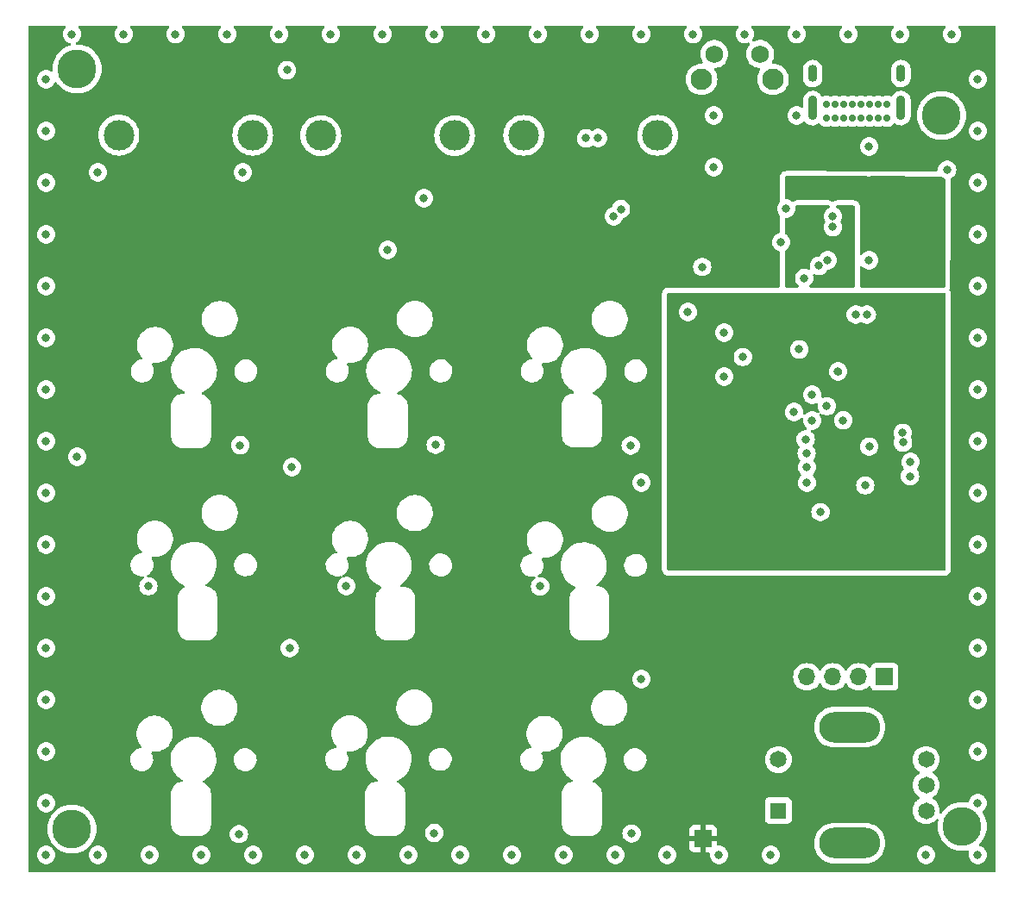
<source format=gbr>
%TF.GenerationSoftware,KiCad,Pcbnew,(7.0.0)*%
%TF.CreationDate,2023-05-17T12:54:35+02:00*%
%TF.ProjectId,Macro_Keyboard,4d616372-6f5f-44b6-9579-626f6172642e,rev?*%
%TF.SameCoordinates,Original*%
%TF.FileFunction,Copper,L3,Inr*%
%TF.FilePolarity,Positive*%
%FSLAX46Y46*%
G04 Gerber Fmt 4.6, Leading zero omitted, Abs format (unit mm)*
G04 Created by KiCad (PCBNEW (7.0.0)) date 2023-05-17 12:54:35*
%MOMM*%
%LPD*%
G01*
G04 APERTURE LIST*
%TA.AperFunction,ComponentPad*%
%ADD10R,1.650000X1.650000*%
%TD*%
%TA.AperFunction,ComponentPad*%
%ADD11C,1.650000*%
%TD*%
%TA.AperFunction,ComponentPad*%
%ADD12O,6.000000X3.000000*%
%TD*%
%TA.AperFunction,ComponentPad*%
%ADD13C,0.700000*%
%TD*%
%TA.AperFunction,ComponentPad*%
%ADD14O,0.900000X2.400000*%
%TD*%
%TA.AperFunction,ComponentPad*%
%ADD15O,0.900000X1.700000*%
%TD*%
%TA.AperFunction,ComponentPad*%
%ADD16C,3.800000*%
%TD*%
%TA.AperFunction,ComponentPad*%
%ADD17C,2.100000*%
%TD*%
%TA.AperFunction,ComponentPad*%
%ADD18C,1.750000*%
%TD*%
%TA.AperFunction,ComponentPad*%
%ADD19C,3.000000*%
%TD*%
%TA.AperFunction,ComponentPad*%
%ADD20R,1.700000X1.700000*%
%TD*%
%TA.AperFunction,ComponentPad*%
%ADD21O,1.700000X1.700000*%
%TD*%
%TA.AperFunction,ViaPad*%
%ADD22C,0.800000*%
%TD*%
G04 APERTURE END LIST*
D10*
%TO.N,BOOT*%
%TO.C,MT1*%
X135369999Y-117559999D03*
D11*
%TO.N,Net-(MT1-Pad2)*%
X135370000Y-112560000D03*
%TO.N,Rotary_A*%
X149870000Y-117560000D03*
%TO.N,Rotary_B*%
X149870000Y-112560000D03*
%TO.N,GND*%
X149870000Y-115060000D03*
D12*
X142369999Y-120759999D03*
X142369999Y-109359999D03*
%TD*%
D13*
%TO.N,GND*%
%TO.C,J1*%
X146045000Y-49525000D03*
%TO.N,Net-(FB6-Pad1)*%
X145195000Y-49525000D03*
%TO.N,Net-(J1-CC1)*%
X144345000Y-49525000D03*
%TO.N,/USB/D_P0*%
X143495000Y-49525000D03*
%TO.N,/USB/D_N0*%
X142645000Y-49525000D03*
%TO.N,unconnected-(J1-SBU1-PadA8)*%
X141795000Y-49525000D03*
%TO.N,Net-(FB6-Pad1)*%
X140945000Y-49525000D03*
%TO.N,GND*%
X140095000Y-49525000D03*
X140095000Y-48175000D03*
%TO.N,Net-(FB6-Pad1)*%
X140945000Y-48175000D03*
%TO.N,Net-(J1-CC2)*%
X141795000Y-48175000D03*
%TO.N,/USB/D_P0*%
X142645000Y-48175000D03*
%TO.N,/USB/D_N0*%
X143495000Y-48175000D03*
%TO.N,unconnected-(J1-SBU2-PadB8)*%
X144345000Y-48175000D03*
%TO.N,Net-(FB6-Pad1)*%
X145195000Y-48175000D03*
%TO.N,GND*%
X146045000Y-48175000D03*
D14*
%TO.N,Net-(J1-SHIELD)*%
X147394999Y-48544999D03*
D15*
X147394999Y-45164999D03*
D14*
X138744999Y-48544999D03*
D15*
X138744999Y-45164999D03*
%TD*%
D16*
%TO.N,GND*%
%TO.C,H3*%
X153416000Y-119126000D03*
%TD*%
%TO.N,GND*%
%TO.C,H4*%
X151384000Y-49276000D03*
%TD*%
%TO.N,GND*%
%TO.C,H2*%
X66040000Y-119380000D03*
%TD*%
D17*
%TO.N,*%
%TO.C,SW1*%
X127830000Y-45720000D03*
X134840000Y-45720000D03*
D18*
%TO.N,GND*%
X129080000Y-43230000D03*
%TO.N,Net-(U1-NRST)*%
X133580000Y-43230000D03*
%TD*%
D16*
%TO.N,GND*%
%TO.C,H1*%
X66548000Y-44704000D03*
%TD*%
D19*
%TO.N,GND*%
%TO.C,J2*%
X123514000Y-51220043D03*
X110374000Y-51220043D03*
%TD*%
D20*
%TO.N,+3.3V*%
%TO.C,U4*%
X145785999Y-104418999D03*
D21*
%TO.N,GND*%
X143245999Y-104418999D03*
%TO.N,SCK*%
X140705999Y-104418999D03*
%TO.N,SDA*%
X138165999Y-104418999D03*
%TD*%
D19*
%TO.N,GND*%
%TO.C,J4*%
X83781826Y-51216189D03*
X70641826Y-51216189D03*
%TD*%
%TO.N,GND*%
%TO.C,J3*%
X103598000Y-51244000D03*
X90458000Y-51244000D03*
%TD*%
D20*
%TO.N,+5V*%
%TO.C,TP1*%
X127969999Y-120319999D03*
%TD*%
D22*
%TO.N,+5V*%
X72898000Y-118110000D03*
X71836529Y-95488991D03*
X110236000Y-95504000D03*
X141224000Y-74422000D03*
X87217839Y-49176994D03*
X92456000Y-80010000D03*
X124255625Y-118442942D03*
X105068653Y-80338027D03*
X72898000Y-80010000D03*
X91737705Y-58454344D03*
X91207273Y-95500191D03*
X68580000Y-56388000D03*
X84141199Y-119923621D03*
X111506000Y-80010000D03*
X152933791Y-67548852D03*
X91948000Y-118110000D03*
X111252000Y-118110000D03*
X84300764Y-81692800D03*
X116586000Y-57912000D03*
X122584793Y-81769409D03*
X102616000Y-97536000D03*
X83084504Y-97451665D03*
X121412000Y-97536000D03*
X130333581Y-59541722D03*
X103302654Y-119759201D03*
X144272000Y-54356000D03*
%TO.N,GND*%
X141723124Y-79219773D03*
X149860000Y-121920000D03*
X154940000Y-71120000D03*
X154940000Y-66040000D03*
X91440000Y-41275000D03*
X154940000Y-96520000D03*
X76200000Y-41275000D03*
X137160000Y-41275000D03*
X144290474Y-81806662D03*
X101600000Y-41275000D03*
X63500000Y-91440000D03*
X63500000Y-111760000D03*
X86360000Y-41275000D03*
X104140000Y-121920000D03*
X144272000Y-63500000D03*
X99060000Y-121920000D03*
X139497290Y-88241931D03*
X121920000Y-41275000D03*
X120875448Y-81698070D03*
X111983537Y-95542083D03*
X63500000Y-50800000D03*
X63500000Y-116840000D03*
X124460000Y-121920000D03*
X101583806Y-119762501D03*
X82422177Y-119874709D03*
X154940000Y-106680000D03*
X129032000Y-49276000D03*
X87135860Y-44823005D03*
X137414000Y-72257452D03*
X88900000Y-121920000D03*
X68580000Y-121920000D03*
X63500000Y-66040000D03*
X152400000Y-41275000D03*
X154940000Y-121920000D03*
X154940000Y-50800000D03*
X154940000Y-91440000D03*
X119380000Y-121920000D03*
X154940000Y-86360000D03*
X63500000Y-71120000D03*
X131889236Y-73004482D03*
X154940000Y-55880000D03*
X154940000Y-76200000D03*
X71120000Y-41275000D03*
X154940000Y-81280000D03*
X127893031Y-64158294D03*
X154940000Y-45720000D03*
X83820000Y-121920000D03*
X93980000Y-121920000D03*
X148290542Y-84712358D03*
X78740000Y-121920000D03*
X106680000Y-41275000D03*
X154940000Y-101600000D03*
X129540000Y-121920000D03*
X137160000Y-49276000D03*
X144272000Y-52324000D03*
X63500000Y-86360000D03*
X130048000Y-74930000D03*
X111760000Y-41275000D03*
X92959072Y-95495264D03*
X63500000Y-81280000D03*
X136906000Y-78398500D03*
X136144000Y-58420000D03*
X66040000Y-41275000D03*
X73660000Y-121920000D03*
X114300000Y-121920000D03*
X134620000Y-121920000D03*
X116840000Y-41275000D03*
X63500000Y-96520000D03*
X137902669Y-65238904D03*
X63500000Y-101600000D03*
X81280000Y-41275000D03*
X154940000Y-60960000D03*
X140116912Y-77831214D03*
X63500000Y-55880000D03*
X82548437Y-81665473D03*
X147320000Y-41275000D03*
X101734167Y-81637705D03*
X63500000Y-106680000D03*
X63500000Y-60960000D03*
X120965670Y-119815129D03*
X63500000Y-76200000D03*
X96520000Y-41275000D03*
X63500000Y-45720000D03*
X109220000Y-121920000D03*
X151932416Y-54603927D03*
X154940000Y-116840000D03*
X132080000Y-41275000D03*
X63500000Y-121920000D03*
X127000000Y-41275000D03*
X73539210Y-95526486D03*
X154940000Y-111760000D03*
X142240000Y-41275000D03*
X135636000Y-61722000D03*
%TO.N,+3.3V*%
X150876000Y-81534000D03*
X146964198Y-86673133D03*
X141250036Y-76735612D03*
X145796000Y-83312000D03*
X129032000Y-67564000D03*
X131864003Y-79557697D03*
X129032000Y-54356000D03*
%TO.N,Net-(U1-NRST)*%
X143894167Y-85618468D03*
%TO.N,Net-(U1-PH3)*%
X148336000Y-83312000D03*
%TO.N,DVDD*%
X144126186Y-59459743D03*
X150917384Y-56068812D03*
X137668000Y-55880000D03*
X146047889Y-65018580D03*
%TO.N,/USB/X1*%
X139365116Y-64037171D03*
%TO.N,/USB/X2*%
X140208000Y-63500000D03*
%TO.N,Net-(J3-VBUS)*%
X100584000Y-57404000D03*
X97028000Y-62484000D03*
%TO.N,Net-(J4-VBUS)*%
X68580000Y-54864000D03*
X82804000Y-54864000D03*
%TO.N,COL 2*%
X130048000Y-70612000D03*
X138684000Y-76708000D03*
%TO.N,COL 1*%
X87620891Y-83808054D03*
X87408926Y-101600000D03*
X138044295Y-81090806D03*
%TO.N,COL 0*%
X66548000Y-82804000D03*
X138684000Y-79248000D03*
%TO.N,Rotary_A*%
X147571918Y-80450103D03*
%TO.N,Rotary_B*%
X147601026Y-81399159D03*
%TO.N,ROW 0*%
X126492000Y-68580000D03*
X138139692Y-82466295D03*
%TO.N,ROW 1*%
X138176000Y-83820000D03*
X121920000Y-85344000D03*
%TO.N,ROW 2*%
X138176000Y-85344000D03*
X121920000Y-104648000D03*
%TO.N,/USB/D_P0*%
X140716000Y-60235000D03*
%TO.N,/USB/D_N0*%
X140716000Y-59185000D03*
%TO.N,USBD_N*%
X142952497Y-68834000D03*
%TO.N,USBD_P*%
X144051298Y-68828972D03*
%TO.N,/USB/D_N1*%
X117673957Y-51482401D03*
X119916843Y-58465658D03*
%TO.N,/USB/D_P1*%
X119214373Y-59176672D03*
X116495895Y-51515630D03*
%TO.N,AVDD*%
X136652000Y-64516000D03*
X140208000Y-61468000D03*
X139385374Y-58627410D03*
X142136370Y-63450550D03*
%TD*%
%TA.AperFunction,Conductor*%
%TO.N,DVDD*%
G36*
X144097208Y-55242224D02*
G01*
X144122938Y-55244933D01*
X144177354Y-55256500D01*
X144360143Y-55256500D01*
X144366646Y-55256500D01*
X144420473Y-55245058D01*
X144446281Y-55242350D01*
X151244469Y-55244811D01*
X151288873Y-55253054D01*
X151325193Y-55275314D01*
X151326545Y-55276815D01*
X151479686Y-55388078D01*
X151652613Y-55465071D01*
X151665622Y-55467836D01*
X151716292Y-55491497D01*
X151751414Y-55535017D01*
X151763841Y-55589543D01*
X151728680Y-66045917D01*
X151711929Y-66107741D01*
X151666561Y-66152957D01*
X151604681Y-66169500D01*
X143503835Y-66169500D01*
X143439545Y-66151532D01*
X143393887Y-66102836D01*
X143381568Y-66044512D01*
X143379911Y-66044515D01*
X143376984Y-64174982D01*
X143391023Y-64117480D01*
X143430120Y-64073035D01*
X143485366Y-64051779D01*
X143544170Y-64058554D01*
X143593133Y-64091818D01*
X143666129Y-64172888D01*
X143819270Y-64284151D01*
X143992197Y-64361144D01*
X144177354Y-64400500D01*
X144360143Y-64400500D01*
X144366646Y-64400500D01*
X144551803Y-64361144D01*
X144724730Y-64284151D01*
X144877871Y-64172888D01*
X145004533Y-64032216D01*
X145099179Y-63868284D01*
X145157674Y-63688256D01*
X145177460Y-63500000D01*
X145157674Y-63311744D01*
X145099179Y-63131716D01*
X145004533Y-62967784D01*
X144877871Y-62827112D01*
X144872613Y-62823292D01*
X144872611Y-62823290D01*
X144729988Y-62719669D01*
X144729987Y-62719668D01*
X144724730Y-62715849D01*
X144718792Y-62713205D01*
X144557745Y-62641501D01*
X144557740Y-62641499D01*
X144551803Y-62638856D01*
X144545444Y-62637504D01*
X144545440Y-62637503D01*
X144373008Y-62600852D01*
X144373005Y-62600851D01*
X144366646Y-62599500D01*
X144177354Y-62599500D01*
X144170995Y-62600851D01*
X144170991Y-62600852D01*
X143998559Y-62637503D01*
X143998552Y-62637505D01*
X143992197Y-62638856D01*
X143986262Y-62641498D01*
X143986254Y-62641501D01*
X143825207Y-62713205D01*
X143825202Y-62713207D01*
X143819270Y-62715849D01*
X143814016Y-62719665D01*
X143814011Y-62719669D01*
X143671388Y-62823290D01*
X143671381Y-62823295D01*
X143666129Y-62827112D01*
X143661784Y-62831937D01*
X143661778Y-62831943D01*
X143591025Y-62910522D01*
X143542135Y-62943759D01*
X143483411Y-62950581D01*
X143428203Y-62929438D01*
X143389059Y-62885135D01*
X143374876Y-62827745D01*
X143367701Y-58242424D01*
X143350307Y-58111747D01*
X143333630Y-58049830D01*
X143283037Y-57928092D01*
X143268432Y-57909094D01*
X143249282Y-57873263D01*
X143242740Y-57833171D01*
X143243009Y-57738410D01*
X143226666Y-57738393D01*
X143226665Y-57738393D01*
X143147085Y-57738311D01*
X143107333Y-57731723D01*
X143071792Y-57712737D01*
X143059112Y-57703020D01*
X143059109Y-57703018D01*
X143052670Y-57698084D01*
X143045171Y-57694981D01*
X143045169Y-57694980D01*
X142934608Y-57649234D01*
X142934602Y-57649232D01*
X142930856Y-57647682D01*
X142926936Y-57646632D01*
X142926934Y-57646632D01*
X142872836Y-57632151D01*
X142872830Y-57632149D01*
X142868912Y-57631101D01*
X142864893Y-57630572D01*
X142864881Y-57630570D01*
X142742228Y-57614439D01*
X142742222Y-57614438D01*
X142738203Y-57613910D01*
X141119982Y-57613910D01*
X141115810Y-57614481D01*
X141115802Y-57614482D01*
X140988218Y-57631959D01*
X140988206Y-57631961D01*
X140984041Y-57632532D01*
X140979983Y-57633664D01*
X140979978Y-57633666D01*
X140923870Y-57649332D01*
X140923866Y-57649333D01*
X140919806Y-57650467D01*
X140915945Y-57652137D01*
X140915933Y-57652142D01*
X140801642Y-57701600D01*
X140801634Y-57701604D01*
X140793885Y-57704958D01*
X140787320Y-57710274D01*
X140780232Y-57714567D01*
X140715997Y-57732500D01*
X140651763Y-57714565D01*
X140644685Y-57710278D01*
X140638115Y-57704958D01*
X140630358Y-57701601D01*
X140630356Y-57701600D01*
X140516066Y-57652142D01*
X140516058Y-57652139D01*
X140512194Y-57650467D01*
X140507778Y-57649234D01*
X140452021Y-57633666D01*
X140452018Y-57633665D01*
X140447959Y-57632532D01*
X140443790Y-57631960D01*
X140443781Y-57631959D01*
X140316197Y-57614482D01*
X140316190Y-57614481D01*
X140312018Y-57613910D01*
X137155583Y-57613910D01*
X137151295Y-57614512D01*
X137151289Y-57614513D01*
X137020540Y-57632888D01*
X137020526Y-57632890D01*
X137016249Y-57633492D01*
X137012093Y-57634683D01*
X137012082Y-57634686D01*
X136954698Y-57651141D01*
X136954692Y-57651143D01*
X136950539Y-57652334D01*
X136946592Y-57654091D01*
X136946590Y-57654092D01*
X136829913Y-57706039D01*
X136829907Y-57706042D01*
X136821998Y-57709564D01*
X136821822Y-57709711D01*
X136781811Y-57724800D01*
X136733109Y-57723097D01*
X136688824Y-57702759D01*
X136621839Y-57654092D01*
X136596730Y-57635849D01*
X136589280Y-57632532D01*
X136429745Y-57561501D01*
X136429740Y-57561499D01*
X136423803Y-57558856D01*
X136417444Y-57557504D01*
X136417440Y-57557503D01*
X136245008Y-57520852D01*
X136245005Y-57520851D01*
X136238646Y-57519500D01*
X136121413Y-57519500D01*
X136059388Y-57502873D01*
X136013997Y-57457450D01*
X135997413Y-57395414D01*
X135998824Y-55363247D01*
X136015473Y-55301274D01*
X136060875Y-55255921D01*
X136122865Y-55239337D01*
X144097208Y-55242224D01*
G37*
%TD.AperFunction*%
%TD*%
%TA.AperFunction,Conductor*%
%TO.N,+3.3V*%
G36*
X151703000Y-66691613D02*
G01*
X151748387Y-66737000D01*
X151765000Y-66799000D01*
X151765000Y-93856000D01*
X151748387Y-93918000D01*
X151703000Y-93963387D01*
X151641000Y-93980000D01*
X124584000Y-93980000D01*
X124522000Y-93963387D01*
X124476613Y-93918000D01*
X124460000Y-93856000D01*
X124460000Y-88241931D01*
X138591830Y-88241931D01*
X138592509Y-88248391D01*
X138610936Y-88423726D01*
X138610937Y-88423734D01*
X138611616Y-88430187D01*
X138613621Y-88436359D01*
X138613623Y-88436366D01*
X138668103Y-88604036D01*
X138670111Y-88610215D01*
X138764757Y-88774147D01*
X138891419Y-88914819D01*
X139044560Y-89026082D01*
X139217487Y-89103075D01*
X139402644Y-89142431D01*
X139585433Y-89142431D01*
X139591936Y-89142431D01*
X139777093Y-89103075D01*
X139950020Y-89026082D01*
X140103161Y-88914819D01*
X140229823Y-88774147D01*
X140324469Y-88610215D01*
X140382964Y-88430187D01*
X140402750Y-88241931D01*
X140382964Y-88053675D01*
X140324469Y-87873647D01*
X140229823Y-87709715D01*
X140103161Y-87569043D01*
X140097903Y-87565223D01*
X140097901Y-87565221D01*
X139955278Y-87461600D01*
X139955277Y-87461599D01*
X139950020Y-87457780D01*
X139944082Y-87455136D01*
X139783035Y-87383432D01*
X139783030Y-87383430D01*
X139777093Y-87380787D01*
X139770734Y-87379435D01*
X139770730Y-87379434D01*
X139598298Y-87342783D01*
X139598295Y-87342782D01*
X139591936Y-87341431D01*
X139402644Y-87341431D01*
X139396285Y-87342782D01*
X139396281Y-87342783D01*
X139223849Y-87379434D01*
X139223842Y-87379436D01*
X139217487Y-87380787D01*
X139211552Y-87383429D01*
X139211544Y-87383432D01*
X139050497Y-87455136D01*
X139050492Y-87455138D01*
X139044560Y-87457780D01*
X139039306Y-87461596D01*
X139039301Y-87461600D01*
X138896678Y-87565221D01*
X138896671Y-87565226D01*
X138891419Y-87569043D01*
X138887074Y-87573868D01*
X138887069Y-87573873D01*
X138769103Y-87704887D01*
X138769098Y-87704893D01*
X138764757Y-87709715D01*
X138761512Y-87715335D01*
X138761508Y-87715341D01*
X138673359Y-87868020D01*
X138673356Y-87868025D01*
X138670111Y-87873647D01*
X138668105Y-87879819D01*
X138668103Y-87879825D01*
X138613623Y-88047495D01*
X138613621Y-88047504D01*
X138611616Y-88053675D01*
X138610938Y-88060125D01*
X138610936Y-88060135D01*
X138593252Y-88228395D01*
X138591830Y-88241931D01*
X124460000Y-88241931D01*
X124460000Y-78398500D01*
X136000540Y-78398500D01*
X136001219Y-78404959D01*
X136001219Y-78404960D01*
X136019646Y-78580295D01*
X136019647Y-78580303D01*
X136020326Y-78586756D01*
X136022331Y-78592928D01*
X136022333Y-78592935D01*
X136062250Y-78715784D01*
X136078821Y-78766784D01*
X136082068Y-78772408D01*
X136082069Y-78772410D01*
X136124476Y-78845862D01*
X136173467Y-78930716D01*
X136177811Y-78935541D01*
X136177813Y-78935543D01*
X136284080Y-79053564D01*
X136300129Y-79071388D01*
X136305387Y-79075208D01*
X136305388Y-79075209D01*
X136376699Y-79127019D01*
X136453270Y-79182651D01*
X136626197Y-79259644D01*
X136811354Y-79299000D01*
X136994143Y-79299000D01*
X137000646Y-79299000D01*
X137185803Y-79259644D01*
X137358730Y-79182651D01*
X137511871Y-79071388D01*
X137579436Y-78996348D01*
X137630805Y-78962219D01*
X137692264Y-78957058D01*
X137748607Y-78982144D01*
X137785896Y-79031270D01*
X137794906Y-79092283D01*
X137778540Y-79248000D01*
X137779219Y-79254460D01*
X137797646Y-79429795D01*
X137797647Y-79429803D01*
X137798326Y-79436256D01*
X137800331Y-79442428D01*
X137800333Y-79442435D01*
X137848802Y-79591604D01*
X137856821Y-79616284D01*
X137860068Y-79621908D01*
X137860069Y-79621910D01*
X137947527Y-79773393D01*
X137951467Y-79780216D01*
X138078129Y-79920888D01*
X138083387Y-79924708D01*
X138083388Y-79924709D01*
X138140204Y-79965988D01*
X138179517Y-80013509D01*
X138191074Y-80074092D01*
X138172016Y-80132748D01*
X138127056Y-80174968D01*
X138067319Y-80190306D01*
X137949649Y-80190306D01*
X137943290Y-80191657D01*
X137943286Y-80191658D01*
X137770854Y-80228309D01*
X137770847Y-80228311D01*
X137764492Y-80229662D01*
X137758557Y-80232304D01*
X137758549Y-80232307D01*
X137597502Y-80304011D01*
X137597497Y-80304013D01*
X137591565Y-80306655D01*
X137586311Y-80310471D01*
X137586306Y-80310475D01*
X137443683Y-80414096D01*
X137443676Y-80414101D01*
X137438424Y-80417918D01*
X137434079Y-80422743D01*
X137434074Y-80422748D01*
X137316108Y-80553762D01*
X137316103Y-80553768D01*
X137311762Y-80558590D01*
X137308517Y-80564210D01*
X137308513Y-80564216D01*
X137220364Y-80716895D01*
X137220361Y-80716900D01*
X137217116Y-80722522D01*
X137215110Y-80728694D01*
X137215108Y-80728700D01*
X137160628Y-80896370D01*
X137160626Y-80896379D01*
X137158621Y-80902550D01*
X137157943Y-80909000D01*
X137157941Y-80909010D01*
X137140257Y-81077270D01*
X137138835Y-81090806D01*
X137139514Y-81097266D01*
X137157941Y-81272601D01*
X137157942Y-81272609D01*
X137158621Y-81279062D01*
X137160626Y-81285234D01*
X137160628Y-81285241D01*
X137215108Y-81452911D01*
X137217116Y-81459090D01*
X137311762Y-81623022D01*
X137316106Y-81627847D01*
X137316108Y-81627849D01*
X137424790Y-81748552D01*
X137452956Y-81801524D01*
X137452958Y-81861519D01*
X137424794Y-81914492D01*
X137414660Y-81925748D01*
X137407159Y-81934079D01*
X137403914Y-81939699D01*
X137403910Y-81939705D01*
X137315761Y-82092384D01*
X137315758Y-82092389D01*
X137312513Y-82098011D01*
X137310507Y-82104183D01*
X137310505Y-82104189D01*
X137256025Y-82271859D01*
X137256023Y-82271868D01*
X137254018Y-82278039D01*
X137253340Y-82284489D01*
X137253338Y-82284499D01*
X137247116Y-82343705D01*
X137234232Y-82466295D01*
X137234911Y-82472755D01*
X137253338Y-82648090D01*
X137253339Y-82648098D01*
X137254018Y-82654551D01*
X137256023Y-82660723D01*
X137256025Y-82660730D01*
X137296537Y-82785410D01*
X137312513Y-82834579D01*
X137407159Y-82998511D01*
X137480837Y-83080339D01*
X137509003Y-83133310D01*
X137509003Y-83193307D01*
X137480836Y-83246281D01*
X137447814Y-83282955D01*
X137447809Y-83282960D01*
X137443467Y-83287784D01*
X137440222Y-83293404D01*
X137440218Y-83293410D01*
X137352069Y-83446089D01*
X137352066Y-83446094D01*
X137348821Y-83451716D01*
X137346815Y-83457888D01*
X137346813Y-83457894D01*
X137292333Y-83625564D01*
X137292331Y-83625573D01*
X137290326Y-83631744D01*
X137289648Y-83638194D01*
X137289646Y-83638204D01*
X137271962Y-83806464D01*
X137270540Y-83820000D01*
X137271219Y-83826460D01*
X137289646Y-84001795D01*
X137289647Y-84001803D01*
X137290326Y-84008256D01*
X137292331Y-84014428D01*
X137292333Y-84014435D01*
X137326762Y-84120395D01*
X137348821Y-84188284D01*
X137443467Y-84352216D01*
X137568623Y-84491215D01*
X137568624Y-84491217D01*
X137570129Y-84492888D01*
X137569834Y-84493153D01*
X137603995Y-84547821D01*
X137603995Y-84616179D01*
X137569834Y-84670846D01*
X137570129Y-84671112D01*
X137568624Y-84672782D01*
X137568621Y-84672786D01*
X137565785Y-84675936D01*
X137565781Y-84675940D01*
X137447813Y-84806956D01*
X137447808Y-84806962D01*
X137443467Y-84811784D01*
X137440222Y-84817404D01*
X137440218Y-84817410D01*
X137352069Y-84970089D01*
X137352066Y-84970094D01*
X137348821Y-84975716D01*
X137346815Y-84981888D01*
X137346813Y-84981894D01*
X137292333Y-85149564D01*
X137292331Y-85149573D01*
X137290326Y-85155744D01*
X137289648Y-85162194D01*
X137289646Y-85162204D01*
X137271962Y-85330464D01*
X137270540Y-85344000D01*
X137271219Y-85350460D01*
X137289646Y-85525795D01*
X137289647Y-85525803D01*
X137290326Y-85532256D01*
X137292331Y-85538428D01*
X137292333Y-85538435D01*
X137316239Y-85612008D01*
X137348821Y-85712284D01*
X137352068Y-85717908D01*
X137352069Y-85717910D01*
X137399615Y-85800263D01*
X137443467Y-85876216D01*
X137570129Y-86016888D01*
X137723270Y-86128151D01*
X137896197Y-86205144D01*
X138081354Y-86244500D01*
X138264143Y-86244500D01*
X138270646Y-86244500D01*
X138455803Y-86205144D01*
X138628730Y-86128151D01*
X138781871Y-86016888D01*
X138908533Y-85876216D01*
X139003179Y-85712284D01*
X139033662Y-85618468D01*
X142988707Y-85618468D01*
X142989386Y-85624928D01*
X143007813Y-85800263D01*
X143007814Y-85800271D01*
X143008493Y-85806724D01*
X143010498Y-85812896D01*
X143010500Y-85812903D01*
X143064980Y-85980573D01*
X143066988Y-85986752D01*
X143070235Y-85992376D01*
X143070236Y-85992378D01*
X143150150Y-86130794D01*
X143161634Y-86150684D01*
X143165978Y-86155509D01*
X143165980Y-86155511D01*
X143283946Y-86286525D01*
X143288296Y-86291356D01*
X143441437Y-86402619D01*
X143614364Y-86479612D01*
X143799521Y-86518968D01*
X143982310Y-86518968D01*
X143988813Y-86518968D01*
X144173970Y-86479612D01*
X144346897Y-86402619D01*
X144500038Y-86291356D01*
X144626700Y-86150684D01*
X144721346Y-85986752D01*
X144779841Y-85806724D01*
X144799627Y-85618468D01*
X144779841Y-85430212D01*
X144721346Y-85250184D01*
X144626700Y-85086252D01*
X144500038Y-84945580D01*
X144494780Y-84941760D01*
X144494778Y-84941758D01*
X144352155Y-84838137D01*
X144352154Y-84838136D01*
X144346897Y-84834317D01*
X144296288Y-84811784D01*
X144179912Y-84759969D01*
X144179907Y-84759967D01*
X144173970Y-84757324D01*
X144167611Y-84755972D01*
X144167607Y-84755971D01*
X143995175Y-84719320D01*
X143995172Y-84719319D01*
X143988813Y-84717968D01*
X143799521Y-84717968D01*
X143793162Y-84719319D01*
X143793158Y-84719320D01*
X143620726Y-84755971D01*
X143620719Y-84755973D01*
X143614364Y-84757324D01*
X143608429Y-84759966D01*
X143608421Y-84759969D01*
X143447374Y-84831673D01*
X143447369Y-84831675D01*
X143441437Y-84834317D01*
X143436183Y-84838133D01*
X143436178Y-84838137D01*
X143293555Y-84941758D01*
X143293548Y-84941763D01*
X143288296Y-84945580D01*
X143283951Y-84950405D01*
X143283946Y-84950410D01*
X143165980Y-85081424D01*
X143165975Y-85081430D01*
X143161634Y-85086252D01*
X143158389Y-85091872D01*
X143158385Y-85091878D01*
X143070236Y-85244557D01*
X143070233Y-85244562D01*
X143066988Y-85250184D01*
X143064982Y-85256356D01*
X143064980Y-85256362D01*
X143010500Y-85424032D01*
X143010498Y-85424041D01*
X143008493Y-85430212D01*
X143007815Y-85436662D01*
X143007813Y-85436672D01*
X142993711Y-85570856D01*
X142988707Y-85618468D01*
X139033662Y-85618468D01*
X139061674Y-85532256D01*
X139081460Y-85344000D01*
X139061674Y-85155744D01*
X139003179Y-84975716D01*
X138908533Y-84811784D01*
X138819009Y-84712358D01*
X147385082Y-84712358D01*
X147385761Y-84718818D01*
X147404188Y-84894153D01*
X147404189Y-84894161D01*
X147404868Y-84900614D01*
X147406873Y-84906786D01*
X147406875Y-84906793D01*
X147461355Y-85074463D01*
X147463363Y-85080642D01*
X147558009Y-85244574D01*
X147684671Y-85385246D01*
X147837812Y-85496509D01*
X148010739Y-85573502D01*
X148195896Y-85612858D01*
X148378685Y-85612858D01*
X148385188Y-85612858D01*
X148570345Y-85573502D01*
X148743272Y-85496509D01*
X148896413Y-85385246D01*
X149023075Y-85244574D01*
X149117721Y-85080642D01*
X149176216Y-84900614D01*
X149196002Y-84712358D01*
X149176216Y-84524102D01*
X149117721Y-84344074D01*
X149023075Y-84180142D01*
X148969277Y-84120393D01*
X148941110Y-84067421D01*
X148941110Y-84007424D01*
X148969274Y-83954453D01*
X149068533Y-83844216D01*
X149163179Y-83680284D01*
X149221674Y-83500256D01*
X149241460Y-83312000D01*
X149221674Y-83123744D01*
X149163179Y-82943716D01*
X149068533Y-82779784D01*
X149001925Y-82705809D01*
X148946220Y-82643942D01*
X148946219Y-82643941D01*
X148941871Y-82639112D01*
X148936613Y-82635292D01*
X148936611Y-82635290D01*
X148793988Y-82531669D01*
X148793987Y-82531668D01*
X148788730Y-82527849D01*
X148782792Y-82525205D01*
X148621745Y-82453501D01*
X148621740Y-82453499D01*
X148615803Y-82450856D01*
X148609444Y-82449504D01*
X148609440Y-82449503D01*
X148437008Y-82412852D01*
X148437005Y-82412851D01*
X148430646Y-82411500D01*
X148241354Y-82411500D01*
X148234995Y-82412851D01*
X148234991Y-82412852D01*
X148056197Y-82450856D01*
X148055714Y-82448587D01*
X148008548Y-82451449D01*
X148006724Y-82455857D01*
X147958122Y-82494522D01*
X147889205Y-82525206D01*
X147889200Y-82525208D01*
X147883270Y-82527849D01*
X147878016Y-82531665D01*
X147878011Y-82531669D01*
X147735388Y-82635290D01*
X147735381Y-82635295D01*
X147730129Y-82639112D01*
X147725784Y-82643937D01*
X147725779Y-82643942D01*
X147607813Y-82774956D01*
X147607808Y-82774962D01*
X147603467Y-82779784D01*
X147600222Y-82785404D01*
X147600218Y-82785410D01*
X147512069Y-82938089D01*
X147512066Y-82938094D01*
X147508821Y-82943716D01*
X147506815Y-82949888D01*
X147506813Y-82949894D01*
X147452333Y-83117564D01*
X147452331Y-83117573D01*
X147450326Y-83123744D01*
X147449648Y-83130194D01*
X147449646Y-83130204D01*
X147441685Y-83205958D01*
X147430540Y-83312000D01*
X147431219Y-83318460D01*
X147449646Y-83493795D01*
X147449647Y-83493803D01*
X147450326Y-83500256D01*
X147452331Y-83506428D01*
X147452333Y-83506435D01*
X147491041Y-83625564D01*
X147508821Y-83680284D01*
X147512068Y-83685908D01*
X147512069Y-83685910D01*
X147593215Y-83826460D01*
X147603467Y-83844216D01*
X147657265Y-83903965D01*
X147685431Y-83956936D01*
X147685431Y-84016933D01*
X147657264Y-84069907D01*
X147562356Y-84175313D01*
X147562351Y-84175319D01*
X147558009Y-84180142D01*
X147554764Y-84185762D01*
X147554760Y-84185768D01*
X147466611Y-84338447D01*
X147466608Y-84338452D01*
X147463363Y-84344074D01*
X147461357Y-84350246D01*
X147461355Y-84350252D01*
X147406875Y-84517922D01*
X147406873Y-84517931D01*
X147404868Y-84524102D01*
X147404190Y-84530552D01*
X147404188Y-84530562D01*
X147388909Y-84675947D01*
X147385082Y-84712358D01*
X138819009Y-84712358D01*
X138781871Y-84671112D01*
X138781871Y-84671111D01*
X138782166Y-84670846D01*
X138748005Y-84616181D01*
X138748005Y-84547819D01*
X138782166Y-84493153D01*
X138781871Y-84492888D01*
X138781871Y-84492887D01*
X138908533Y-84352216D01*
X139003179Y-84188284D01*
X139061674Y-84008256D01*
X139081460Y-83820000D01*
X139061674Y-83631744D01*
X139003179Y-83451716D01*
X138908533Y-83287784D01*
X138834853Y-83205954D01*
X138806688Y-83152983D01*
X138806689Y-83092985D01*
X138834855Y-83040013D01*
X138872225Y-82998511D01*
X138966871Y-82834579D01*
X139025366Y-82654551D01*
X139045152Y-82466295D01*
X139025366Y-82278039D01*
X138966871Y-82098011D01*
X138872225Y-81934079D01*
X138813760Y-81869148D01*
X138759196Y-81808547D01*
X138758194Y-81806662D01*
X143385014Y-81806662D01*
X143385693Y-81813122D01*
X143404120Y-81988457D01*
X143404121Y-81988465D01*
X143404800Y-81994918D01*
X143406805Y-82001090D01*
X143406807Y-82001097D01*
X143461287Y-82168767D01*
X143463295Y-82174946D01*
X143466542Y-82180570D01*
X143466543Y-82180572D01*
X143522815Y-82278039D01*
X143557941Y-82338878D01*
X143562285Y-82343703D01*
X143562287Y-82343705D01*
X143656724Y-82448587D01*
X143684603Y-82479550D01*
X143837744Y-82590813D01*
X144010671Y-82667806D01*
X144195828Y-82707162D01*
X144378617Y-82707162D01*
X144385120Y-82707162D01*
X144570277Y-82667806D01*
X144743204Y-82590813D01*
X144896345Y-82479550D01*
X145023007Y-82338878D01*
X145117653Y-82174946D01*
X145176148Y-81994918D01*
X145195934Y-81806662D01*
X145177141Y-81627854D01*
X145176827Y-81624866D01*
X145176826Y-81624865D01*
X145176148Y-81618406D01*
X145117653Y-81438378D01*
X145023007Y-81274446D01*
X144965792Y-81210903D01*
X144900694Y-81138604D01*
X144900693Y-81138603D01*
X144896345Y-81133774D01*
X144891087Y-81129954D01*
X144891085Y-81129952D01*
X144748462Y-81026331D01*
X144748461Y-81026330D01*
X144743204Y-81022511D01*
X144719226Y-81011835D01*
X144576219Y-80948163D01*
X144576214Y-80948161D01*
X144570277Y-80945518D01*
X144563918Y-80944166D01*
X144563914Y-80944165D01*
X144391482Y-80907514D01*
X144391479Y-80907513D01*
X144385120Y-80906162D01*
X144195828Y-80906162D01*
X144189469Y-80907513D01*
X144189465Y-80907514D01*
X144017033Y-80944165D01*
X144017026Y-80944167D01*
X144010671Y-80945518D01*
X144004736Y-80948160D01*
X144004728Y-80948163D01*
X143843681Y-81019867D01*
X143843676Y-81019869D01*
X143837744Y-81022511D01*
X143832490Y-81026327D01*
X143832485Y-81026331D01*
X143689862Y-81129952D01*
X143689855Y-81129957D01*
X143684603Y-81133774D01*
X143680258Y-81138599D01*
X143680253Y-81138604D01*
X143562287Y-81269618D01*
X143562282Y-81269624D01*
X143557941Y-81274446D01*
X143554696Y-81280066D01*
X143554692Y-81280072D01*
X143466543Y-81432751D01*
X143466540Y-81432756D01*
X143463295Y-81438378D01*
X143461289Y-81444550D01*
X143461287Y-81444556D01*
X143406807Y-81612226D01*
X143406805Y-81612235D01*
X143404800Y-81618406D01*
X143404122Y-81624856D01*
X143404120Y-81624866D01*
X143389785Y-81761264D01*
X143385014Y-81806662D01*
X138758194Y-81806662D01*
X138731029Y-81755572D01*
X138731030Y-81695574D01*
X138759198Y-81642601D01*
X138776828Y-81623022D01*
X138871474Y-81459090D01*
X138929969Y-81279062D01*
X138949755Y-81090806D01*
X138929969Y-80902550D01*
X138871474Y-80722522D01*
X138776828Y-80558590D01*
X138679146Y-80450103D01*
X146666458Y-80450103D01*
X146667137Y-80456563D01*
X146685564Y-80631898D01*
X146685565Y-80631906D01*
X146686244Y-80638359D01*
X146688249Y-80644531D01*
X146688251Y-80644538D01*
X146742729Y-80812203D01*
X146742731Y-80812208D01*
X146744739Y-80818387D01*
X146784837Y-80887840D01*
X146801450Y-80949837D01*
X146784839Y-81011835D01*
X146777095Y-81025248D01*
X146777092Y-81025253D01*
X146773847Y-81030875D01*
X146771841Y-81037047D01*
X146771839Y-81037053D01*
X146717359Y-81204723D01*
X146717357Y-81204732D01*
X146715352Y-81210903D01*
X146714674Y-81217353D01*
X146714672Y-81217363D01*
X146696988Y-81385623D01*
X146695566Y-81399159D01*
X146696245Y-81405619D01*
X146714672Y-81580954D01*
X146714673Y-81580962D01*
X146715352Y-81587415D01*
X146717357Y-81593587D01*
X146717359Y-81593594D01*
X146750495Y-81695574D01*
X146773847Y-81767443D01*
X146777094Y-81773067D01*
X146777095Y-81773069D01*
X146858745Y-81914492D01*
X146868493Y-81931375D01*
X146872837Y-81936200D01*
X146872839Y-81936202D01*
X146931271Y-82001097D01*
X146995155Y-82072047D01*
X147000413Y-82075867D01*
X147000414Y-82075868D01*
X147039395Y-82104189D01*
X147148296Y-82183310D01*
X147321223Y-82260303D01*
X147506380Y-82299659D01*
X147689169Y-82299659D01*
X147695672Y-82299659D01*
X147880829Y-82260303D01*
X147881315Y-82262593D01*
X147928492Y-82259681D01*
X147930316Y-82255281D01*
X147978901Y-82216637D01*
X148053756Y-82183310D01*
X148206897Y-82072047D01*
X148333559Y-81931375D01*
X148428205Y-81767443D01*
X148486700Y-81587415D01*
X148506486Y-81399159D01*
X148486700Y-81210903D01*
X148428205Y-81030875D01*
X148388105Y-80961420D01*
X148371493Y-80899419D01*
X148388108Y-80837419D01*
X148399097Y-80818387D01*
X148457592Y-80638359D01*
X148477378Y-80450103D01*
X148457592Y-80261847D01*
X148399097Y-80081819D01*
X148304451Y-79917887D01*
X148277387Y-79887830D01*
X148182138Y-79782045D01*
X148182137Y-79782044D01*
X148177789Y-79777215D01*
X148172531Y-79773395D01*
X148172529Y-79773393D01*
X148029906Y-79669772D01*
X148029905Y-79669771D01*
X148024648Y-79665952D01*
X148018710Y-79663308D01*
X147857663Y-79591604D01*
X147857658Y-79591602D01*
X147851721Y-79588959D01*
X147845362Y-79587607D01*
X147845358Y-79587606D01*
X147672926Y-79550955D01*
X147672923Y-79550954D01*
X147666564Y-79549603D01*
X147477272Y-79549603D01*
X147470913Y-79550954D01*
X147470909Y-79550955D01*
X147298477Y-79587606D01*
X147298470Y-79587608D01*
X147292115Y-79588959D01*
X147286180Y-79591601D01*
X147286172Y-79591604D01*
X147125125Y-79663308D01*
X147125120Y-79663310D01*
X147119188Y-79665952D01*
X147113934Y-79669768D01*
X147113929Y-79669772D01*
X146971306Y-79773393D01*
X146971299Y-79773398D01*
X146966047Y-79777215D01*
X146961702Y-79782040D01*
X146961697Y-79782045D01*
X146843731Y-79913059D01*
X146843726Y-79913065D01*
X146839385Y-79917887D01*
X146836140Y-79923507D01*
X146836136Y-79923513D01*
X146747987Y-80076192D01*
X146747984Y-80076197D01*
X146744739Y-80081819D01*
X146742733Y-80087991D01*
X146742731Y-80087997D01*
X146688251Y-80255667D01*
X146688249Y-80255676D01*
X146686244Y-80261847D01*
X146685566Y-80268297D01*
X146685564Y-80268307D01*
X146670242Y-80414096D01*
X146666458Y-80450103D01*
X138679146Y-80450103D01*
X138650166Y-80417918D01*
X138644908Y-80414098D01*
X138644906Y-80414096D01*
X138588091Y-80372818D01*
X138548778Y-80325297D01*
X138537221Y-80264714D01*
X138556279Y-80206058D01*
X138601239Y-80163838D01*
X138660976Y-80148500D01*
X138772143Y-80148500D01*
X138778646Y-80148500D01*
X138963803Y-80109144D01*
X139136730Y-80032151D01*
X139289871Y-79920888D01*
X139416533Y-79780216D01*
X139511179Y-79616284D01*
X139569674Y-79436256D01*
X139589460Y-79248000D01*
X139586493Y-79219773D01*
X140817664Y-79219773D01*
X140818343Y-79226233D01*
X140836770Y-79401568D01*
X140836771Y-79401576D01*
X140837450Y-79408029D01*
X140839455Y-79414201D01*
X140839457Y-79414208D01*
X140893937Y-79581878D01*
X140895945Y-79588057D01*
X140899192Y-79593681D01*
X140899193Y-79593683D01*
X140940917Y-79665952D01*
X140990591Y-79751989D01*
X140994935Y-79756814D01*
X140994937Y-79756816D01*
X141020353Y-79785043D01*
X141117253Y-79892661D01*
X141122511Y-79896481D01*
X141122512Y-79896482D01*
X141149455Y-79916057D01*
X141270394Y-80003924D01*
X141443321Y-80080917D01*
X141628478Y-80120273D01*
X141811267Y-80120273D01*
X141817770Y-80120273D01*
X142002927Y-80080917D01*
X142175854Y-80003924D01*
X142328995Y-79892661D01*
X142455657Y-79751989D01*
X142550303Y-79588057D01*
X142608798Y-79408029D01*
X142628584Y-79219773D01*
X142608798Y-79031517D01*
X142550303Y-78851489D01*
X142455657Y-78687557D01*
X142421975Y-78650150D01*
X142333344Y-78551715D01*
X142333343Y-78551714D01*
X142328995Y-78546885D01*
X142323737Y-78543065D01*
X142323735Y-78543063D01*
X142181112Y-78439442D01*
X142181111Y-78439441D01*
X142175854Y-78435622D01*
X142169916Y-78432978D01*
X142008869Y-78361274D01*
X142008864Y-78361272D01*
X142002927Y-78358629D01*
X141996568Y-78357277D01*
X141996564Y-78357276D01*
X141824132Y-78320625D01*
X141824129Y-78320624D01*
X141817770Y-78319273D01*
X141628478Y-78319273D01*
X141622119Y-78320624D01*
X141622115Y-78320625D01*
X141449683Y-78357276D01*
X141449676Y-78357278D01*
X141443321Y-78358629D01*
X141437386Y-78361271D01*
X141437378Y-78361274D01*
X141276331Y-78432978D01*
X141276326Y-78432980D01*
X141270394Y-78435622D01*
X141265140Y-78439438D01*
X141265135Y-78439442D01*
X141122512Y-78543063D01*
X141122505Y-78543068D01*
X141117253Y-78546885D01*
X141112908Y-78551710D01*
X141112903Y-78551715D01*
X140994937Y-78682729D01*
X140994932Y-78682735D01*
X140990591Y-78687557D01*
X140987346Y-78693177D01*
X140987342Y-78693183D01*
X140899193Y-78845862D01*
X140899190Y-78845867D01*
X140895945Y-78851489D01*
X140893939Y-78857661D01*
X140893937Y-78857667D01*
X140839457Y-79025337D01*
X140839455Y-79025346D01*
X140837450Y-79031517D01*
X140836772Y-79037967D01*
X140836770Y-79037977D01*
X140821288Y-79185294D01*
X140817664Y-79219773D01*
X139586493Y-79219773D01*
X139569674Y-79059744D01*
X139511179Y-78879716D01*
X139429407Y-78738083D01*
X139412822Y-78673488D01*
X139432098Y-78609643D01*
X139481660Y-78565017D01*
X139547171Y-78552520D01*
X139609679Y-78575766D01*
X139664182Y-78615365D01*
X139837109Y-78692358D01*
X140022266Y-78731714D01*
X140205055Y-78731714D01*
X140211558Y-78731714D01*
X140396715Y-78692358D01*
X140569642Y-78615365D01*
X140722783Y-78504102D01*
X140849445Y-78363430D01*
X140944091Y-78199498D01*
X141002586Y-78019470D01*
X141022372Y-77831214D01*
X141002586Y-77642958D01*
X140944091Y-77462930D01*
X140849445Y-77298998D01*
X140722783Y-77158326D01*
X140717525Y-77154506D01*
X140717523Y-77154504D01*
X140574900Y-77050883D01*
X140574899Y-77050882D01*
X140569642Y-77047063D01*
X140511765Y-77021294D01*
X140402657Y-76972715D01*
X140402652Y-76972713D01*
X140396715Y-76970070D01*
X140390356Y-76968718D01*
X140390352Y-76968717D01*
X140217920Y-76932066D01*
X140217917Y-76932065D01*
X140211558Y-76930714D01*
X140022266Y-76930714D01*
X140015907Y-76932065D01*
X140015903Y-76932066D01*
X139843471Y-76968717D01*
X139843464Y-76968719D01*
X139837109Y-76970070D01*
X139793982Y-76989271D01*
X139744611Y-77011253D01*
X139681214Y-77021294D01*
X139621290Y-76998291D01*
X139580896Y-76948408D01*
X139570855Y-76885014D01*
X139589460Y-76708000D01*
X139569674Y-76519744D01*
X139511179Y-76339716D01*
X139416533Y-76175784D01*
X139289871Y-76035112D01*
X139284613Y-76031292D01*
X139284611Y-76031290D01*
X139141988Y-75927669D01*
X139141987Y-75927668D01*
X139136730Y-75923849D01*
X139130792Y-75921205D01*
X138969745Y-75849501D01*
X138969740Y-75849499D01*
X138963803Y-75846856D01*
X138957444Y-75845504D01*
X138957440Y-75845503D01*
X138785008Y-75808852D01*
X138785005Y-75808851D01*
X138778646Y-75807500D01*
X138589354Y-75807500D01*
X138582995Y-75808851D01*
X138582991Y-75808852D01*
X138410559Y-75845503D01*
X138410552Y-75845505D01*
X138404197Y-75846856D01*
X138398262Y-75849498D01*
X138398254Y-75849501D01*
X138237207Y-75921205D01*
X138237202Y-75921207D01*
X138231270Y-75923849D01*
X138226016Y-75927665D01*
X138226011Y-75927669D01*
X138083388Y-76031290D01*
X138083381Y-76031295D01*
X138078129Y-76035112D01*
X138073784Y-76039937D01*
X138073779Y-76039942D01*
X137955813Y-76170956D01*
X137955808Y-76170962D01*
X137951467Y-76175784D01*
X137948222Y-76181404D01*
X137948218Y-76181410D01*
X137860069Y-76334089D01*
X137860066Y-76334094D01*
X137856821Y-76339716D01*
X137854815Y-76345888D01*
X137854813Y-76345894D01*
X137800333Y-76513564D01*
X137800331Y-76513573D01*
X137798326Y-76519744D01*
X137797648Y-76526194D01*
X137797646Y-76526204D01*
X137779962Y-76694464D01*
X137778540Y-76708000D01*
X137779219Y-76714459D01*
X137779219Y-76714460D01*
X137797646Y-76889795D01*
X137797647Y-76889803D01*
X137798326Y-76896256D01*
X137800331Y-76902428D01*
X137800333Y-76902435D01*
X137854813Y-77070105D01*
X137856821Y-77076284D01*
X137951467Y-77240216D01*
X137955811Y-77245041D01*
X137955813Y-77245043D01*
X138009460Y-77304624D01*
X138078129Y-77380888D01*
X138231270Y-77492151D01*
X138404197Y-77569144D01*
X138589354Y-77608500D01*
X138772143Y-77608500D01*
X138778646Y-77608500D01*
X138963803Y-77569144D01*
X139056301Y-77527960D01*
X139119695Y-77517919D01*
X139179620Y-77540921D01*
X139220014Y-77590804D01*
X139230056Y-77654201D01*
X139222551Y-77725612D01*
X139211452Y-77831214D01*
X139212131Y-77837674D01*
X139230558Y-78013009D01*
X139230559Y-78013017D01*
X139231238Y-78019470D01*
X139233243Y-78025642D01*
X139233245Y-78025649D01*
X139287725Y-78193319D01*
X139289733Y-78199498D01*
X139292980Y-78205122D01*
X139292981Y-78205124D01*
X139371503Y-78341128D01*
X139388089Y-78405725D01*
X139368813Y-78469570D01*
X139319251Y-78514196D01*
X139253740Y-78526693D01*
X139191231Y-78503446D01*
X139141988Y-78467669D01*
X139141987Y-78467668D01*
X139136730Y-78463849D01*
X139081912Y-78439442D01*
X138969745Y-78389501D01*
X138969740Y-78389499D01*
X138963803Y-78386856D01*
X138957444Y-78385504D01*
X138957440Y-78385503D01*
X138785008Y-78348852D01*
X138785005Y-78348851D01*
X138778646Y-78347500D01*
X138589354Y-78347500D01*
X138582995Y-78348851D01*
X138582991Y-78348852D01*
X138410559Y-78385503D01*
X138410552Y-78385505D01*
X138404197Y-78386856D01*
X138398262Y-78389498D01*
X138398254Y-78389501D01*
X138237207Y-78461205D01*
X138237202Y-78461207D01*
X138231270Y-78463849D01*
X138226016Y-78467665D01*
X138226011Y-78467669D01*
X138083388Y-78571290D01*
X138083381Y-78571295D01*
X138078129Y-78575112D01*
X138073784Y-78579937D01*
X138073778Y-78579943D01*
X138010563Y-78650150D01*
X137959192Y-78684280D01*
X137897734Y-78689440D01*
X137841391Y-78664355D01*
X137804103Y-78615228D01*
X137795093Y-78554219D01*
X137811460Y-78398500D01*
X137791674Y-78210244D01*
X137733179Y-78030216D01*
X137638533Y-77866284D01*
X137612772Y-77837674D01*
X137516220Y-77730442D01*
X137516219Y-77730441D01*
X137511871Y-77725612D01*
X137506613Y-77721792D01*
X137506611Y-77721790D01*
X137363988Y-77618169D01*
X137363987Y-77618168D01*
X137358730Y-77614349D01*
X137352792Y-77611705D01*
X137191745Y-77540001D01*
X137191740Y-77539999D01*
X137185803Y-77537356D01*
X137179444Y-77536004D01*
X137179440Y-77536003D01*
X137007008Y-77499352D01*
X137007005Y-77499351D01*
X137000646Y-77498000D01*
X136811354Y-77498000D01*
X136804995Y-77499351D01*
X136804991Y-77499352D01*
X136632559Y-77536003D01*
X136632552Y-77536005D01*
X136626197Y-77537356D01*
X136620262Y-77539998D01*
X136620254Y-77540001D01*
X136459207Y-77611705D01*
X136459202Y-77611707D01*
X136453270Y-77614349D01*
X136448016Y-77618165D01*
X136448011Y-77618169D01*
X136305388Y-77721790D01*
X136305381Y-77721795D01*
X136300129Y-77725612D01*
X136295784Y-77730437D01*
X136295779Y-77730442D01*
X136177813Y-77861456D01*
X136177808Y-77861462D01*
X136173467Y-77866284D01*
X136170222Y-77871904D01*
X136170218Y-77871910D01*
X136082069Y-78024589D01*
X136082066Y-78024594D01*
X136078821Y-78030216D01*
X136076815Y-78036388D01*
X136076813Y-78036394D01*
X136022333Y-78204064D01*
X136022331Y-78204073D01*
X136020326Y-78210244D01*
X136019648Y-78216694D01*
X136019646Y-78216704D01*
X136001962Y-78384964D01*
X136000540Y-78398500D01*
X124460000Y-78398500D01*
X124460000Y-74930000D01*
X129142540Y-74930000D01*
X129143219Y-74936460D01*
X129161646Y-75111795D01*
X129161647Y-75111803D01*
X129162326Y-75118256D01*
X129164331Y-75124428D01*
X129164333Y-75124435D01*
X129216341Y-75284496D01*
X129220821Y-75298284D01*
X129315467Y-75462216D01*
X129442129Y-75602888D01*
X129595270Y-75714151D01*
X129768197Y-75791144D01*
X129953354Y-75830500D01*
X130136143Y-75830500D01*
X130142646Y-75830500D01*
X130327803Y-75791144D01*
X130500730Y-75714151D01*
X130653871Y-75602888D01*
X130780533Y-75462216D01*
X130875179Y-75298284D01*
X130933674Y-75118256D01*
X130953460Y-74930000D01*
X130933674Y-74741744D01*
X130875179Y-74561716D01*
X130794514Y-74422000D01*
X140318540Y-74422000D01*
X140319219Y-74428460D01*
X140337646Y-74603795D01*
X140337647Y-74603803D01*
X140338326Y-74610256D01*
X140340331Y-74616428D01*
X140340333Y-74616435D01*
X140379041Y-74735564D01*
X140396821Y-74790284D01*
X140400068Y-74795908D01*
X140400069Y-74795910D01*
X140481215Y-74936460D01*
X140491467Y-74954216D01*
X140618129Y-75094888D01*
X140623387Y-75098708D01*
X140623388Y-75098709D01*
X140650292Y-75118256D01*
X140771270Y-75206151D01*
X140944197Y-75283144D01*
X141129354Y-75322500D01*
X141312143Y-75322500D01*
X141318646Y-75322500D01*
X141503803Y-75283144D01*
X141676730Y-75206151D01*
X141829871Y-75094888D01*
X141956533Y-74954216D01*
X142051179Y-74790284D01*
X142109674Y-74610256D01*
X142129460Y-74422000D01*
X142109674Y-74233744D01*
X142051179Y-74053716D01*
X141956533Y-73889784D01*
X141829871Y-73749112D01*
X141824613Y-73745292D01*
X141824611Y-73745290D01*
X141681988Y-73641669D01*
X141681987Y-73641668D01*
X141676730Y-73637849D01*
X141670792Y-73635205D01*
X141509745Y-73563501D01*
X141509740Y-73563499D01*
X141503803Y-73560856D01*
X141497444Y-73559504D01*
X141497440Y-73559503D01*
X141325008Y-73522852D01*
X141325005Y-73522851D01*
X141318646Y-73521500D01*
X141129354Y-73521500D01*
X141122995Y-73522851D01*
X141122991Y-73522852D01*
X140950559Y-73559503D01*
X140950552Y-73559505D01*
X140944197Y-73560856D01*
X140938262Y-73563498D01*
X140938254Y-73563501D01*
X140777207Y-73635205D01*
X140777202Y-73635207D01*
X140771270Y-73637849D01*
X140766016Y-73641665D01*
X140766011Y-73641669D01*
X140623388Y-73745290D01*
X140623381Y-73745295D01*
X140618129Y-73749112D01*
X140613784Y-73753937D01*
X140613779Y-73753942D01*
X140495813Y-73884956D01*
X140495808Y-73884962D01*
X140491467Y-73889784D01*
X140488222Y-73895404D01*
X140488218Y-73895410D01*
X140400069Y-74048089D01*
X140400066Y-74048094D01*
X140396821Y-74053716D01*
X140394815Y-74059888D01*
X140394813Y-74059894D01*
X140340333Y-74227564D01*
X140340331Y-74227573D01*
X140338326Y-74233744D01*
X140337648Y-74240194D01*
X140337646Y-74240204D01*
X140321085Y-74397784D01*
X140318540Y-74422000D01*
X130794514Y-74422000D01*
X130780533Y-74397784D01*
X130653871Y-74257112D01*
X130648613Y-74253292D01*
X130648611Y-74253290D01*
X130505988Y-74149669D01*
X130505987Y-74149668D01*
X130500730Y-74145849D01*
X130494792Y-74143205D01*
X130333745Y-74071501D01*
X130333740Y-74071499D01*
X130327803Y-74068856D01*
X130321444Y-74067504D01*
X130321440Y-74067503D01*
X130149008Y-74030852D01*
X130149005Y-74030851D01*
X130142646Y-74029500D01*
X129953354Y-74029500D01*
X129946995Y-74030851D01*
X129946991Y-74030852D01*
X129774559Y-74067503D01*
X129774552Y-74067505D01*
X129768197Y-74068856D01*
X129762262Y-74071498D01*
X129762254Y-74071501D01*
X129601207Y-74143205D01*
X129601202Y-74143207D01*
X129595270Y-74145849D01*
X129590016Y-74149665D01*
X129590011Y-74149669D01*
X129447388Y-74253290D01*
X129447381Y-74253295D01*
X129442129Y-74257112D01*
X129437784Y-74261937D01*
X129437779Y-74261942D01*
X129319813Y-74392956D01*
X129319808Y-74392962D01*
X129315467Y-74397784D01*
X129312222Y-74403404D01*
X129312218Y-74403410D01*
X129224069Y-74556089D01*
X129224066Y-74556094D01*
X129220821Y-74561716D01*
X129218815Y-74567888D01*
X129218813Y-74567894D01*
X129164333Y-74735564D01*
X129164331Y-74735573D01*
X129162326Y-74741744D01*
X129161648Y-74748194D01*
X129161646Y-74748204D01*
X129143962Y-74916464D01*
X129142540Y-74930000D01*
X124460000Y-74930000D01*
X124460000Y-73004482D01*
X130983776Y-73004482D01*
X130984455Y-73010942D01*
X131002882Y-73186277D01*
X131002883Y-73186285D01*
X131003562Y-73192738D01*
X131005567Y-73198910D01*
X131005569Y-73198917D01*
X131060049Y-73366587D01*
X131062057Y-73372766D01*
X131156703Y-73536698D01*
X131161047Y-73541523D01*
X131161049Y-73541525D01*
X131279015Y-73672539D01*
X131283365Y-73677370D01*
X131436506Y-73788633D01*
X131609433Y-73865626D01*
X131794590Y-73904982D01*
X131977379Y-73904982D01*
X131983882Y-73904982D01*
X132169039Y-73865626D01*
X132341966Y-73788633D01*
X132495107Y-73677370D01*
X132621769Y-73536698D01*
X132716415Y-73372766D01*
X132774910Y-73192738D01*
X132794696Y-73004482D01*
X132774910Y-72816226D01*
X132716415Y-72636198D01*
X132621769Y-72472266D01*
X132592038Y-72439247D01*
X132499456Y-72336424D01*
X132499455Y-72336423D01*
X132495107Y-72331594D01*
X132489849Y-72327774D01*
X132489847Y-72327772D01*
X132393059Y-72257452D01*
X136508540Y-72257452D01*
X136509219Y-72263912D01*
X136527646Y-72439247D01*
X136527647Y-72439255D01*
X136528326Y-72445708D01*
X136530331Y-72451880D01*
X136530333Y-72451887D01*
X136536955Y-72472266D01*
X136586821Y-72625736D01*
X136681467Y-72789668D01*
X136685811Y-72794493D01*
X136685813Y-72794495D01*
X136803779Y-72925509D01*
X136808129Y-72930340D01*
X136961270Y-73041603D01*
X137134197Y-73118596D01*
X137319354Y-73157952D01*
X137502143Y-73157952D01*
X137508646Y-73157952D01*
X137693803Y-73118596D01*
X137866730Y-73041603D01*
X138019871Y-72930340D01*
X138146533Y-72789668D01*
X138241179Y-72625736D01*
X138299674Y-72445708D01*
X138319460Y-72257452D01*
X138299674Y-72069196D01*
X138241179Y-71889168D01*
X138146533Y-71725236D01*
X138019871Y-71584564D01*
X138014613Y-71580744D01*
X138014611Y-71580742D01*
X137871988Y-71477121D01*
X137871987Y-71477120D01*
X137866730Y-71473301D01*
X137860792Y-71470657D01*
X137699745Y-71398953D01*
X137699740Y-71398951D01*
X137693803Y-71396308D01*
X137687444Y-71394956D01*
X137687440Y-71394955D01*
X137515008Y-71358304D01*
X137515005Y-71358303D01*
X137508646Y-71356952D01*
X137319354Y-71356952D01*
X137312995Y-71358303D01*
X137312991Y-71358304D01*
X137140559Y-71394955D01*
X137140552Y-71394957D01*
X137134197Y-71396308D01*
X137128262Y-71398950D01*
X137128254Y-71398953D01*
X136967207Y-71470657D01*
X136967202Y-71470659D01*
X136961270Y-71473301D01*
X136956016Y-71477117D01*
X136956011Y-71477121D01*
X136813388Y-71580742D01*
X136813381Y-71580747D01*
X136808129Y-71584564D01*
X136803784Y-71589389D01*
X136803779Y-71589394D01*
X136685813Y-71720408D01*
X136685808Y-71720414D01*
X136681467Y-71725236D01*
X136678222Y-71730856D01*
X136678218Y-71730862D01*
X136590069Y-71883541D01*
X136590066Y-71883546D01*
X136586821Y-71889168D01*
X136584815Y-71895340D01*
X136584813Y-71895346D01*
X136530333Y-72063016D01*
X136530331Y-72063025D01*
X136528326Y-72069196D01*
X136527648Y-72075646D01*
X136527646Y-72075656D01*
X136512719Y-72217687D01*
X136508540Y-72257452D01*
X132393059Y-72257452D01*
X132347224Y-72224151D01*
X132347223Y-72224150D01*
X132341966Y-72220331D01*
X132336028Y-72217687D01*
X132174981Y-72145983D01*
X132174976Y-72145981D01*
X132169039Y-72143338D01*
X132162680Y-72141986D01*
X132162676Y-72141985D01*
X131990244Y-72105334D01*
X131990241Y-72105333D01*
X131983882Y-72103982D01*
X131794590Y-72103982D01*
X131788231Y-72105333D01*
X131788227Y-72105334D01*
X131615795Y-72141985D01*
X131615788Y-72141987D01*
X131609433Y-72143338D01*
X131603498Y-72145980D01*
X131603490Y-72145983D01*
X131442443Y-72217687D01*
X131442438Y-72217689D01*
X131436506Y-72220331D01*
X131431252Y-72224147D01*
X131431247Y-72224151D01*
X131288624Y-72327772D01*
X131288617Y-72327777D01*
X131283365Y-72331594D01*
X131279020Y-72336419D01*
X131279015Y-72336424D01*
X131161049Y-72467438D01*
X131161044Y-72467444D01*
X131156703Y-72472266D01*
X131153458Y-72477886D01*
X131153454Y-72477892D01*
X131065305Y-72630571D01*
X131065302Y-72630576D01*
X131062057Y-72636198D01*
X131060051Y-72642370D01*
X131060049Y-72642376D01*
X131005569Y-72810046D01*
X131005567Y-72810055D01*
X131003562Y-72816226D01*
X131002884Y-72822676D01*
X131002882Y-72822686D01*
X130985198Y-72990946D01*
X130983776Y-73004482D01*
X124460000Y-73004482D01*
X124460000Y-70612000D01*
X129142540Y-70612000D01*
X129143219Y-70618460D01*
X129161646Y-70793795D01*
X129161647Y-70793803D01*
X129162326Y-70800256D01*
X129164331Y-70806428D01*
X129164333Y-70806435D01*
X129218813Y-70974105D01*
X129220821Y-70980284D01*
X129315467Y-71144216D01*
X129442129Y-71284888D01*
X129595270Y-71396151D01*
X129768197Y-71473144D01*
X129953354Y-71512500D01*
X130136143Y-71512500D01*
X130142646Y-71512500D01*
X130327803Y-71473144D01*
X130500730Y-71396151D01*
X130653871Y-71284888D01*
X130780533Y-71144216D01*
X130875179Y-70980284D01*
X130933674Y-70800256D01*
X130953460Y-70612000D01*
X130933674Y-70423744D01*
X130875179Y-70243716D01*
X130780533Y-70079784D01*
X130653871Y-69939112D01*
X130648613Y-69935292D01*
X130648611Y-69935290D01*
X130505988Y-69831669D01*
X130505987Y-69831668D01*
X130500730Y-69827849D01*
X130494792Y-69825205D01*
X130333745Y-69753501D01*
X130333740Y-69753499D01*
X130327803Y-69750856D01*
X130321444Y-69749504D01*
X130321440Y-69749503D01*
X130149008Y-69712852D01*
X130149005Y-69712851D01*
X130142646Y-69711500D01*
X129953354Y-69711500D01*
X129946995Y-69712851D01*
X129946991Y-69712852D01*
X129774559Y-69749503D01*
X129774552Y-69749505D01*
X129768197Y-69750856D01*
X129762262Y-69753498D01*
X129762254Y-69753501D01*
X129601207Y-69825205D01*
X129601202Y-69825207D01*
X129595270Y-69827849D01*
X129590016Y-69831665D01*
X129590011Y-69831669D01*
X129447388Y-69935290D01*
X129447381Y-69935295D01*
X129442129Y-69939112D01*
X129437784Y-69943937D01*
X129437779Y-69943942D01*
X129319813Y-70074956D01*
X129319808Y-70074962D01*
X129315467Y-70079784D01*
X129312222Y-70085404D01*
X129312218Y-70085410D01*
X129224069Y-70238089D01*
X129224066Y-70238094D01*
X129220821Y-70243716D01*
X129218815Y-70249888D01*
X129218813Y-70249894D01*
X129164333Y-70417564D01*
X129164331Y-70417573D01*
X129162326Y-70423744D01*
X129161648Y-70430194D01*
X129161646Y-70430204D01*
X129143962Y-70598464D01*
X129142540Y-70612000D01*
X124460000Y-70612000D01*
X124460000Y-68580000D01*
X125586540Y-68580000D01*
X125587219Y-68586460D01*
X125605646Y-68761795D01*
X125605647Y-68761803D01*
X125606326Y-68768256D01*
X125608331Y-68774428D01*
X125608333Y-68774435D01*
X125662813Y-68942105D01*
X125664821Y-68948284D01*
X125668068Y-68953908D01*
X125668069Y-68953910D01*
X125707528Y-69022256D01*
X125759467Y-69112216D01*
X125763811Y-69117041D01*
X125763813Y-69117043D01*
X125881779Y-69248057D01*
X125886129Y-69252888D01*
X126039270Y-69364151D01*
X126212197Y-69441144D01*
X126397354Y-69480500D01*
X126580143Y-69480500D01*
X126586646Y-69480500D01*
X126771803Y-69441144D01*
X126944730Y-69364151D01*
X127097871Y-69252888D01*
X127224533Y-69112216D01*
X127319179Y-68948284D01*
X127356312Y-68834000D01*
X142047037Y-68834000D01*
X142047716Y-68840460D01*
X142066143Y-69015795D01*
X142066144Y-69015803D01*
X142066823Y-69022256D01*
X142068828Y-69028428D01*
X142068830Y-69028435D01*
X142123310Y-69196105D01*
X142125318Y-69202284D01*
X142128565Y-69207908D01*
X142128566Y-69207910D01*
X142216565Y-69360330D01*
X142219964Y-69366216D01*
X142224308Y-69371041D01*
X142224310Y-69371043D01*
X142288647Y-69442496D01*
X142346626Y-69506888D01*
X142499767Y-69618151D01*
X142672694Y-69695144D01*
X142857851Y-69734500D01*
X143040640Y-69734500D01*
X143047143Y-69734500D01*
X143232300Y-69695144D01*
X143405227Y-69618151D01*
X143417878Y-69608958D01*
X143432472Y-69598357D01*
X143479576Y-69577384D01*
X143531139Y-69577384D01*
X143578242Y-69598355D01*
X143598568Y-69613123D01*
X143771495Y-69690116D01*
X143956652Y-69729472D01*
X144139441Y-69729472D01*
X144145944Y-69729472D01*
X144331101Y-69690116D01*
X144504028Y-69613123D01*
X144657169Y-69501860D01*
X144783831Y-69361188D01*
X144878477Y-69197256D01*
X144936972Y-69017228D01*
X144956758Y-68828972D01*
X144936972Y-68640716D01*
X144878477Y-68460688D01*
X144783831Y-68296756D01*
X144707260Y-68211716D01*
X144661518Y-68160914D01*
X144661517Y-68160913D01*
X144657169Y-68156084D01*
X144651911Y-68152264D01*
X144651909Y-68152262D01*
X144509286Y-68048641D01*
X144509285Y-68048640D01*
X144504028Y-68044821D01*
X144498090Y-68042177D01*
X144337043Y-67970473D01*
X144337038Y-67970471D01*
X144331101Y-67967828D01*
X144324742Y-67966476D01*
X144324738Y-67966475D01*
X144152306Y-67929824D01*
X144152303Y-67929823D01*
X144145944Y-67928472D01*
X143956652Y-67928472D01*
X143950293Y-67929823D01*
X143950289Y-67929824D01*
X143777857Y-67966475D01*
X143777850Y-67966477D01*
X143771495Y-67967828D01*
X143765560Y-67970470D01*
X143765552Y-67970473D01*
X143604508Y-68042176D01*
X143604505Y-68042177D01*
X143598568Y-68044821D01*
X143593314Y-68048637D01*
X143593309Y-68048641D01*
X143571320Y-68064617D01*
X143524216Y-68085588D01*
X143472655Y-68085587D01*
X143425552Y-68064615D01*
X143410488Y-68053671D01*
X143410486Y-68053669D01*
X143405227Y-68049849D01*
X143351469Y-68025914D01*
X143238242Y-67975501D01*
X143238237Y-67975499D01*
X143232300Y-67972856D01*
X143225941Y-67971504D01*
X143225937Y-67971503D01*
X143053505Y-67934852D01*
X143053502Y-67934851D01*
X143047143Y-67933500D01*
X142857851Y-67933500D01*
X142851492Y-67934851D01*
X142851488Y-67934852D01*
X142679056Y-67971503D01*
X142679049Y-67971505D01*
X142672694Y-67972856D01*
X142666759Y-67975498D01*
X142666751Y-67975501D01*
X142505704Y-68047205D01*
X142505699Y-68047207D01*
X142499767Y-68049849D01*
X142494513Y-68053665D01*
X142494508Y-68053669D01*
X142351885Y-68157290D01*
X142351878Y-68157295D01*
X142346626Y-68161112D01*
X142342281Y-68165937D01*
X142342276Y-68165942D01*
X142224310Y-68296956D01*
X142224305Y-68296962D01*
X142219964Y-68301784D01*
X142216719Y-68307404D01*
X142216715Y-68307410D01*
X142128566Y-68460089D01*
X142128563Y-68460094D01*
X142125318Y-68465716D01*
X142123312Y-68471888D01*
X142123310Y-68471894D01*
X142068830Y-68639564D01*
X142068828Y-68639573D01*
X142066823Y-68645744D01*
X142066145Y-68652194D01*
X142066143Y-68652204D01*
X142053297Y-68774435D01*
X142047037Y-68834000D01*
X127356312Y-68834000D01*
X127377674Y-68768256D01*
X127397460Y-68580000D01*
X127377674Y-68391744D01*
X127319179Y-68211716D01*
X127224533Y-68047784D01*
X127219484Y-68042177D01*
X127102220Y-67911942D01*
X127102219Y-67911941D01*
X127097871Y-67907112D01*
X127092613Y-67903292D01*
X127092611Y-67903290D01*
X126949988Y-67799669D01*
X126949987Y-67799668D01*
X126944730Y-67795849D01*
X126938792Y-67793205D01*
X126777745Y-67721501D01*
X126777740Y-67721499D01*
X126771803Y-67718856D01*
X126765444Y-67717504D01*
X126765440Y-67717503D01*
X126593008Y-67680852D01*
X126593005Y-67680851D01*
X126586646Y-67679500D01*
X126397354Y-67679500D01*
X126390995Y-67680851D01*
X126390991Y-67680852D01*
X126218559Y-67717503D01*
X126218552Y-67717505D01*
X126212197Y-67718856D01*
X126206262Y-67721498D01*
X126206254Y-67721501D01*
X126045207Y-67793205D01*
X126045202Y-67793207D01*
X126039270Y-67795849D01*
X126034016Y-67799665D01*
X126034011Y-67799669D01*
X125891388Y-67903290D01*
X125891381Y-67903295D01*
X125886129Y-67907112D01*
X125881784Y-67911937D01*
X125881779Y-67911942D01*
X125763813Y-68042956D01*
X125763808Y-68042962D01*
X125759467Y-68047784D01*
X125756222Y-68053404D01*
X125756218Y-68053410D01*
X125668069Y-68206089D01*
X125668066Y-68206094D01*
X125664821Y-68211716D01*
X125662815Y-68217888D01*
X125662813Y-68217894D01*
X125608333Y-68385564D01*
X125608331Y-68385573D01*
X125606326Y-68391744D01*
X125605648Y-68398194D01*
X125605646Y-68398204D01*
X125597902Y-68471894D01*
X125586540Y-68580000D01*
X124460000Y-68580000D01*
X124460000Y-66799000D01*
X124476613Y-66737000D01*
X124522000Y-66691613D01*
X124584000Y-66675000D01*
X151641000Y-66675000D01*
X151703000Y-66691613D01*
G37*
%TD.AperFunction*%
%TD*%
%TA.AperFunction,Conductor*%
%TO.N,AVDD*%
G36*
X140376253Y-58137345D02*
G01*
X140421907Y-58185961D01*
X140435773Y-58251196D01*
X140413841Y-58314178D01*
X140362454Y-58356689D01*
X140269207Y-58398205D01*
X140269202Y-58398207D01*
X140263270Y-58400849D01*
X140258016Y-58404665D01*
X140258011Y-58404669D01*
X140115388Y-58508290D01*
X140115381Y-58508295D01*
X140110129Y-58512112D01*
X140105784Y-58516937D01*
X140105779Y-58516942D01*
X139987813Y-58647956D01*
X139987808Y-58647962D01*
X139983467Y-58652784D01*
X139980222Y-58658404D01*
X139980218Y-58658410D01*
X139892069Y-58811089D01*
X139892066Y-58811094D01*
X139888821Y-58816716D01*
X139886815Y-58822888D01*
X139886813Y-58822894D01*
X139832333Y-58990564D01*
X139832331Y-58990573D01*
X139830326Y-58996744D01*
X139829648Y-59003194D01*
X139829646Y-59003204D01*
X139811962Y-59171464D01*
X139810540Y-59185000D01*
X139811219Y-59191460D01*
X139829646Y-59366795D01*
X139829647Y-59366803D01*
X139830326Y-59373256D01*
X139832331Y-59379428D01*
X139832333Y-59379435D01*
X139886813Y-59547105D01*
X139888821Y-59553284D01*
X139940344Y-59642526D01*
X139943505Y-59648000D01*
X139960117Y-59709999D01*
X139943505Y-59771998D01*
X139892068Y-59861091D01*
X139892066Y-59861095D01*
X139888821Y-59866716D01*
X139886815Y-59872888D01*
X139886813Y-59872894D01*
X139832333Y-60040564D01*
X139832331Y-60040573D01*
X139830326Y-60046744D01*
X139829648Y-60053194D01*
X139829646Y-60053204D01*
X139811962Y-60221464D01*
X139810540Y-60235000D01*
X139811219Y-60241460D01*
X139829646Y-60416795D01*
X139829647Y-60416803D01*
X139830326Y-60423256D01*
X139832331Y-60429428D01*
X139832333Y-60429435D01*
X139886813Y-60597105D01*
X139888821Y-60603284D01*
X139983467Y-60767216D01*
X139987811Y-60772041D01*
X139987813Y-60772043D01*
X140067781Y-60860856D01*
X140110129Y-60907888D01*
X140115387Y-60911708D01*
X140115388Y-60911709D01*
X140151367Y-60937849D01*
X140263270Y-61019151D01*
X140436197Y-61096144D01*
X140621354Y-61135500D01*
X140804143Y-61135500D01*
X140810646Y-61135500D01*
X140995803Y-61096144D01*
X141168730Y-61019151D01*
X141321871Y-60907888D01*
X141448533Y-60767216D01*
X141543179Y-60603284D01*
X141601674Y-60423256D01*
X141621460Y-60235000D01*
X141601674Y-60046744D01*
X141543179Y-59866716D01*
X141488493Y-59771997D01*
X141471881Y-59709998D01*
X141488492Y-59648002D01*
X141543179Y-59553284D01*
X141601674Y-59373256D01*
X141621460Y-59185000D01*
X141601674Y-58996744D01*
X141543179Y-58816716D01*
X141448533Y-58652784D01*
X141321871Y-58512112D01*
X141316613Y-58508292D01*
X141316611Y-58508290D01*
X141173988Y-58404669D01*
X141173987Y-58404668D01*
X141168730Y-58400849D01*
X141069545Y-58356688D01*
X141018159Y-58314178D01*
X140996227Y-58251196D01*
X141010093Y-58185961D01*
X141055747Y-58137345D01*
X141119982Y-58119410D01*
X142738203Y-58119410D01*
X142800147Y-58135991D01*
X142845525Y-58181298D01*
X142862202Y-58243215D01*
X142870211Y-63360461D01*
X142874412Y-66045306D01*
X142857864Y-66107388D01*
X142812468Y-66152855D01*
X142750412Y-66169500D01*
X138535467Y-66169500D01*
X138475729Y-66154162D01*
X138430770Y-66111942D01*
X138411712Y-66053286D01*
X138423269Y-65992703D01*
X138462579Y-65945184D01*
X138508540Y-65911792D01*
X138635202Y-65771120D01*
X138729848Y-65607188D01*
X138788343Y-65427160D01*
X138808129Y-65238904D01*
X138788343Y-65050648D01*
X138766311Y-64982843D01*
X138761573Y-64926412D01*
X138782421Y-64873757D01*
X138824506Y-64835864D01*
X138879051Y-64820635D01*
X138934676Y-64831246D01*
X139085313Y-64898315D01*
X139270470Y-64937671D01*
X139453259Y-64937671D01*
X139459762Y-64937671D01*
X139644919Y-64898315D01*
X139817846Y-64821322D01*
X139970987Y-64710059D01*
X140097649Y-64569387D01*
X140159360Y-64462499D01*
X140204747Y-64417113D01*
X140266747Y-64400500D01*
X140296143Y-64400500D01*
X140302646Y-64400500D01*
X140487803Y-64361144D01*
X140660730Y-64284151D01*
X140813871Y-64172888D01*
X140940533Y-64032216D01*
X141035179Y-63868284D01*
X141093674Y-63688256D01*
X141113460Y-63500000D01*
X141093674Y-63311744D01*
X141035179Y-63131716D01*
X140940533Y-62967784D01*
X140813871Y-62827112D01*
X140808613Y-62823292D01*
X140808611Y-62823290D01*
X140665988Y-62719669D01*
X140665987Y-62719668D01*
X140660730Y-62715849D01*
X140654792Y-62713205D01*
X140493745Y-62641501D01*
X140493740Y-62641499D01*
X140487803Y-62638856D01*
X140481444Y-62637504D01*
X140481440Y-62637503D01*
X140309008Y-62600852D01*
X140309005Y-62600851D01*
X140302646Y-62599500D01*
X140113354Y-62599500D01*
X140106995Y-62600851D01*
X140106991Y-62600852D01*
X139934559Y-62637503D01*
X139934552Y-62637505D01*
X139928197Y-62638856D01*
X139922262Y-62641498D01*
X139922254Y-62641501D01*
X139761207Y-62713205D01*
X139761202Y-62713207D01*
X139755270Y-62715849D01*
X139750016Y-62719665D01*
X139750011Y-62719669D01*
X139607388Y-62823290D01*
X139607381Y-62823295D01*
X139602129Y-62827112D01*
X139597784Y-62831937D01*
X139597779Y-62831942D01*
X139479813Y-62962956D01*
X139479808Y-62962962D01*
X139475467Y-62967784D01*
X139472222Y-62973404D01*
X139472218Y-62973410D01*
X139413756Y-63074671D01*
X139368369Y-63120058D01*
X139306369Y-63136671D01*
X139270470Y-63136671D01*
X139264111Y-63138022D01*
X139264107Y-63138023D01*
X139091675Y-63174674D01*
X139091668Y-63174676D01*
X139085313Y-63176027D01*
X139079378Y-63178669D01*
X139079370Y-63178672D01*
X138918323Y-63250376D01*
X138918318Y-63250378D01*
X138912386Y-63253020D01*
X138907132Y-63256836D01*
X138907127Y-63256840D01*
X138764504Y-63360461D01*
X138764497Y-63360466D01*
X138759245Y-63364283D01*
X138754900Y-63369108D01*
X138754895Y-63369113D01*
X138636929Y-63500127D01*
X138636924Y-63500133D01*
X138632583Y-63504955D01*
X138629338Y-63510575D01*
X138629334Y-63510581D01*
X138541185Y-63663260D01*
X138541182Y-63663265D01*
X138537937Y-63668887D01*
X138535931Y-63675059D01*
X138535929Y-63675065D01*
X138481449Y-63842735D01*
X138481447Y-63842744D01*
X138479442Y-63848915D01*
X138478764Y-63855365D01*
X138478762Y-63855375D01*
X138461078Y-64023635D01*
X138459656Y-64037171D01*
X138460335Y-64043631D01*
X138478762Y-64218966D01*
X138478763Y-64218974D01*
X138479442Y-64225427D01*
X138481448Y-64231603D01*
X138481450Y-64231609D01*
X138501472Y-64293231D01*
X138506211Y-64349663D01*
X138485363Y-64402317D01*
X138443278Y-64440210D01*
X138388733Y-64455439D01*
X138333105Y-64444827D01*
X138188414Y-64380405D01*
X138188409Y-64380403D01*
X138182472Y-64377760D01*
X138176113Y-64376408D01*
X138176109Y-64376407D01*
X138003677Y-64339756D01*
X138003674Y-64339755D01*
X137997315Y-64338404D01*
X137808023Y-64338404D01*
X137801664Y-64339755D01*
X137801660Y-64339756D01*
X137629228Y-64376407D01*
X137629221Y-64376409D01*
X137622866Y-64377760D01*
X137616931Y-64380402D01*
X137616923Y-64380405D01*
X137455876Y-64452109D01*
X137455871Y-64452111D01*
X137449939Y-64454753D01*
X137444685Y-64458569D01*
X137444680Y-64458573D01*
X137302057Y-64562194D01*
X137302050Y-64562199D01*
X137296798Y-64566016D01*
X137292453Y-64570841D01*
X137292448Y-64570846D01*
X137174482Y-64701860D01*
X137174477Y-64701866D01*
X137170136Y-64706688D01*
X137166891Y-64712308D01*
X137166887Y-64712314D01*
X137078738Y-64864993D01*
X137078735Y-64864998D01*
X137075490Y-64870620D01*
X137073484Y-64876792D01*
X137073482Y-64876798D01*
X137019002Y-65044468D01*
X137019000Y-65044477D01*
X137016995Y-65050648D01*
X137016317Y-65057098D01*
X137016315Y-65057108D01*
X136998631Y-65225368D01*
X136997209Y-65238904D01*
X136997888Y-65245364D01*
X137016315Y-65420699D01*
X137016316Y-65420707D01*
X137016995Y-65427160D01*
X137019000Y-65433332D01*
X137019002Y-65433339D01*
X137073482Y-65601009D01*
X137075490Y-65607188D01*
X137170136Y-65771120D01*
X137296798Y-65911792D01*
X137342758Y-65945184D01*
X137382069Y-65992703D01*
X137393626Y-66053286D01*
X137374568Y-66111942D01*
X137329609Y-66154162D01*
X137269871Y-66169500D01*
X136140412Y-66169500D01*
X136078468Y-66152919D01*
X136033090Y-66107612D01*
X136016412Y-66045696D01*
X136011054Y-62621449D01*
X136020036Y-62574924D01*
X136045819Y-62535160D01*
X136077640Y-62512872D01*
X136077163Y-62512045D01*
X136082791Y-62508795D01*
X136088730Y-62506151D01*
X136241871Y-62394888D01*
X136368533Y-62254216D01*
X136463179Y-62090284D01*
X136521674Y-61910256D01*
X136541460Y-61722000D01*
X136521674Y-61533744D01*
X136463179Y-61353716D01*
X136368533Y-61189784D01*
X136281836Y-61093498D01*
X136246220Y-61053942D01*
X136246219Y-61053941D01*
X136241871Y-61049112D01*
X136236613Y-61045292D01*
X136236611Y-61045290D01*
X136093988Y-60941669D01*
X136093987Y-60941668D01*
X136088730Y-60937849D01*
X136081799Y-60934763D01*
X136080729Y-60934014D01*
X136077166Y-60931957D01*
X136077345Y-60931646D01*
X136043084Y-60907669D01*
X136017315Y-60868056D01*
X136008237Y-60821682D01*
X136006082Y-59444694D01*
X136022631Y-59382612D01*
X136068027Y-59337145D01*
X136130083Y-59320500D01*
X136232143Y-59320500D01*
X136238646Y-59320500D01*
X136423803Y-59281144D01*
X136596730Y-59204151D01*
X136749871Y-59092888D01*
X136876533Y-58952216D01*
X136971179Y-58788284D01*
X137029674Y-58608256D01*
X137049460Y-58420000D01*
X137032262Y-58256369D01*
X137044133Y-58189052D01*
X137089873Y-58138252D01*
X137155583Y-58119410D01*
X140312018Y-58119410D01*
X140376253Y-58137345D01*
G37*
%TD.AperFunction*%
%TD*%
%TA.AperFunction,Conductor*%
%TO.N,+5V*%
G36*
X141278264Y-74029710D02*
G01*
X141333983Y-74041553D01*
X141358639Y-74049564D01*
X141410677Y-74072733D01*
X141433124Y-74085692D01*
X141455469Y-74101926D01*
X141479223Y-74119184D01*
X141498483Y-74136526D01*
X141502507Y-74140994D01*
X141536599Y-74178857D01*
X141551836Y-74199829D01*
X141580320Y-74249165D01*
X141590864Y-74272847D01*
X141608468Y-74327027D01*
X141613858Y-74352385D01*
X141619812Y-74409039D01*
X141619812Y-74434959D01*
X141613858Y-74491613D01*
X141608468Y-74516971D01*
X141590864Y-74571151D01*
X141580320Y-74594833D01*
X141551836Y-74644169D01*
X141536599Y-74665141D01*
X141498488Y-74707468D01*
X141479221Y-74724816D01*
X141433124Y-74758306D01*
X141410677Y-74771265D01*
X141358639Y-74794434D01*
X141333986Y-74802445D01*
X141296790Y-74810352D01*
X141278263Y-74814290D01*
X141252482Y-74817000D01*
X141195518Y-74817000D01*
X141169736Y-74814290D01*
X141114012Y-74802445D01*
X141089358Y-74794434D01*
X141037321Y-74771265D01*
X141014874Y-74758306D01*
X140968777Y-74724816D01*
X140949514Y-74707472D01*
X140911397Y-74665139D01*
X140896162Y-74644169D01*
X140884560Y-74624074D01*
X140867676Y-74594829D01*
X140857136Y-74571155D01*
X140839529Y-74516969D01*
X140834140Y-74491613D01*
X140828186Y-74434959D01*
X140828186Y-74409039D01*
X140828566Y-74405425D01*
X140834141Y-74352379D01*
X140839530Y-74327027D01*
X140847102Y-74303723D01*
X140857137Y-74272839D01*
X140867674Y-74249172D01*
X140896165Y-74199824D01*
X140911393Y-74178864D01*
X140949519Y-74136521D01*
X140968770Y-74119187D01*
X141014874Y-74085691D01*
X141037322Y-74072732D01*
X141089361Y-74049563D01*
X141114014Y-74041553D01*
X141169735Y-74029709D01*
X141195515Y-74027000D01*
X141252484Y-74027000D01*
X141278264Y-74029710D01*
G37*
%TD.AperFunction*%
%TA.AperFunction,Conductor*%
G36*
X65363475Y-40445432D02*
G01*
X65407110Y-40481530D01*
X65430144Y-40533265D01*
X65427772Y-40589846D01*
X65400490Y-40639472D01*
X65311813Y-40737956D01*
X65311808Y-40737962D01*
X65307467Y-40742784D01*
X65304222Y-40748404D01*
X65304218Y-40748410D01*
X65216069Y-40901089D01*
X65216066Y-40901094D01*
X65212821Y-40906716D01*
X65210815Y-40912888D01*
X65210813Y-40912894D01*
X65156333Y-41080564D01*
X65156331Y-41080573D01*
X65154326Y-41086744D01*
X65153648Y-41093194D01*
X65153646Y-41093204D01*
X65135962Y-41261464D01*
X65134540Y-41275000D01*
X65135219Y-41281460D01*
X65153646Y-41456795D01*
X65153647Y-41456803D01*
X65154326Y-41463256D01*
X65156331Y-41469428D01*
X65156333Y-41469435D01*
X65210813Y-41637105D01*
X65212821Y-41643284D01*
X65307467Y-41807216D01*
X65434129Y-41947888D01*
X65587270Y-42059151D01*
X65760197Y-42136144D01*
X65864764Y-42158370D01*
X65923107Y-42188559D01*
X65957840Y-42244317D01*
X65959217Y-42309993D01*
X65926849Y-42367157D01*
X65869822Y-42399764D01*
X65808515Y-42415505D01*
X65808511Y-42415506D01*
X65804738Y-42416475D01*
X65801120Y-42417907D01*
X65801109Y-42417911D01*
X65527526Y-42526230D01*
X65527515Y-42526234D01*
X65523896Y-42527668D01*
X65520491Y-42529539D01*
X65520478Y-42529546D01*
X65262612Y-42671310D01*
X65262600Y-42671317D01*
X65259205Y-42673184D01*
X65256061Y-42675467D01*
X65256055Y-42675472D01*
X65017994Y-42848432D01*
X65017983Y-42848440D01*
X65014838Y-42850726D01*
X65012003Y-42853387D01*
X65011996Y-42853394D01*
X64797488Y-43054831D01*
X64797481Y-43054838D01*
X64794651Y-43057496D01*
X64792176Y-43060487D01*
X64792172Y-43060492D01*
X64604598Y-43287229D01*
X64604588Y-43287241D01*
X64602115Y-43290232D01*
X64600033Y-43293511D01*
X64600024Y-43293525D01*
X64442352Y-43541977D01*
X64442345Y-43541988D01*
X64440267Y-43545264D01*
X64438614Y-43548774D01*
X64438611Y-43548782D01*
X64380072Y-43673184D01*
X64311659Y-43818570D01*
X64310457Y-43822267D01*
X64310455Y-43822274D01*
X64220182Y-44100106D01*
X64218319Y-44105840D01*
X64217590Y-44109660D01*
X64217588Y-44109669D01*
X64162449Y-44398716D01*
X64162446Y-44398732D01*
X64161720Y-44402543D01*
X64161475Y-44406434D01*
X64161475Y-44406436D01*
X64151016Y-44572679D01*
X64142754Y-44704000D01*
X64142999Y-44707894D01*
X64150595Y-44828635D01*
X64135502Y-44896158D01*
X64086578Y-44945083D01*
X64019055Y-44960176D01*
X63964905Y-44940682D01*
X63963615Y-44942918D01*
X63957988Y-44939669D01*
X63952730Y-44935849D01*
X63946792Y-44933205D01*
X63785745Y-44861501D01*
X63785740Y-44861499D01*
X63779803Y-44858856D01*
X63773444Y-44857504D01*
X63773440Y-44857503D01*
X63601008Y-44820852D01*
X63601005Y-44820851D01*
X63594646Y-44819500D01*
X63405354Y-44819500D01*
X63398995Y-44820851D01*
X63398991Y-44820852D01*
X63226559Y-44857503D01*
X63226552Y-44857505D01*
X63220197Y-44858856D01*
X63214262Y-44861498D01*
X63214254Y-44861501D01*
X63053207Y-44933205D01*
X63053202Y-44933207D01*
X63047270Y-44935849D01*
X63042016Y-44939665D01*
X63042011Y-44939669D01*
X62899388Y-45043290D01*
X62899381Y-45043295D01*
X62894129Y-45047112D01*
X62889784Y-45051937D01*
X62889779Y-45051942D01*
X62771813Y-45182956D01*
X62771808Y-45182962D01*
X62767467Y-45187784D01*
X62764222Y-45193404D01*
X62764218Y-45193410D01*
X62676069Y-45346089D01*
X62676066Y-45346094D01*
X62672821Y-45351716D01*
X62670815Y-45357888D01*
X62670813Y-45357894D01*
X62616333Y-45525564D01*
X62616331Y-45525573D01*
X62614326Y-45531744D01*
X62613648Y-45538194D01*
X62613646Y-45538204D01*
X62601333Y-45655368D01*
X62594540Y-45720000D01*
X62595219Y-45726460D01*
X62613646Y-45901795D01*
X62613647Y-45901803D01*
X62614326Y-45908256D01*
X62616331Y-45914428D01*
X62616333Y-45914435D01*
X62667490Y-46071877D01*
X62672821Y-46088284D01*
X62676068Y-46093908D01*
X62676069Y-46093910D01*
X62732501Y-46191654D01*
X62767467Y-46252216D01*
X62771811Y-46257041D01*
X62771813Y-46257043D01*
X62855966Y-46350504D01*
X62894129Y-46392888D01*
X62899387Y-46396708D01*
X62899388Y-46396709D01*
X62935250Y-46422764D01*
X63047270Y-46504151D01*
X63220197Y-46581144D01*
X63405354Y-46620500D01*
X63588143Y-46620500D01*
X63594646Y-46620500D01*
X63779803Y-46581144D01*
X63952730Y-46504151D01*
X64105871Y-46392888D01*
X64232533Y-46252216D01*
X64327179Y-46088284D01*
X64332510Y-46071874D01*
X64371398Y-46014648D01*
X64434897Y-45987167D01*
X64503237Y-45997989D01*
X64555138Y-46043746D01*
X64600021Y-46114470D01*
X64600029Y-46114481D01*
X64602115Y-46117768D01*
X64604594Y-46120765D01*
X64604598Y-46120770D01*
X64674376Y-46205117D01*
X64794651Y-46350504D01*
X65014838Y-46557274D01*
X65259205Y-46734816D01*
X65262612Y-46736689D01*
X65509249Y-46872280D01*
X65523896Y-46880332D01*
X65804738Y-46991525D01*
X66097302Y-47066642D01*
X66396973Y-47104500D01*
X66695133Y-47104500D01*
X66699027Y-47104500D01*
X66998698Y-47066642D01*
X67291262Y-46991525D01*
X67572104Y-46880332D01*
X67836795Y-46734816D01*
X68081162Y-46557274D01*
X68301349Y-46350504D01*
X68493885Y-46117768D01*
X68655733Y-45862736D01*
X68784341Y-45589430D01*
X68877681Y-45302160D01*
X68934280Y-45005457D01*
X68945759Y-44823005D01*
X86230400Y-44823005D01*
X86231079Y-44829465D01*
X86249506Y-45004800D01*
X86249507Y-45004808D01*
X86250186Y-45011261D01*
X86252191Y-45017433D01*
X86252193Y-45017440D01*
X86263404Y-45051942D01*
X86308681Y-45191289D01*
X86311928Y-45196913D01*
X86311929Y-45196915D01*
X86398054Y-45346089D01*
X86403327Y-45355221D01*
X86529989Y-45495893D01*
X86683130Y-45607156D01*
X86856057Y-45684149D01*
X87041214Y-45723505D01*
X87224003Y-45723505D01*
X87230506Y-45723505D01*
X87246996Y-45720000D01*
X126274706Y-45720000D01*
X126275088Y-45724854D01*
X126291686Y-45935764D01*
X126293854Y-45963302D01*
X126294988Y-45968026D01*
X126294989Y-45968031D01*
X126348677Y-46191654D01*
X126350828Y-46200612D01*
X126352693Y-46205116D01*
X126352694Y-46205117D01*
X126442357Y-46421586D01*
X126442361Y-46421594D01*
X126444223Y-46426089D01*
X126501267Y-46519176D01*
X126540069Y-46582496D01*
X126571741Y-46634179D01*
X126574905Y-46637884D01*
X126574909Y-46637889D01*
X126727074Y-46816051D01*
X126730241Y-46819759D01*
X126733948Y-46822925D01*
X126912110Y-46975090D01*
X126912113Y-46975092D01*
X126915821Y-46978259D01*
X127123911Y-47105777D01*
X127128410Y-47107640D01*
X127128413Y-47107642D01*
X127189600Y-47132986D01*
X127349388Y-47199172D01*
X127586698Y-47256146D01*
X127830000Y-47275294D01*
X128073302Y-47256146D01*
X128310612Y-47199172D01*
X128536089Y-47105777D01*
X128744179Y-46978259D01*
X128929759Y-46819759D01*
X129088259Y-46634179D01*
X129215777Y-46426089D01*
X129309172Y-46200612D01*
X129366146Y-45963302D01*
X129385294Y-45720000D01*
X129366146Y-45476698D01*
X129309172Y-45239388D01*
X129215777Y-45013911D01*
X129088259Y-44805821D01*
X129085264Y-44802314D01*
X129061990Y-44739230D01*
X129075123Y-44673206D01*
X129120818Y-44623773D01*
X129183746Y-44606025D01*
X129183738Y-44605923D01*
X129184262Y-44605879D01*
X129185608Y-44605500D01*
X129188844Y-44605500D01*
X129193977Y-44605500D01*
X129418823Y-44567980D01*
X129634426Y-44493963D01*
X129834906Y-44385469D01*
X130014794Y-44245456D01*
X130169183Y-44077745D01*
X130293862Y-43886909D01*
X130385430Y-43678155D01*
X130441390Y-43457176D01*
X130460214Y-43230000D01*
X130441390Y-43002824D01*
X130385430Y-42781845D01*
X130293862Y-42573091D01*
X130169183Y-42382255D01*
X130165707Y-42378479D01*
X130018262Y-42218311D01*
X130018260Y-42218309D01*
X130014794Y-42214544D01*
X129834906Y-42074531D01*
X129830401Y-42072093D01*
X129830395Y-42072089D01*
X129638932Y-41968475D01*
X129638926Y-41968472D01*
X129634426Y-41966037D01*
X129629585Y-41964375D01*
X129629578Y-41964372D01*
X129423676Y-41893686D01*
X129423675Y-41893685D01*
X129418823Y-41892020D01*
X129413773Y-41891177D01*
X129413764Y-41891175D01*
X129199039Y-41855344D01*
X129199030Y-41855343D01*
X129193977Y-41854500D01*
X128966023Y-41854500D01*
X128960970Y-41855343D01*
X128960960Y-41855344D01*
X128746235Y-41891175D01*
X128746223Y-41891177D01*
X128741177Y-41892020D01*
X128736327Y-41893684D01*
X128736323Y-41893686D01*
X128530421Y-41964372D01*
X128530410Y-41964376D01*
X128525574Y-41966037D01*
X128521077Y-41968470D01*
X128521067Y-41968475D01*
X128329604Y-42072089D01*
X128329592Y-42072096D01*
X128325094Y-42074531D01*
X128321051Y-42077677D01*
X128321046Y-42077681D01*
X128149247Y-42211398D01*
X128149241Y-42211402D01*
X128145206Y-42214544D01*
X128141745Y-42218303D01*
X128141737Y-42218311D01*
X127994292Y-42378479D01*
X127994286Y-42378486D01*
X127990817Y-42382255D01*
X127988012Y-42386546D01*
X127988009Y-42386552D01*
X127868942Y-42568797D01*
X127868935Y-42568809D01*
X127866138Y-42573091D01*
X127864083Y-42577775D01*
X127864077Y-42577787D01*
X127776630Y-42777148D01*
X127774570Y-42781845D01*
X127773312Y-42786810D01*
X127773311Y-42786815D01*
X127719869Y-42997849D01*
X127719867Y-42997858D01*
X127718610Y-43002824D01*
X127718186Y-43007931D01*
X127718185Y-43007942D01*
X127700228Y-43224658D01*
X127699786Y-43230000D01*
X127700210Y-43235117D01*
X127718185Y-43452057D01*
X127718186Y-43452066D01*
X127718610Y-43457176D01*
X127719867Y-43462143D01*
X127719869Y-43462150D01*
X127740917Y-43545264D01*
X127774570Y-43678155D01*
X127776630Y-43682851D01*
X127864077Y-43882212D01*
X127864080Y-43882218D01*
X127866138Y-43886909D01*
X127868943Y-43891202D01*
X127922632Y-43973380D01*
X127942593Y-44033645D01*
X127930111Y-44095891D01*
X127888458Y-44143802D01*
X127828552Y-44164819D01*
X127591547Y-44183472D01*
X127591542Y-44183472D01*
X127586698Y-44183854D01*
X127581975Y-44184987D01*
X127581968Y-44184989D01*
X127354126Y-44239690D01*
X127354120Y-44239691D01*
X127349388Y-44240828D01*
X127344886Y-44242692D01*
X127344882Y-44242694D01*
X127128413Y-44332357D01*
X127128400Y-44332363D01*
X127123911Y-44334223D01*
X127119757Y-44336768D01*
X127119756Y-44336769D01*
X126919979Y-44459192D01*
X126919970Y-44459198D01*
X126915821Y-44461741D01*
X126912121Y-44464900D01*
X126912110Y-44464909D01*
X126733948Y-44617074D01*
X126733941Y-44617080D01*
X126730241Y-44620241D01*
X126727080Y-44623941D01*
X126727074Y-44623948D01*
X126574909Y-44802110D01*
X126574900Y-44802121D01*
X126571741Y-44805821D01*
X126569198Y-44809970D01*
X126569192Y-44809979D01*
X126447059Y-45009283D01*
X126444223Y-45013911D01*
X126442363Y-45018400D01*
X126442357Y-45018413D01*
X126352694Y-45234882D01*
X126350828Y-45239388D01*
X126349691Y-45244120D01*
X126349690Y-45244126D01*
X126294989Y-45471968D01*
X126294987Y-45471975D01*
X126293854Y-45476698D01*
X126293472Y-45481542D01*
X126293472Y-45481547D01*
X126279298Y-45661656D01*
X126274706Y-45720000D01*
X87246996Y-45720000D01*
X87415663Y-45684149D01*
X87588590Y-45607156D01*
X87741731Y-45495893D01*
X87868393Y-45355221D01*
X87963039Y-45191289D01*
X88021534Y-45011261D01*
X88041320Y-44823005D01*
X88021534Y-44634749D01*
X87963039Y-44454721D01*
X87868393Y-44290789D01*
X87741731Y-44150117D01*
X87736473Y-44146297D01*
X87736471Y-44146295D01*
X87593848Y-44042674D01*
X87593847Y-44042673D01*
X87588590Y-44038854D01*
X87576891Y-44033645D01*
X87421605Y-43964506D01*
X87421600Y-43964504D01*
X87415663Y-43961861D01*
X87409304Y-43960509D01*
X87409300Y-43960508D01*
X87236868Y-43923857D01*
X87236865Y-43923856D01*
X87230506Y-43922505D01*
X87041214Y-43922505D01*
X87034855Y-43923856D01*
X87034851Y-43923857D01*
X86862419Y-43960508D01*
X86862412Y-43960510D01*
X86856057Y-43961861D01*
X86850122Y-43964503D01*
X86850114Y-43964506D01*
X86689067Y-44036210D01*
X86689062Y-44036212D01*
X86683130Y-44038854D01*
X86677876Y-44042670D01*
X86677871Y-44042674D01*
X86535248Y-44146295D01*
X86535241Y-44146300D01*
X86529989Y-44150117D01*
X86525644Y-44154942D01*
X86525639Y-44154947D01*
X86407673Y-44285961D01*
X86407668Y-44285967D01*
X86403327Y-44290789D01*
X86400082Y-44296409D01*
X86400078Y-44296415D01*
X86311929Y-44449094D01*
X86311926Y-44449099D01*
X86308681Y-44454721D01*
X86306675Y-44460893D01*
X86306673Y-44460899D01*
X86252193Y-44628569D01*
X86252191Y-44628578D01*
X86250186Y-44634749D01*
X86249508Y-44641199D01*
X86249506Y-44641209D01*
X86232596Y-44802110D01*
X86230400Y-44823005D01*
X68945759Y-44823005D01*
X68953246Y-44704000D01*
X68934280Y-44402543D01*
X68877681Y-44105840D01*
X68784341Y-43818570D01*
X68655733Y-43545264D01*
X68493885Y-43290232D01*
X68301349Y-43057496D01*
X68081162Y-42850726D01*
X67836795Y-42673184D01*
X67833391Y-42671313D01*
X67833387Y-42671310D01*
X67575521Y-42529546D01*
X67575514Y-42529542D01*
X67572104Y-42527668D01*
X67568478Y-42526232D01*
X67568473Y-42526230D01*
X67294890Y-42417911D01*
X67294884Y-42417909D01*
X67291262Y-42416475D01*
X67287484Y-42415505D01*
X67287481Y-42415504D01*
X67002476Y-42342328D01*
X67002475Y-42342327D01*
X66998698Y-42341358D01*
X66994835Y-42340870D01*
X66994830Y-42340869D01*
X66702891Y-42303988D01*
X66702888Y-42303987D01*
X66699027Y-42303500D01*
X66527287Y-42303500D01*
X66463052Y-42285565D01*
X66417398Y-42236949D01*
X66403532Y-42171715D01*
X66425464Y-42108732D01*
X66476849Y-42066221D01*
X66492730Y-42059151D01*
X66645871Y-41947888D01*
X66772533Y-41807216D01*
X66867179Y-41643284D01*
X66925674Y-41463256D01*
X66945460Y-41275000D01*
X66925674Y-41086744D01*
X66867179Y-40906716D01*
X66772533Y-40742784D01*
X66679509Y-40639471D01*
X66652228Y-40589846D01*
X66649856Y-40533265D01*
X66672890Y-40481530D01*
X66716525Y-40445432D01*
X66771660Y-40432500D01*
X70388340Y-40432500D01*
X70443475Y-40445432D01*
X70487110Y-40481530D01*
X70510144Y-40533265D01*
X70507772Y-40589846D01*
X70480490Y-40639472D01*
X70391813Y-40737956D01*
X70391808Y-40737962D01*
X70387467Y-40742784D01*
X70384222Y-40748404D01*
X70384218Y-40748410D01*
X70296069Y-40901089D01*
X70296066Y-40901094D01*
X70292821Y-40906716D01*
X70290815Y-40912888D01*
X70290813Y-40912894D01*
X70236333Y-41080564D01*
X70236331Y-41080573D01*
X70234326Y-41086744D01*
X70233648Y-41093194D01*
X70233646Y-41093204D01*
X70215962Y-41261464D01*
X70214540Y-41275000D01*
X70215219Y-41281460D01*
X70233646Y-41456795D01*
X70233647Y-41456803D01*
X70234326Y-41463256D01*
X70236331Y-41469428D01*
X70236333Y-41469435D01*
X70290813Y-41637105D01*
X70292821Y-41643284D01*
X70387467Y-41807216D01*
X70514129Y-41947888D01*
X70667270Y-42059151D01*
X70840197Y-42136144D01*
X71025354Y-42175500D01*
X71208143Y-42175500D01*
X71214646Y-42175500D01*
X71399803Y-42136144D01*
X71572730Y-42059151D01*
X71725871Y-41947888D01*
X71852533Y-41807216D01*
X71947179Y-41643284D01*
X72005674Y-41463256D01*
X72025460Y-41275000D01*
X72005674Y-41086744D01*
X71947179Y-40906716D01*
X71852533Y-40742784D01*
X71759509Y-40639471D01*
X71732228Y-40589846D01*
X71729856Y-40533265D01*
X71752890Y-40481530D01*
X71796525Y-40445432D01*
X71851660Y-40432500D01*
X75468340Y-40432500D01*
X75523475Y-40445432D01*
X75567110Y-40481530D01*
X75590144Y-40533265D01*
X75587772Y-40589846D01*
X75560490Y-40639472D01*
X75471813Y-40737956D01*
X75471808Y-40737962D01*
X75467467Y-40742784D01*
X75464222Y-40748404D01*
X75464218Y-40748410D01*
X75376069Y-40901089D01*
X75376066Y-40901094D01*
X75372821Y-40906716D01*
X75370815Y-40912888D01*
X75370813Y-40912894D01*
X75316333Y-41080564D01*
X75316331Y-41080573D01*
X75314326Y-41086744D01*
X75313648Y-41093194D01*
X75313646Y-41093204D01*
X75295962Y-41261464D01*
X75294540Y-41275000D01*
X75295219Y-41281460D01*
X75313646Y-41456795D01*
X75313647Y-41456803D01*
X75314326Y-41463256D01*
X75316331Y-41469428D01*
X75316333Y-41469435D01*
X75370813Y-41637105D01*
X75372821Y-41643284D01*
X75467467Y-41807216D01*
X75594129Y-41947888D01*
X75747270Y-42059151D01*
X75920197Y-42136144D01*
X76105354Y-42175500D01*
X76288143Y-42175500D01*
X76294646Y-42175500D01*
X76479803Y-42136144D01*
X76652730Y-42059151D01*
X76805871Y-41947888D01*
X76932533Y-41807216D01*
X77027179Y-41643284D01*
X77085674Y-41463256D01*
X77105460Y-41275000D01*
X77085674Y-41086744D01*
X77027179Y-40906716D01*
X76932533Y-40742784D01*
X76839509Y-40639471D01*
X76812228Y-40589846D01*
X76809856Y-40533265D01*
X76832890Y-40481530D01*
X76876525Y-40445432D01*
X76931660Y-40432500D01*
X80548340Y-40432500D01*
X80603475Y-40445432D01*
X80647110Y-40481530D01*
X80670144Y-40533265D01*
X80667772Y-40589846D01*
X80640490Y-40639472D01*
X80551813Y-40737956D01*
X80551808Y-40737962D01*
X80547467Y-40742784D01*
X80544222Y-40748404D01*
X80544218Y-40748410D01*
X80456069Y-40901089D01*
X80456066Y-40901094D01*
X80452821Y-40906716D01*
X80450815Y-40912888D01*
X80450813Y-40912894D01*
X80396333Y-41080564D01*
X80396331Y-41080573D01*
X80394326Y-41086744D01*
X80393648Y-41093194D01*
X80393646Y-41093204D01*
X80375962Y-41261464D01*
X80374540Y-41275000D01*
X80375219Y-41281460D01*
X80393646Y-41456795D01*
X80393647Y-41456803D01*
X80394326Y-41463256D01*
X80396331Y-41469428D01*
X80396333Y-41469435D01*
X80450813Y-41637105D01*
X80452821Y-41643284D01*
X80547467Y-41807216D01*
X80674129Y-41947888D01*
X80827270Y-42059151D01*
X81000197Y-42136144D01*
X81185354Y-42175500D01*
X81368143Y-42175500D01*
X81374646Y-42175500D01*
X81559803Y-42136144D01*
X81732730Y-42059151D01*
X81885871Y-41947888D01*
X82012533Y-41807216D01*
X82107179Y-41643284D01*
X82165674Y-41463256D01*
X82185460Y-41275000D01*
X82165674Y-41086744D01*
X82107179Y-40906716D01*
X82012533Y-40742784D01*
X81919509Y-40639471D01*
X81892228Y-40589846D01*
X81889856Y-40533265D01*
X81912890Y-40481530D01*
X81956525Y-40445432D01*
X82011660Y-40432500D01*
X85628340Y-40432500D01*
X85683475Y-40445432D01*
X85727110Y-40481530D01*
X85750144Y-40533265D01*
X85747772Y-40589846D01*
X85720490Y-40639472D01*
X85631813Y-40737956D01*
X85631808Y-40737962D01*
X85627467Y-40742784D01*
X85624222Y-40748404D01*
X85624218Y-40748410D01*
X85536069Y-40901089D01*
X85536066Y-40901094D01*
X85532821Y-40906716D01*
X85530815Y-40912888D01*
X85530813Y-40912894D01*
X85476333Y-41080564D01*
X85476331Y-41080573D01*
X85474326Y-41086744D01*
X85473648Y-41093194D01*
X85473646Y-41093204D01*
X85455962Y-41261464D01*
X85454540Y-41275000D01*
X85455219Y-41281460D01*
X85473646Y-41456795D01*
X85473647Y-41456803D01*
X85474326Y-41463256D01*
X85476331Y-41469428D01*
X85476333Y-41469435D01*
X85530813Y-41637105D01*
X85532821Y-41643284D01*
X85627467Y-41807216D01*
X85754129Y-41947888D01*
X85907270Y-42059151D01*
X86080197Y-42136144D01*
X86265354Y-42175500D01*
X86448143Y-42175500D01*
X86454646Y-42175500D01*
X86639803Y-42136144D01*
X86812730Y-42059151D01*
X86965871Y-41947888D01*
X87092533Y-41807216D01*
X87187179Y-41643284D01*
X87245674Y-41463256D01*
X87265460Y-41275000D01*
X87245674Y-41086744D01*
X87187179Y-40906716D01*
X87092533Y-40742784D01*
X86999509Y-40639471D01*
X86972228Y-40589846D01*
X86969856Y-40533265D01*
X86992890Y-40481530D01*
X87036525Y-40445432D01*
X87091660Y-40432500D01*
X90708340Y-40432500D01*
X90763475Y-40445432D01*
X90807110Y-40481530D01*
X90830144Y-40533265D01*
X90827772Y-40589846D01*
X90800490Y-40639472D01*
X90711813Y-40737956D01*
X90711808Y-40737962D01*
X90707467Y-40742784D01*
X90704222Y-40748404D01*
X90704218Y-40748410D01*
X90616069Y-40901089D01*
X90616066Y-40901094D01*
X90612821Y-40906716D01*
X90610815Y-40912888D01*
X90610813Y-40912894D01*
X90556333Y-41080564D01*
X90556331Y-41080573D01*
X90554326Y-41086744D01*
X90553648Y-41093194D01*
X90553646Y-41093204D01*
X90535962Y-41261464D01*
X90534540Y-41275000D01*
X90535219Y-41281460D01*
X90553646Y-41456795D01*
X90553647Y-41456803D01*
X90554326Y-41463256D01*
X90556331Y-41469428D01*
X90556333Y-41469435D01*
X90610813Y-41637105D01*
X90612821Y-41643284D01*
X90707467Y-41807216D01*
X90834129Y-41947888D01*
X90987270Y-42059151D01*
X91160197Y-42136144D01*
X91345354Y-42175500D01*
X91528143Y-42175500D01*
X91534646Y-42175500D01*
X91719803Y-42136144D01*
X91892730Y-42059151D01*
X92045871Y-41947888D01*
X92172533Y-41807216D01*
X92267179Y-41643284D01*
X92325674Y-41463256D01*
X92345460Y-41275000D01*
X92325674Y-41086744D01*
X92267179Y-40906716D01*
X92172533Y-40742784D01*
X92079509Y-40639471D01*
X92052228Y-40589846D01*
X92049856Y-40533265D01*
X92072890Y-40481530D01*
X92116525Y-40445432D01*
X92171660Y-40432500D01*
X95788340Y-40432500D01*
X95843475Y-40445432D01*
X95887110Y-40481530D01*
X95910144Y-40533265D01*
X95907772Y-40589846D01*
X95880490Y-40639472D01*
X95791813Y-40737956D01*
X95791808Y-40737962D01*
X95787467Y-40742784D01*
X95784222Y-40748404D01*
X95784218Y-40748410D01*
X95696069Y-40901089D01*
X95696066Y-40901094D01*
X95692821Y-40906716D01*
X95690815Y-40912888D01*
X95690813Y-40912894D01*
X95636333Y-41080564D01*
X95636331Y-41080573D01*
X95634326Y-41086744D01*
X95633648Y-41093194D01*
X95633646Y-41093204D01*
X95615962Y-41261464D01*
X95614540Y-41275000D01*
X95615219Y-41281460D01*
X95633646Y-41456795D01*
X95633647Y-41456803D01*
X95634326Y-41463256D01*
X95636331Y-41469428D01*
X95636333Y-41469435D01*
X95690813Y-41637105D01*
X95692821Y-41643284D01*
X95787467Y-41807216D01*
X95914129Y-41947888D01*
X96067270Y-42059151D01*
X96240197Y-42136144D01*
X96425354Y-42175500D01*
X96608143Y-42175500D01*
X96614646Y-42175500D01*
X96799803Y-42136144D01*
X96972730Y-42059151D01*
X97125871Y-41947888D01*
X97252533Y-41807216D01*
X97347179Y-41643284D01*
X97405674Y-41463256D01*
X97425460Y-41275000D01*
X97405674Y-41086744D01*
X97347179Y-40906716D01*
X97252533Y-40742784D01*
X97159509Y-40639471D01*
X97132228Y-40589846D01*
X97129856Y-40533265D01*
X97152890Y-40481530D01*
X97196525Y-40445432D01*
X97251660Y-40432500D01*
X100868340Y-40432500D01*
X100923475Y-40445432D01*
X100967110Y-40481530D01*
X100990144Y-40533265D01*
X100987772Y-40589846D01*
X100960490Y-40639472D01*
X100871813Y-40737956D01*
X100871808Y-40737962D01*
X100867467Y-40742784D01*
X100864222Y-40748404D01*
X100864218Y-40748410D01*
X100776069Y-40901089D01*
X100776066Y-40901094D01*
X100772821Y-40906716D01*
X100770815Y-40912888D01*
X100770813Y-40912894D01*
X100716333Y-41080564D01*
X100716331Y-41080573D01*
X100714326Y-41086744D01*
X100713648Y-41093194D01*
X100713646Y-41093204D01*
X100695962Y-41261464D01*
X100694540Y-41275000D01*
X100695219Y-41281460D01*
X100713646Y-41456795D01*
X100713647Y-41456803D01*
X100714326Y-41463256D01*
X100716331Y-41469428D01*
X100716333Y-41469435D01*
X100770813Y-41637105D01*
X100772821Y-41643284D01*
X100867467Y-41807216D01*
X100994129Y-41947888D01*
X101147270Y-42059151D01*
X101320197Y-42136144D01*
X101505354Y-42175500D01*
X101688143Y-42175500D01*
X101694646Y-42175500D01*
X101879803Y-42136144D01*
X102052730Y-42059151D01*
X102205871Y-41947888D01*
X102332533Y-41807216D01*
X102427179Y-41643284D01*
X102485674Y-41463256D01*
X102505460Y-41275000D01*
X102485674Y-41086744D01*
X102427179Y-40906716D01*
X102332533Y-40742784D01*
X102239509Y-40639471D01*
X102212228Y-40589846D01*
X102209856Y-40533265D01*
X102232890Y-40481530D01*
X102276525Y-40445432D01*
X102331660Y-40432500D01*
X105948340Y-40432500D01*
X106003475Y-40445432D01*
X106047110Y-40481530D01*
X106070144Y-40533265D01*
X106067772Y-40589846D01*
X106040490Y-40639472D01*
X105951813Y-40737956D01*
X105951808Y-40737962D01*
X105947467Y-40742784D01*
X105944222Y-40748404D01*
X105944218Y-40748410D01*
X105856069Y-40901089D01*
X105856066Y-40901094D01*
X105852821Y-40906716D01*
X105850815Y-40912888D01*
X105850813Y-40912894D01*
X105796333Y-41080564D01*
X105796331Y-41080573D01*
X105794326Y-41086744D01*
X105793648Y-41093194D01*
X105793646Y-41093204D01*
X105775962Y-41261464D01*
X105774540Y-41275000D01*
X105775219Y-41281460D01*
X105793646Y-41456795D01*
X105793647Y-41456803D01*
X105794326Y-41463256D01*
X105796331Y-41469428D01*
X105796333Y-41469435D01*
X105850813Y-41637105D01*
X105852821Y-41643284D01*
X105947467Y-41807216D01*
X106074129Y-41947888D01*
X106227270Y-42059151D01*
X106400197Y-42136144D01*
X106585354Y-42175500D01*
X106768143Y-42175500D01*
X106774646Y-42175500D01*
X106959803Y-42136144D01*
X107132730Y-42059151D01*
X107285871Y-41947888D01*
X107412533Y-41807216D01*
X107507179Y-41643284D01*
X107565674Y-41463256D01*
X107585460Y-41275000D01*
X107565674Y-41086744D01*
X107507179Y-40906716D01*
X107412533Y-40742784D01*
X107319509Y-40639471D01*
X107292228Y-40589846D01*
X107289856Y-40533265D01*
X107312890Y-40481530D01*
X107356525Y-40445432D01*
X107411660Y-40432500D01*
X111028340Y-40432500D01*
X111083475Y-40445432D01*
X111127110Y-40481530D01*
X111150144Y-40533265D01*
X111147772Y-40589846D01*
X111120490Y-40639472D01*
X111031813Y-40737956D01*
X111031808Y-40737962D01*
X111027467Y-40742784D01*
X111024222Y-40748404D01*
X111024218Y-40748410D01*
X110936069Y-40901089D01*
X110936066Y-40901094D01*
X110932821Y-40906716D01*
X110930815Y-40912888D01*
X110930813Y-40912894D01*
X110876333Y-41080564D01*
X110876331Y-41080573D01*
X110874326Y-41086744D01*
X110873648Y-41093194D01*
X110873646Y-41093204D01*
X110855962Y-41261464D01*
X110854540Y-41275000D01*
X110855219Y-41281460D01*
X110873646Y-41456795D01*
X110873647Y-41456803D01*
X110874326Y-41463256D01*
X110876331Y-41469428D01*
X110876333Y-41469435D01*
X110930813Y-41637105D01*
X110932821Y-41643284D01*
X111027467Y-41807216D01*
X111154129Y-41947888D01*
X111307270Y-42059151D01*
X111480197Y-42136144D01*
X111665354Y-42175500D01*
X111848143Y-42175500D01*
X111854646Y-42175500D01*
X112039803Y-42136144D01*
X112212730Y-42059151D01*
X112365871Y-41947888D01*
X112492533Y-41807216D01*
X112587179Y-41643284D01*
X112645674Y-41463256D01*
X112665460Y-41275000D01*
X112645674Y-41086744D01*
X112587179Y-40906716D01*
X112492533Y-40742784D01*
X112399509Y-40639471D01*
X112372228Y-40589846D01*
X112369856Y-40533265D01*
X112392890Y-40481530D01*
X112436525Y-40445432D01*
X112491660Y-40432500D01*
X116108340Y-40432500D01*
X116163475Y-40445432D01*
X116207110Y-40481530D01*
X116230144Y-40533265D01*
X116227772Y-40589846D01*
X116200490Y-40639472D01*
X116111813Y-40737956D01*
X116111808Y-40737962D01*
X116107467Y-40742784D01*
X116104222Y-40748404D01*
X116104218Y-40748410D01*
X116016069Y-40901089D01*
X116016066Y-40901094D01*
X116012821Y-40906716D01*
X116010815Y-40912888D01*
X116010813Y-40912894D01*
X115956333Y-41080564D01*
X115956331Y-41080573D01*
X115954326Y-41086744D01*
X115953648Y-41093194D01*
X115953646Y-41093204D01*
X115935962Y-41261464D01*
X115934540Y-41275000D01*
X115935219Y-41281460D01*
X115953646Y-41456795D01*
X115953647Y-41456803D01*
X115954326Y-41463256D01*
X115956331Y-41469428D01*
X115956333Y-41469435D01*
X116010813Y-41637105D01*
X116012821Y-41643284D01*
X116107467Y-41807216D01*
X116234129Y-41947888D01*
X116387270Y-42059151D01*
X116560197Y-42136144D01*
X116745354Y-42175500D01*
X116928143Y-42175500D01*
X116934646Y-42175500D01*
X117119803Y-42136144D01*
X117292730Y-42059151D01*
X117445871Y-41947888D01*
X117572533Y-41807216D01*
X117667179Y-41643284D01*
X117725674Y-41463256D01*
X117745460Y-41275000D01*
X117725674Y-41086744D01*
X117667179Y-40906716D01*
X117572533Y-40742784D01*
X117479509Y-40639471D01*
X117452228Y-40589846D01*
X117449856Y-40533265D01*
X117472890Y-40481530D01*
X117516525Y-40445432D01*
X117571660Y-40432500D01*
X121188340Y-40432500D01*
X121243475Y-40445432D01*
X121287110Y-40481530D01*
X121310144Y-40533265D01*
X121307772Y-40589846D01*
X121280490Y-40639472D01*
X121191813Y-40737956D01*
X121191808Y-40737962D01*
X121187467Y-40742784D01*
X121184222Y-40748404D01*
X121184218Y-40748410D01*
X121096069Y-40901089D01*
X121096066Y-40901094D01*
X121092821Y-40906716D01*
X121090815Y-40912888D01*
X121090813Y-40912894D01*
X121036333Y-41080564D01*
X121036331Y-41080573D01*
X121034326Y-41086744D01*
X121033648Y-41093194D01*
X121033646Y-41093204D01*
X121015962Y-41261464D01*
X121014540Y-41275000D01*
X121015219Y-41281460D01*
X121033646Y-41456795D01*
X121033647Y-41456803D01*
X121034326Y-41463256D01*
X121036331Y-41469428D01*
X121036333Y-41469435D01*
X121090813Y-41637105D01*
X121092821Y-41643284D01*
X121187467Y-41807216D01*
X121314129Y-41947888D01*
X121467270Y-42059151D01*
X121640197Y-42136144D01*
X121825354Y-42175500D01*
X122008143Y-42175500D01*
X122014646Y-42175500D01*
X122199803Y-42136144D01*
X122372730Y-42059151D01*
X122525871Y-41947888D01*
X122652533Y-41807216D01*
X122747179Y-41643284D01*
X122805674Y-41463256D01*
X122825460Y-41275000D01*
X122805674Y-41086744D01*
X122747179Y-40906716D01*
X122652533Y-40742784D01*
X122559509Y-40639471D01*
X122532228Y-40589846D01*
X122529856Y-40533265D01*
X122552890Y-40481530D01*
X122596525Y-40445432D01*
X122651660Y-40432500D01*
X126268340Y-40432500D01*
X126323475Y-40445432D01*
X126367110Y-40481530D01*
X126390144Y-40533265D01*
X126387772Y-40589846D01*
X126360490Y-40639472D01*
X126271813Y-40737956D01*
X126271808Y-40737962D01*
X126267467Y-40742784D01*
X126264222Y-40748404D01*
X126264218Y-40748410D01*
X126176069Y-40901089D01*
X126176066Y-40901094D01*
X126172821Y-40906716D01*
X126170815Y-40912888D01*
X126170813Y-40912894D01*
X126116333Y-41080564D01*
X126116331Y-41080573D01*
X126114326Y-41086744D01*
X126113648Y-41093194D01*
X126113646Y-41093204D01*
X126095962Y-41261464D01*
X126094540Y-41275000D01*
X126095219Y-41281460D01*
X126113646Y-41456795D01*
X126113647Y-41456803D01*
X126114326Y-41463256D01*
X126116331Y-41469428D01*
X126116333Y-41469435D01*
X126170813Y-41637105D01*
X126172821Y-41643284D01*
X126267467Y-41807216D01*
X126394129Y-41947888D01*
X126547270Y-42059151D01*
X126720197Y-42136144D01*
X126905354Y-42175500D01*
X127088143Y-42175500D01*
X127094646Y-42175500D01*
X127279803Y-42136144D01*
X127452730Y-42059151D01*
X127605871Y-41947888D01*
X127732533Y-41807216D01*
X127827179Y-41643284D01*
X127885674Y-41463256D01*
X127905460Y-41275000D01*
X127885674Y-41086744D01*
X127827179Y-40906716D01*
X127732533Y-40742784D01*
X127639509Y-40639471D01*
X127612228Y-40589846D01*
X127609856Y-40533265D01*
X127632890Y-40481530D01*
X127676525Y-40445432D01*
X127731660Y-40432500D01*
X131348340Y-40432500D01*
X131403475Y-40445432D01*
X131447110Y-40481530D01*
X131470144Y-40533265D01*
X131467772Y-40589846D01*
X131440490Y-40639472D01*
X131351813Y-40737956D01*
X131351808Y-40737962D01*
X131347467Y-40742784D01*
X131344222Y-40748404D01*
X131344218Y-40748410D01*
X131256069Y-40901089D01*
X131256066Y-40901094D01*
X131252821Y-40906716D01*
X131250815Y-40912888D01*
X131250813Y-40912894D01*
X131196333Y-41080564D01*
X131196331Y-41080573D01*
X131194326Y-41086744D01*
X131193648Y-41093194D01*
X131193646Y-41093204D01*
X131175962Y-41261464D01*
X131174540Y-41275000D01*
X131175219Y-41281460D01*
X131193646Y-41456795D01*
X131193647Y-41456803D01*
X131194326Y-41463256D01*
X131196331Y-41469428D01*
X131196333Y-41469435D01*
X131250813Y-41637105D01*
X131252821Y-41643284D01*
X131347467Y-41807216D01*
X131474129Y-41947888D01*
X131627270Y-42059151D01*
X131800197Y-42136144D01*
X131985354Y-42175500D01*
X132168143Y-42175500D01*
X132174646Y-42175500D01*
X132359803Y-42136144D01*
X132417955Y-42110252D01*
X132484200Y-42100544D01*
X132545838Y-42126694D01*
X132584895Y-42181078D01*
X132589983Y-42247839D01*
X132559619Y-42307514D01*
X132494297Y-42378472D01*
X132494283Y-42378489D01*
X132490817Y-42382255D01*
X132488012Y-42386546D01*
X132488009Y-42386552D01*
X132368942Y-42568797D01*
X132368935Y-42568809D01*
X132366138Y-42573091D01*
X132364083Y-42577775D01*
X132364077Y-42577787D01*
X132276630Y-42777148D01*
X132274570Y-42781845D01*
X132273312Y-42786810D01*
X132273311Y-42786815D01*
X132219869Y-42997849D01*
X132219867Y-42997858D01*
X132218610Y-43002824D01*
X132218186Y-43007931D01*
X132218185Y-43007942D01*
X132200228Y-43224658D01*
X132199786Y-43230000D01*
X132200210Y-43235117D01*
X132218185Y-43452057D01*
X132218186Y-43452066D01*
X132218610Y-43457176D01*
X132219867Y-43462143D01*
X132219869Y-43462150D01*
X132240917Y-43545264D01*
X132274570Y-43678155D01*
X132276630Y-43682851D01*
X132364077Y-43882212D01*
X132364080Y-43882218D01*
X132366138Y-43886909D01*
X132368938Y-43891195D01*
X132368942Y-43891202D01*
X132449055Y-44013823D01*
X132490817Y-44077745D01*
X132494291Y-44081519D01*
X132494292Y-44081520D01*
X132640945Y-44240828D01*
X132645206Y-44245456D01*
X132825094Y-44385469D01*
X132829601Y-44387908D01*
X132829604Y-44387910D01*
X133009274Y-44485142D01*
X133025574Y-44493963D01*
X133241177Y-44567980D01*
X133466023Y-44605500D01*
X133471156Y-44605500D01*
X133484392Y-44605500D01*
X133549182Y-44623773D01*
X133594877Y-44673206D01*
X133608010Y-44739230D01*
X133584735Y-44802314D01*
X133581741Y-44805821D01*
X133579196Y-44809972D01*
X133579193Y-44809978D01*
X133457059Y-45009283D01*
X133454223Y-45013911D01*
X133452363Y-45018400D01*
X133452357Y-45018413D01*
X133362694Y-45234882D01*
X133360828Y-45239388D01*
X133359691Y-45244120D01*
X133359690Y-45244126D01*
X133304989Y-45471968D01*
X133304987Y-45471975D01*
X133303854Y-45476698D01*
X133303472Y-45481542D01*
X133303472Y-45481547D01*
X133289298Y-45661656D01*
X133284706Y-45720000D01*
X133285088Y-45724854D01*
X133301686Y-45935764D01*
X133303854Y-45963302D01*
X133304988Y-45968026D01*
X133304989Y-45968031D01*
X133358677Y-46191654D01*
X133360828Y-46200612D01*
X133362693Y-46205116D01*
X133362694Y-46205117D01*
X133452357Y-46421586D01*
X133452361Y-46421594D01*
X133454223Y-46426089D01*
X133511267Y-46519176D01*
X133550069Y-46582496D01*
X133581741Y-46634179D01*
X133584905Y-46637884D01*
X133584909Y-46637889D01*
X133737074Y-46816051D01*
X133740241Y-46819759D01*
X133743948Y-46822925D01*
X133922110Y-46975090D01*
X133922113Y-46975092D01*
X133925821Y-46978259D01*
X134133911Y-47105777D01*
X134138410Y-47107640D01*
X134138413Y-47107642D01*
X134199600Y-47132986D01*
X134359388Y-47199172D01*
X134596698Y-47256146D01*
X134840000Y-47275294D01*
X135083302Y-47256146D01*
X135320612Y-47199172D01*
X135546089Y-47105777D01*
X135754179Y-46978259D01*
X135939759Y-46819759D01*
X136098259Y-46634179D01*
X136225777Y-46426089D01*
X136319172Y-46200612D01*
X136376146Y-45963302D01*
X136395294Y-45720000D01*
X136386889Y-45613206D01*
X137794500Y-45613206D01*
X137794816Y-45616317D01*
X137794817Y-45616329D01*
X137805716Y-45723505D01*
X137809155Y-45757321D01*
X137811037Y-45763319D01*
X137840362Y-45856786D01*
X137867026Y-45941768D01*
X137870078Y-45947266D01*
X137870079Y-45947269D01*
X137951471Y-46093910D01*
X137960841Y-46110791D01*
X138086760Y-46257468D01*
X138239627Y-46375796D01*
X138413184Y-46460930D01*
X138600326Y-46509385D01*
X138793390Y-46519176D01*
X138984474Y-46489903D01*
X139165753Y-46422764D01*
X139329807Y-46320509D01*
X139469919Y-46187323D01*
X139580353Y-46028658D01*
X139656587Y-45851012D01*
X139695500Y-45661656D01*
X139695500Y-45613206D01*
X146444500Y-45613206D01*
X146444816Y-45616317D01*
X146444817Y-45616329D01*
X146455716Y-45723505D01*
X146459155Y-45757321D01*
X146461037Y-45763319D01*
X146490362Y-45856786D01*
X146517026Y-45941768D01*
X146520078Y-45947266D01*
X146520079Y-45947269D01*
X146601471Y-46093910D01*
X146610841Y-46110791D01*
X146736760Y-46257468D01*
X146889627Y-46375796D01*
X147063184Y-46460930D01*
X147250326Y-46509385D01*
X147443390Y-46519176D01*
X147634474Y-46489903D01*
X147815753Y-46422764D01*
X147979807Y-46320509D01*
X148119919Y-46187323D01*
X148230353Y-46028658D01*
X148306587Y-45851012D01*
X148333510Y-45720000D01*
X154034540Y-45720000D01*
X154035219Y-45726460D01*
X154053646Y-45901795D01*
X154053647Y-45901803D01*
X154054326Y-45908256D01*
X154056331Y-45914428D01*
X154056333Y-45914435D01*
X154107490Y-46071877D01*
X154112821Y-46088284D01*
X154116068Y-46093908D01*
X154116069Y-46093910D01*
X154172501Y-46191654D01*
X154207467Y-46252216D01*
X154211811Y-46257041D01*
X154211813Y-46257043D01*
X154295966Y-46350504D01*
X154334129Y-46392888D01*
X154339387Y-46396708D01*
X154339388Y-46396709D01*
X154375250Y-46422764D01*
X154487270Y-46504151D01*
X154660197Y-46581144D01*
X154845354Y-46620500D01*
X155028143Y-46620500D01*
X155034646Y-46620500D01*
X155219803Y-46581144D01*
X155392730Y-46504151D01*
X155545871Y-46392888D01*
X155672533Y-46252216D01*
X155767179Y-46088284D01*
X155825674Y-45908256D01*
X155845460Y-45720000D01*
X155831737Y-45589430D01*
X155826353Y-45538204D01*
X155826352Y-45538203D01*
X155825674Y-45531744D01*
X155767179Y-45351716D01*
X155672533Y-45187784D01*
X155545871Y-45047112D01*
X155540613Y-45043292D01*
X155540611Y-45043290D01*
X155397988Y-44939669D01*
X155397987Y-44939668D01*
X155392730Y-44935849D01*
X155386792Y-44933205D01*
X155225745Y-44861501D01*
X155225740Y-44861499D01*
X155219803Y-44858856D01*
X155213444Y-44857504D01*
X155213440Y-44857503D01*
X155041008Y-44820852D01*
X155041005Y-44820851D01*
X155034646Y-44819500D01*
X154845354Y-44819500D01*
X154838995Y-44820851D01*
X154838991Y-44820852D01*
X154666559Y-44857503D01*
X154666552Y-44857505D01*
X154660197Y-44858856D01*
X154654262Y-44861498D01*
X154654254Y-44861501D01*
X154493207Y-44933205D01*
X154493202Y-44933207D01*
X154487270Y-44935849D01*
X154482016Y-44939665D01*
X154482011Y-44939669D01*
X154339388Y-45043290D01*
X154339381Y-45043295D01*
X154334129Y-45047112D01*
X154329784Y-45051937D01*
X154329779Y-45051942D01*
X154211813Y-45182956D01*
X154211808Y-45182962D01*
X154207467Y-45187784D01*
X154204222Y-45193404D01*
X154204218Y-45193410D01*
X154116069Y-45346089D01*
X154116066Y-45346094D01*
X154112821Y-45351716D01*
X154110815Y-45357888D01*
X154110813Y-45357894D01*
X154056333Y-45525564D01*
X154056331Y-45525573D01*
X154054326Y-45531744D01*
X154053648Y-45538194D01*
X154053646Y-45538204D01*
X154041333Y-45655368D01*
X154034540Y-45720000D01*
X148333510Y-45720000D01*
X148345500Y-45661656D01*
X148345500Y-44716794D01*
X148330845Y-44572679D01*
X148272974Y-44388232D01*
X148179159Y-44219209D01*
X148053240Y-44072532D01*
X148048270Y-44068685D01*
X148048267Y-44068682D01*
X147925000Y-43973267D01*
X147900373Y-43954204D01*
X147894727Y-43951434D01*
X147894723Y-43951432D01*
X147732463Y-43871840D01*
X147726816Y-43869070D01*
X147720723Y-43867492D01*
X147720722Y-43867492D01*
X147546081Y-43822274D01*
X147539674Y-43820615D01*
X147533391Y-43820296D01*
X147533389Y-43820296D01*
X147352891Y-43811142D01*
X147352885Y-43811142D01*
X147346610Y-43810824D01*
X147340397Y-43811775D01*
X147340391Y-43811776D01*
X147161740Y-43839144D01*
X147161730Y-43839146D01*
X147155526Y-43840097D01*
X147149638Y-43842277D01*
X147149629Y-43842280D01*
X146980148Y-43905050D01*
X146980143Y-43905051D01*
X146974247Y-43907236D01*
X146968913Y-43910560D01*
X146968906Y-43910564D01*
X146815529Y-44006164D01*
X146815521Y-44006169D01*
X146810193Y-44009491D01*
X146805638Y-44013819D01*
X146805635Y-44013823D01*
X146674637Y-44138345D01*
X146674631Y-44138351D01*
X146670081Y-44142677D01*
X146666491Y-44147834D01*
X146666490Y-44147836D01*
X146563237Y-44296183D01*
X146563233Y-44296188D01*
X146559647Y-44301342D01*
X146557171Y-44307111D01*
X146557168Y-44307117D01*
X146490814Y-44461741D01*
X146483413Y-44478988D01*
X146482148Y-44485138D01*
X146482148Y-44485142D01*
X146445765Y-44662185D01*
X146445764Y-44662191D01*
X146444500Y-44668344D01*
X146444500Y-45613206D01*
X139695500Y-45613206D01*
X139695500Y-44716794D01*
X139680845Y-44572679D01*
X139622974Y-44388232D01*
X139529159Y-44219209D01*
X139403240Y-44072532D01*
X139398270Y-44068685D01*
X139398267Y-44068682D01*
X139275000Y-43973267D01*
X139250373Y-43954204D01*
X139244727Y-43951434D01*
X139244723Y-43951432D01*
X139082463Y-43871840D01*
X139076816Y-43869070D01*
X139070723Y-43867492D01*
X139070722Y-43867492D01*
X138896081Y-43822274D01*
X138889674Y-43820615D01*
X138883391Y-43820296D01*
X138883389Y-43820296D01*
X138702891Y-43811142D01*
X138702885Y-43811142D01*
X138696610Y-43810824D01*
X138690397Y-43811775D01*
X138690391Y-43811776D01*
X138511740Y-43839144D01*
X138511730Y-43839146D01*
X138505526Y-43840097D01*
X138499638Y-43842277D01*
X138499629Y-43842280D01*
X138330148Y-43905050D01*
X138330143Y-43905051D01*
X138324247Y-43907236D01*
X138318913Y-43910560D01*
X138318906Y-43910564D01*
X138165529Y-44006164D01*
X138165521Y-44006169D01*
X138160193Y-44009491D01*
X138155638Y-44013819D01*
X138155635Y-44013823D01*
X138024637Y-44138345D01*
X138024631Y-44138351D01*
X138020081Y-44142677D01*
X138016491Y-44147834D01*
X138016490Y-44147836D01*
X137913237Y-44296183D01*
X137913233Y-44296188D01*
X137909647Y-44301342D01*
X137907171Y-44307111D01*
X137907168Y-44307117D01*
X137840814Y-44461741D01*
X137833413Y-44478988D01*
X137832148Y-44485138D01*
X137832148Y-44485142D01*
X137795765Y-44662185D01*
X137795764Y-44662191D01*
X137794500Y-44668344D01*
X137794500Y-45613206D01*
X136386889Y-45613206D01*
X136376146Y-45476698D01*
X136319172Y-45239388D01*
X136225777Y-45013911D01*
X136098259Y-44805821D01*
X136024906Y-44719936D01*
X135942925Y-44623948D01*
X135939759Y-44620241D01*
X135922943Y-44605879D01*
X135757889Y-44464909D01*
X135757884Y-44464905D01*
X135754179Y-44461741D01*
X135750023Y-44459194D01*
X135750020Y-44459192D01*
X135624573Y-44382318D01*
X135546089Y-44334223D01*
X135541594Y-44332361D01*
X135541586Y-44332357D01*
X135325117Y-44242694D01*
X135325116Y-44242693D01*
X135320612Y-44240828D01*
X135315875Y-44239690D01*
X135315873Y-44239690D01*
X135088031Y-44184989D01*
X135088026Y-44184988D01*
X135083302Y-44183854D01*
X135078455Y-44183472D01*
X135078452Y-44183472D01*
X134844854Y-44165088D01*
X134840000Y-44164706D01*
X134839893Y-44164714D01*
X134777777Y-44147611D01*
X134732196Y-44100106D01*
X134717357Y-44035964D01*
X134737442Y-43973267D01*
X134751707Y-43951432D01*
X134793862Y-43886909D01*
X134885430Y-43678155D01*
X134941390Y-43457176D01*
X134960214Y-43230000D01*
X134941390Y-43002824D01*
X134885430Y-42781845D01*
X134793862Y-42573091D01*
X134669183Y-42382255D01*
X134665707Y-42378479D01*
X134518262Y-42218311D01*
X134518260Y-42218309D01*
X134514794Y-42214544D01*
X134334906Y-42074531D01*
X134330401Y-42072093D01*
X134330395Y-42072089D01*
X134138932Y-41968475D01*
X134138926Y-41968472D01*
X134134426Y-41966037D01*
X134129585Y-41964375D01*
X134129578Y-41964372D01*
X133923676Y-41893686D01*
X133923675Y-41893685D01*
X133918823Y-41892020D01*
X133913773Y-41891177D01*
X133913764Y-41891175D01*
X133699039Y-41855344D01*
X133699030Y-41855343D01*
X133693977Y-41854500D01*
X133466023Y-41854500D01*
X133460970Y-41855343D01*
X133460960Y-41855344D01*
X133246235Y-41891175D01*
X133246223Y-41891177D01*
X133241177Y-41892020D01*
X133236327Y-41893684D01*
X133236323Y-41893686D01*
X133030421Y-41964372D01*
X133030410Y-41964376D01*
X133025574Y-41966037D01*
X133021077Y-41968470D01*
X133021067Y-41968475D01*
X132963211Y-41999786D01*
X132896269Y-42014478D01*
X132831748Y-41991367D01*
X132789358Y-41937514D01*
X132782048Y-41869370D01*
X132806606Y-41818931D01*
X132804365Y-41817303D01*
X132808184Y-41812045D01*
X132812533Y-41807216D01*
X132907179Y-41643284D01*
X132965674Y-41463256D01*
X132985460Y-41275000D01*
X132965674Y-41086744D01*
X132907179Y-40906716D01*
X132812533Y-40742784D01*
X132719509Y-40639471D01*
X132692228Y-40589846D01*
X132689856Y-40533265D01*
X132712890Y-40481530D01*
X132756525Y-40445432D01*
X132811660Y-40432500D01*
X136428340Y-40432500D01*
X136483475Y-40445432D01*
X136527110Y-40481530D01*
X136550144Y-40533265D01*
X136547772Y-40589846D01*
X136520490Y-40639472D01*
X136431813Y-40737956D01*
X136431808Y-40737962D01*
X136427467Y-40742784D01*
X136424222Y-40748404D01*
X136424218Y-40748410D01*
X136336069Y-40901089D01*
X136336066Y-40901094D01*
X136332821Y-40906716D01*
X136330815Y-40912888D01*
X136330813Y-40912894D01*
X136276333Y-41080564D01*
X136276331Y-41080573D01*
X136274326Y-41086744D01*
X136273648Y-41093194D01*
X136273646Y-41093204D01*
X136255962Y-41261464D01*
X136254540Y-41275000D01*
X136255219Y-41281460D01*
X136273646Y-41456795D01*
X136273647Y-41456803D01*
X136274326Y-41463256D01*
X136276331Y-41469428D01*
X136276333Y-41469435D01*
X136330813Y-41637105D01*
X136332821Y-41643284D01*
X136427467Y-41807216D01*
X136554129Y-41947888D01*
X136707270Y-42059151D01*
X136880197Y-42136144D01*
X137065354Y-42175500D01*
X137248143Y-42175500D01*
X137254646Y-42175500D01*
X137439803Y-42136144D01*
X137612730Y-42059151D01*
X137765871Y-41947888D01*
X137892533Y-41807216D01*
X137987179Y-41643284D01*
X138045674Y-41463256D01*
X138065460Y-41275000D01*
X138045674Y-41086744D01*
X137987179Y-40906716D01*
X137892533Y-40742784D01*
X137799509Y-40639471D01*
X137772228Y-40589846D01*
X137769856Y-40533265D01*
X137792890Y-40481530D01*
X137836525Y-40445432D01*
X137891660Y-40432500D01*
X141508340Y-40432500D01*
X141563475Y-40445432D01*
X141607110Y-40481530D01*
X141630144Y-40533265D01*
X141627772Y-40589846D01*
X141600490Y-40639472D01*
X141511813Y-40737956D01*
X141511808Y-40737962D01*
X141507467Y-40742784D01*
X141504222Y-40748404D01*
X141504218Y-40748410D01*
X141416069Y-40901089D01*
X141416066Y-40901094D01*
X141412821Y-40906716D01*
X141410815Y-40912888D01*
X141410813Y-40912894D01*
X141356333Y-41080564D01*
X141356331Y-41080573D01*
X141354326Y-41086744D01*
X141353648Y-41093194D01*
X141353646Y-41093204D01*
X141335962Y-41261464D01*
X141334540Y-41275000D01*
X141335219Y-41281460D01*
X141353646Y-41456795D01*
X141353647Y-41456803D01*
X141354326Y-41463256D01*
X141356331Y-41469428D01*
X141356333Y-41469435D01*
X141410813Y-41637105D01*
X141412821Y-41643284D01*
X141507467Y-41807216D01*
X141634129Y-41947888D01*
X141787270Y-42059151D01*
X141960197Y-42136144D01*
X142145354Y-42175500D01*
X142328143Y-42175500D01*
X142334646Y-42175500D01*
X142519803Y-42136144D01*
X142692730Y-42059151D01*
X142845871Y-41947888D01*
X142972533Y-41807216D01*
X143067179Y-41643284D01*
X143125674Y-41463256D01*
X143145460Y-41275000D01*
X143125674Y-41086744D01*
X143067179Y-40906716D01*
X142972533Y-40742784D01*
X142879509Y-40639471D01*
X142852228Y-40589846D01*
X142849856Y-40533265D01*
X142872890Y-40481530D01*
X142916525Y-40445432D01*
X142971660Y-40432500D01*
X146588340Y-40432500D01*
X146643475Y-40445432D01*
X146687110Y-40481530D01*
X146710144Y-40533265D01*
X146707772Y-40589846D01*
X146680490Y-40639472D01*
X146591813Y-40737956D01*
X146591808Y-40737962D01*
X146587467Y-40742784D01*
X146584222Y-40748404D01*
X146584218Y-40748410D01*
X146496069Y-40901089D01*
X146496066Y-40901094D01*
X146492821Y-40906716D01*
X146490815Y-40912888D01*
X146490813Y-40912894D01*
X146436333Y-41080564D01*
X146436331Y-41080573D01*
X146434326Y-41086744D01*
X146433648Y-41093194D01*
X146433646Y-41093204D01*
X146415962Y-41261464D01*
X146414540Y-41275000D01*
X146415219Y-41281460D01*
X146433646Y-41456795D01*
X146433647Y-41456803D01*
X146434326Y-41463256D01*
X146436331Y-41469428D01*
X146436333Y-41469435D01*
X146490813Y-41637105D01*
X146492821Y-41643284D01*
X146587467Y-41807216D01*
X146714129Y-41947888D01*
X146867270Y-42059151D01*
X147040197Y-42136144D01*
X147225354Y-42175500D01*
X147408143Y-42175500D01*
X147414646Y-42175500D01*
X147599803Y-42136144D01*
X147772730Y-42059151D01*
X147925871Y-41947888D01*
X148052533Y-41807216D01*
X148147179Y-41643284D01*
X148205674Y-41463256D01*
X148225460Y-41275000D01*
X148205674Y-41086744D01*
X148147179Y-40906716D01*
X148052533Y-40742784D01*
X147959509Y-40639471D01*
X147932228Y-40589846D01*
X147929856Y-40533265D01*
X147952890Y-40481530D01*
X147996525Y-40445432D01*
X148051660Y-40432500D01*
X151668340Y-40432500D01*
X151723475Y-40445432D01*
X151767110Y-40481530D01*
X151790144Y-40533265D01*
X151787772Y-40589846D01*
X151760490Y-40639472D01*
X151671813Y-40737956D01*
X151671808Y-40737962D01*
X151667467Y-40742784D01*
X151664222Y-40748404D01*
X151664218Y-40748410D01*
X151576069Y-40901089D01*
X151576066Y-40901094D01*
X151572821Y-40906716D01*
X151570815Y-40912888D01*
X151570813Y-40912894D01*
X151516333Y-41080564D01*
X151516331Y-41080573D01*
X151514326Y-41086744D01*
X151513648Y-41093194D01*
X151513646Y-41093204D01*
X151495962Y-41261464D01*
X151494540Y-41275000D01*
X151495219Y-41281460D01*
X151513646Y-41456795D01*
X151513647Y-41456803D01*
X151514326Y-41463256D01*
X151516331Y-41469428D01*
X151516333Y-41469435D01*
X151570813Y-41637105D01*
X151572821Y-41643284D01*
X151667467Y-41807216D01*
X151794129Y-41947888D01*
X151947270Y-42059151D01*
X152120197Y-42136144D01*
X152305354Y-42175500D01*
X152488143Y-42175500D01*
X152494646Y-42175500D01*
X152679803Y-42136144D01*
X152852730Y-42059151D01*
X153005871Y-41947888D01*
X153132533Y-41807216D01*
X153227179Y-41643284D01*
X153285674Y-41463256D01*
X153305460Y-41275000D01*
X153285674Y-41086744D01*
X153227179Y-40906716D01*
X153132533Y-40742784D01*
X153039509Y-40639471D01*
X153012228Y-40589846D01*
X153009856Y-40533265D01*
X153032890Y-40481530D01*
X153076525Y-40445432D01*
X153131660Y-40432500D01*
X156547500Y-40432500D01*
X156609500Y-40449113D01*
X156654887Y-40494500D01*
X156671500Y-40556500D01*
X156671500Y-123527500D01*
X156654887Y-123589500D01*
X156609500Y-123634887D01*
X156547500Y-123651500D01*
X61892500Y-123651500D01*
X61830500Y-123634887D01*
X61785113Y-123589500D01*
X61768500Y-123527500D01*
X61768500Y-121920000D01*
X62594540Y-121920000D01*
X62595219Y-121926460D01*
X62613646Y-122101795D01*
X62613647Y-122101803D01*
X62614326Y-122108256D01*
X62616331Y-122114428D01*
X62616333Y-122114435D01*
X62667725Y-122272601D01*
X62672821Y-122288284D01*
X62676068Y-122293908D01*
X62676069Y-122293910D01*
X62763049Y-122444565D01*
X62767467Y-122452216D01*
X62771811Y-122457041D01*
X62771813Y-122457043D01*
X62889779Y-122588057D01*
X62894129Y-122592888D01*
X63047270Y-122704151D01*
X63220197Y-122781144D01*
X63405354Y-122820500D01*
X63588143Y-122820500D01*
X63594646Y-122820500D01*
X63779803Y-122781144D01*
X63952730Y-122704151D01*
X64105871Y-122592888D01*
X64232533Y-122452216D01*
X64327179Y-122288284D01*
X64385674Y-122108256D01*
X64405460Y-121920000D01*
X67674540Y-121920000D01*
X67675219Y-121926460D01*
X67693646Y-122101795D01*
X67693647Y-122101803D01*
X67694326Y-122108256D01*
X67696331Y-122114428D01*
X67696333Y-122114435D01*
X67747725Y-122272601D01*
X67752821Y-122288284D01*
X67756068Y-122293908D01*
X67756069Y-122293910D01*
X67843049Y-122444565D01*
X67847467Y-122452216D01*
X67851811Y-122457041D01*
X67851813Y-122457043D01*
X67969779Y-122588057D01*
X67974129Y-122592888D01*
X68127270Y-122704151D01*
X68300197Y-122781144D01*
X68485354Y-122820500D01*
X68668143Y-122820500D01*
X68674646Y-122820500D01*
X68859803Y-122781144D01*
X69032730Y-122704151D01*
X69185871Y-122592888D01*
X69312533Y-122452216D01*
X69407179Y-122288284D01*
X69465674Y-122108256D01*
X69485460Y-121920000D01*
X72754540Y-121920000D01*
X72755219Y-121926460D01*
X72773646Y-122101795D01*
X72773647Y-122101803D01*
X72774326Y-122108256D01*
X72776331Y-122114428D01*
X72776333Y-122114435D01*
X72827725Y-122272601D01*
X72832821Y-122288284D01*
X72836068Y-122293908D01*
X72836069Y-122293910D01*
X72923049Y-122444565D01*
X72927467Y-122452216D01*
X72931811Y-122457041D01*
X72931813Y-122457043D01*
X73049779Y-122588057D01*
X73054129Y-122592888D01*
X73207270Y-122704151D01*
X73380197Y-122781144D01*
X73565354Y-122820500D01*
X73748143Y-122820500D01*
X73754646Y-122820500D01*
X73939803Y-122781144D01*
X74112730Y-122704151D01*
X74265871Y-122592888D01*
X74392533Y-122452216D01*
X74487179Y-122288284D01*
X74545674Y-122108256D01*
X74565460Y-121920000D01*
X77834540Y-121920000D01*
X77835219Y-121926460D01*
X77853646Y-122101795D01*
X77853647Y-122101803D01*
X77854326Y-122108256D01*
X77856331Y-122114428D01*
X77856333Y-122114435D01*
X77907725Y-122272601D01*
X77912821Y-122288284D01*
X77916068Y-122293908D01*
X77916069Y-122293910D01*
X78003049Y-122444565D01*
X78007467Y-122452216D01*
X78011811Y-122457041D01*
X78011813Y-122457043D01*
X78129779Y-122588057D01*
X78134129Y-122592888D01*
X78287270Y-122704151D01*
X78460197Y-122781144D01*
X78645354Y-122820500D01*
X78828143Y-122820500D01*
X78834646Y-122820500D01*
X79019803Y-122781144D01*
X79192730Y-122704151D01*
X79345871Y-122592888D01*
X79472533Y-122452216D01*
X79567179Y-122288284D01*
X79625674Y-122108256D01*
X79645460Y-121920000D01*
X82914540Y-121920000D01*
X82915219Y-121926460D01*
X82933646Y-122101795D01*
X82933647Y-122101803D01*
X82934326Y-122108256D01*
X82936331Y-122114428D01*
X82936333Y-122114435D01*
X82987725Y-122272601D01*
X82992821Y-122288284D01*
X82996068Y-122293908D01*
X82996069Y-122293910D01*
X83083049Y-122444565D01*
X83087467Y-122452216D01*
X83091811Y-122457041D01*
X83091813Y-122457043D01*
X83209779Y-122588057D01*
X83214129Y-122592888D01*
X83367270Y-122704151D01*
X83540197Y-122781144D01*
X83725354Y-122820500D01*
X83908143Y-122820500D01*
X83914646Y-122820500D01*
X84099803Y-122781144D01*
X84272730Y-122704151D01*
X84425871Y-122592888D01*
X84552533Y-122452216D01*
X84647179Y-122288284D01*
X84705674Y-122108256D01*
X84725460Y-121920000D01*
X87994540Y-121920000D01*
X87995219Y-121926460D01*
X88013646Y-122101795D01*
X88013647Y-122101803D01*
X88014326Y-122108256D01*
X88016331Y-122114428D01*
X88016333Y-122114435D01*
X88067725Y-122272601D01*
X88072821Y-122288284D01*
X88076068Y-122293908D01*
X88076069Y-122293910D01*
X88163049Y-122444565D01*
X88167467Y-122452216D01*
X88171811Y-122457041D01*
X88171813Y-122457043D01*
X88289779Y-122588057D01*
X88294129Y-122592888D01*
X88447270Y-122704151D01*
X88620197Y-122781144D01*
X88805354Y-122820500D01*
X88988143Y-122820500D01*
X88994646Y-122820500D01*
X89179803Y-122781144D01*
X89352730Y-122704151D01*
X89505871Y-122592888D01*
X89632533Y-122452216D01*
X89727179Y-122288284D01*
X89785674Y-122108256D01*
X89805460Y-121920000D01*
X93074540Y-121920000D01*
X93075219Y-121926460D01*
X93093646Y-122101795D01*
X93093647Y-122101803D01*
X93094326Y-122108256D01*
X93096331Y-122114428D01*
X93096333Y-122114435D01*
X93147725Y-122272601D01*
X93152821Y-122288284D01*
X93156068Y-122293908D01*
X93156069Y-122293910D01*
X93243049Y-122444565D01*
X93247467Y-122452216D01*
X93251811Y-122457041D01*
X93251813Y-122457043D01*
X93369779Y-122588057D01*
X93374129Y-122592888D01*
X93527270Y-122704151D01*
X93700197Y-122781144D01*
X93885354Y-122820500D01*
X94068143Y-122820500D01*
X94074646Y-122820500D01*
X94259803Y-122781144D01*
X94432730Y-122704151D01*
X94585871Y-122592888D01*
X94712533Y-122452216D01*
X94807179Y-122288284D01*
X94865674Y-122108256D01*
X94885460Y-121920000D01*
X98154540Y-121920000D01*
X98155219Y-121926460D01*
X98173646Y-122101795D01*
X98173647Y-122101803D01*
X98174326Y-122108256D01*
X98176331Y-122114428D01*
X98176333Y-122114435D01*
X98227725Y-122272601D01*
X98232821Y-122288284D01*
X98236068Y-122293908D01*
X98236069Y-122293910D01*
X98323049Y-122444565D01*
X98327467Y-122452216D01*
X98331811Y-122457041D01*
X98331813Y-122457043D01*
X98449779Y-122588057D01*
X98454129Y-122592888D01*
X98607270Y-122704151D01*
X98780197Y-122781144D01*
X98965354Y-122820500D01*
X99148143Y-122820500D01*
X99154646Y-122820500D01*
X99339803Y-122781144D01*
X99512730Y-122704151D01*
X99665871Y-122592888D01*
X99792533Y-122452216D01*
X99887179Y-122288284D01*
X99945674Y-122108256D01*
X99965460Y-121920000D01*
X103234540Y-121920000D01*
X103235219Y-121926460D01*
X103253646Y-122101795D01*
X103253647Y-122101803D01*
X103254326Y-122108256D01*
X103256331Y-122114428D01*
X103256333Y-122114435D01*
X103307725Y-122272601D01*
X103312821Y-122288284D01*
X103316068Y-122293908D01*
X103316069Y-122293910D01*
X103403049Y-122444565D01*
X103407467Y-122452216D01*
X103411811Y-122457041D01*
X103411813Y-122457043D01*
X103529779Y-122588057D01*
X103534129Y-122592888D01*
X103687270Y-122704151D01*
X103860197Y-122781144D01*
X104045354Y-122820500D01*
X104228143Y-122820500D01*
X104234646Y-122820500D01*
X104419803Y-122781144D01*
X104592730Y-122704151D01*
X104745871Y-122592888D01*
X104872533Y-122452216D01*
X104967179Y-122288284D01*
X105025674Y-122108256D01*
X105045460Y-121920000D01*
X108314540Y-121920000D01*
X108315219Y-121926460D01*
X108333646Y-122101795D01*
X108333647Y-122101803D01*
X108334326Y-122108256D01*
X108336331Y-122114428D01*
X108336333Y-122114435D01*
X108387725Y-122272601D01*
X108392821Y-122288284D01*
X108396068Y-122293908D01*
X108396069Y-122293910D01*
X108483049Y-122444565D01*
X108487467Y-122452216D01*
X108491811Y-122457041D01*
X108491813Y-122457043D01*
X108609779Y-122588057D01*
X108614129Y-122592888D01*
X108767270Y-122704151D01*
X108940197Y-122781144D01*
X109125354Y-122820500D01*
X109308143Y-122820500D01*
X109314646Y-122820500D01*
X109499803Y-122781144D01*
X109672730Y-122704151D01*
X109825871Y-122592888D01*
X109952533Y-122452216D01*
X110047179Y-122288284D01*
X110105674Y-122108256D01*
X110125460Y-121920000D01*
X113394540Y-121920000D01*
X113395219Y-121926460D01*
X113413646Y-122101795D01*
X113413647Y-122101803D01*
X113414326Y-122108256D01*
X113416331Y-122114428D01*
X113416333Y-122114435D01*
X113467725Y-122272601D01*
X113472821Y-122288284D01*
X113476068Y-122293908D01*
X113476069Y-122293910D01*
X113563049Y-122444565D01*
X113567467Y-122452216D01*
X113571811Y-122457041D01*
X113571813Y-122457043D01*
X113689779Y-122588057D01*
X113694129Y-122592888D01*
X113847270Y-122704151D01*
X114020197Y-122781144D01*
X114205354Y-122820500D01*
X114388143Y-122820500D01*
X114394646Y-122820500D01*
X114579803Y-122781144D01*
X114752730Y-122704151D01*
X114905871Y-122592888D01*
X115032533Y-122452216D01*
X115127179Y-122288284D01*
X115185674Y-122108256D01*
X115205460Y-121920000D01*
X118474540Y-121920000D01*
X118475219Y-121926460D01*
X118493646Y-122101795D01*
X118493647Y-122101803D01*
X118494326Y-122108256D01*
X118496331Y-122114428D01*
X118496333Y-122114435D01*
X118547725Y-122272601D01*
X118552821Y-122288284D01*
X118556068Y-122293908D01*
X118556069Y-122293910D01*
X118643049Y-122444565D01*
X118647467Y-122452216D01*
X118651811Y-122457041D01*
X118651813Y-122457043D01*
X118769779Y-122588057D01*
X118774129Y-122592888D01*
X118927270Y-122704151D01*
X119100197Y-122781144D01*
X119285354Y-122820500D01*
X119468143Y-122820500D01*
X119474646Y-122820500D01*
X119659803Y-122781144D01*
X119832730Y-122704151D01*
X119985871Y-122592888D01*
X120112533Y-122452216D01*
X120207179Y-122288284D01*
X120265674Y-122108256D01*
X120285460Y-121920000D01*
X123554540Y-121920000D01*
X123555219Y-121926460D01*
X123573646Y-122101795D01*
X123573647Y-122101803D01*
X123574326Y-122108256D01*
X123576331Y-122114428D01*
X123576333Y-122114435D01*
X123627725Y-122272601D01*
X123632821Y-122288284D01*
X123636068Y-122293908D01*
X123636069Y-122293910D01*
X123723049Y-122444565D01*
X123727467Y-122452216D01*
X123731811Y-122457041D01*
X123731813Y-122457043D01*
X123849779Y-122588057D01*
X123854129Y-122592888D01*
X124007270Y-122704151D01*
X124180197Y-122781144D01*
X124365354Y-122820500D01*
X124548143Y-122820500D01*
X124554646Y-122820500D01*
X124739803Y-122781144D01*
X124912730Y-122704151D01*
X125065871Y-122592888D01*
X125192533Y-122452216D01*
X125287179Y-122288284D01*
X125345674Y-122108256D01*
X125365460Y-121920000D01*
X125345674Y-121731744D01*
X125287179Y-121551716D01*
X125192533Y-121387784D01*
X125115591Y-121302332D01*
X125070220Y-121251942D01*
X125070219Y-121251941D01*
X125065871Y-121247112D01*
X125060613Y-121243292D01*
X125060611Y-121243290D01*
X125021009Y-121214518D01*
X126620000Y-121214518D01*
X126620353Y-121221114D01*
X126625573Y-121269667D01*
X126629111Y-121284641D01*
X126673547Y-121403777D01*
X126681962Y-121419189D01*
X126757498Y-121520092D01*
X126769907Y-121532501D01*
X126870810Y-121608037D01*
X126886222Y-121616452D01*
X127005358Y-121660888D01*
X127020332Y-121664426D01*
X127068885Y-121669646D01*
X127075482Y-121670000D01*
X127703674Y-121670000D01*
X127716549Y-121666549D01*
X127720000Y-121653674D01*
X128220000Y-121653674D01*
X128223450Y-121666549D01*
X128236326Y-121670000D01*
X128523100Y-121670000D01*
X128588810Y-121688842D01*
X128634551Y-121739642D01*
X128646420Y-121806960D01*
X128634540Y-121920000D01*
X128635219Y-121926460D01*
X128653646Y-122101795D01*
X128653647Y-122101803D01*
X128654326Y-122108256D01*
X128656331Y-122114428D01*
X128656333Y-122114435D01*
X128707725Y-122272601D01*
X128712821Y-122288284D01*
X128716068Y-122293908D01*
X128716069Y-122293910D01*
X128803049Y-122444565D01*
X128807467Y-122452216D01*
X128811811Y-122457041D01*
X128811813Y-122457043D01*
X128929779Y-122588057D01*
X128934129Y-122592888D01*
X129087270Y-122704151D01*
X129260197Y-122781144D01*
X129445354Y-122820500D01*
X129628143Y-122820500D01*
X129634646Y-122820500D01*
X129819803Y-122781144D01*
X129992730Y-122704151D01*
X130145871Y-122592888D01*
X130272533Y-122452216D01*
X130367179Y-122288284D01*
X130425674Y-122108256D01*
X130445460Y-121920000D01*
X133714540Y-121920000D01*
X133715219Y-121926460D01*
X133733646Y-122101795D01*
X133733647Y-122101803D01*
X133734326Y-122108256D01*
X133736331Y-122114428D01*
X133736333Y-122114435D01*
X133787725Y-122272601D01*
X133792821Y-122288284D01*
X133796068Y-122293908D01*
X133796069Y-122293910D01*
X133883049Y-122444565D01*
X133887467Y-122452216D01*
X133891811Y-122457041D01*
X133891813Y-122457043D01*
X134009779Y-122588057D01*
X134014129Y-122592888D01*
X134167270Y-122704151D01*
X134340197Y-122781144D01*
X134525354Y-122820500D01*
X134708143Y-122820500D01*
X134714646Y-122820500D01*
X134899803Y-122781144D01*
X135072730Y-122704151D01*
X135225871Y-122592888D01*
X135352533Y-122452216D01*
X135447179Y-122288284D01*
X135505674Y-122108256D01*
X135525460Y-121920000D01*
X135505674Y-121731744D01*
X135447179Y-121551716D01*
X135352533Y-121387784D01*
X135275591Y-121302332D01*
X135230220Y-121251942D01*
X135230219Y-121251941D01*
X135225871Y-121247112D01*
X135220613Y-121243292D01*
X135220611Y-121243290D01*
X135077988Y-121139669D01*
X135077987Y-121139668D01*
X135072730Y-121135849D01*
X135066792Y-121133205D01*
X134905745Y-121061501D01*
X134905740Y-121061499D01*
X134899803Y-121058856D01*
X134893444Y-121057504D01*
X134893440Y-121057503D01*
X134721008Y-121020852D01*
X134721005Y-121020851D01*
X134714646Y-121019500D01*
X134525354Y-121019500D01*
X134518995Y-121020851D01*
X134518991Y-121020852D01*
X134346559Y-121057503D01*
X134346552Y-121057505D01*
X134340197Y-121058856D01*
X134334262Y-121061498D01*
X134334254Y-121061501D01*
X134173207Y-121133205D01*
X134173202Y-121133207D01*
X134167270Y-121135849D01*
X134162016Y-121139665D01*
X134162011Y-121139669D01*
X134019388Y-121243290D01*
X134019381Y-121243295D01*
X134014129Y-121247112D01*
X134009784Y-121251937D01*
X134009779Y-121251942D01*
X133891813Y-121382956D01*
X133891808Y-121382962D01*
X133887467Y-121387784D01*
X133884222Y-121393404D01*
X133884218Y-121393410D01*
X133796069Y-121546089D01*
X133796066Y-121546094D01*
X133792821Y-121551716D01*
X133790815Y-121557888D01*
X133790813Y-121557894D01*
X133736333Y-121725564D01*
X133736331Y-121725573D01*
X133734326Y-121731744D01*
X133733648Y-121738194D01*
X133733646Y-121738204D01*
X133722121Y-121847868D01*
X133714540Y-121920000D01*
X130445460Y-121920000D01*
X130425674Y-121731744D01*
X130367179Y-121551716D01*
X130272533Y-121387784D01*
X130195591Y-121302332D01*
X130150220Y-121251942D01*
X130150219Y-121251941D01*
X130145871Y-121247112D01*
X130140613Y-121243292D01*
X130140611Y-121243290D01*
X129997988Y-121139669D01*
X129997987Y-121139668D01*
X129992730Y-121135849D01*
X129986792Y-121133205D01*
X129825745Y-121061501D01*
X129825740Y-121061499D01*
X129819803Y-121058856D01*
X129813444Y-121057504D01*
X129813440Y-121057503D01*
X129641008Y-121020852D01*
X129641005Y-121020851D01*
X129634646Y-121019500D01*
X129445354Y-121019500D01*
X129445354Y-121016922D01*
X129389625Y-121007084D01*
X129338837Y-120961344D01*
X129320000Y-120895642D01*
X129320000Y-120760000D01*
X138864390Y-120760000D01*
X138864706Y-120764418D01*
X138884487Y-121041005D01*
X138884488Y-121041014D01*
X138884804Y-121045428D01*
X138885744Y-121049753D01*
X138885746Y-121049761D01*
X138929728Y-121251942D01*
X138945631Y-121325046D01*
X138947175Y-121329185D01*
X138947176Y-121329189D01*
X139031195Y-121554453D01*
X139045633Y-121593161D01*
X139047753Y-121597043D01*
X139047756Y-121597050D01*
X139180647Y-121840420D01*
X139182774Y-121844315D01*
X139354261Y-122073395D01*
X139556605Y-122275739D01*
X139785685Y-122447226D01*
X140036839Y-122584367D01*
X140304954Y-122684369D01*
X140584572Y-122745196D01*
X140798552Y-122760500D01*
X143939233Y-122760500D01*
X143941448Y-122760500D01*
X144155428Y-122745196D01*
X144435046Y-122684369D01*
X144703161Y-122584367D01*
X144954315Y-122447226D01*
X145183395Y-122275739D01*
X145385739Y-122073395D01*
X145500569Y-121920000D01*
X148954540Y-121920000D01*
X148955219Y-121926460D01*
X148973646Y-122101795D01*
X148973647Y-122101803D01*
X148974326Y-122108256D01*
X148976331Y-122114428D01*
X148976333Y-122114435D01*
X149027725Y-122272601D01*
X149032821Y-122288284D01*
X149036068Y-122293908D01*
X149036069Y-122293910D01*
X149123049Y-122444565D01*
X149127467Y-122452216D01*
X149131811Y-122457041D01*
X149131813Y-122457043D01*
X149249779Y-122588057D01*
X149254129Y-122592888D01*
X149407270Y-122704151D01*
X149580197Y-122781144D01*
X149765354Y-122820500D01*
X149948143Y-122820500D01*
X149954646Y-122820500D01*
X150139803Y-122781144D01*
X150312730Y-122704151D01*
X150465871Y-122592888D01*
X150592533Y-122452216D01*
X150687179Y-122288284D01*
X150745674Y-122108256D01*
X150765460Y-121920000D01*
X150745674Y-121731744D01*
X150687179Y-121551716D01*
X150592533Y-121387784D01*
X150515591Y-121302332D01*
X150470220Y-121251942D01*
X150470219Y-121251941D01*
X150465871Y-121247112D01*
X150460613Y-121243292D01*
X150460611Y-121243290D01*
X150317988Y-121139669D01*
X150317987Y-121139668D01*
X150312730Y-121135849D01*
X150306792Y-121133205D01*
X150145745Y-121061501D01*
X150145740Y-121061499D01*
X150139803Y-121058856D01*
X150133444Y-121057504D01*
X150133440Y-121057503D01*
X149961008Y-121020852D01*
X149961005Y-121020851D01*
X149954646Y-121019500D01*
X149765354Y-121019500D01*
X149758995Y-121020851D01*
X149758991Y-121020852D01*
X149586559Y-121057503D01*
X149586552Y-121057505D01*
X149580197Y-121058856D01*
X149574262Y-121061498D01*
X149574254Y-121061501D01*
X149413207Y-121133205D01*
X149413202Y-121133207D01*
X149407270Y-121135849D01*
X149402016Y-121139665D01*
X149402011Y-121139669D01*
X149259388Y-121243290D01*
X149259381Y-121243295D01*
X149254129Y-121247112D01*
X149249784Y-121251937D01*
X149249779Y-121251942D01*
X149131813Y-121382956D01*
X149131808Y-121382962D01*
X149127467Y-121387784D01*
X149124222Y-121393404D01*
X149124218Y-121393410D01*
X149036069Y-121546089D01*
X149036066Y-121546094D01*
X149032821Y-121551716D01*
X149030815Y-121557888D01*
X149030813Y-121557894D01*
X148976333Y-121725564D01*
X148976331Y-121725573D01*
X148974326Y-121731744D01*
X148973648Y-121738194D01*
X148973646Y-121738204D01*
X148962121Y-121847868D01*
X148954540Y-121920000D01*
X145500569Y-121920000D01*
X145557226Y-121844315D01*
X145694367Y-121593161D01*
X145794369Y-121325046D01*
X145855196Y-121045428D01*
X145875610Y-120760000D01*
X145855196Y-120474572D01*
X145794369Y-120194954D01*
X145694367Y-119926839D01*
X145557226Y-119675685D01*
X145385739Y-119446605D01*
X145183395Y-119244261D01*
X144954315Y-119072774D01*
X144950420Y-119070647D01*
X144707050Y-118937756D01*
X144707043Y-118937753D01*
X144703161Y-118935633D01*
X144699017Y-118934087D01*
X144699012Y-118934085D01*
X144439189Y-118837176D01*
X144439185Y-118837175D01*
X144435046Y-118835631D01*
X144328926Y-118812546D01*
X144159761Y-118775746D01*
X144159753Y-118775744D01*
X144155428Y-118774804D01*
X144151014Y-118774488D01*
X144151005Y-118774487D01*
X143943658Y-118759658D01*
X143943656Y-118759657D01*
X143941448Y-118759500D01*
X140798552Y-118759500D01*
X140796344Y-118759657D01*
X140796341Y-118759658D01*
X140588994Y-118774487D01*
X140588983Y-118774488D01*
X140584572Y-118774804D01*
X140580248Y-118775744D01*
X140580238Y-118775746D01*
X140309279Y-118834690D01*
X140309276Y-118834690D01*
X140304954Y-118835631D01*
X140300818Y-118837173D01*
X140300810Y-118837176D01*
X140040987Y-118934085D01*
X140040976Y-118934089D01*
X140036839Y-118935633D01*
X140032961Y-118937750D01*
X140032949Y-118937756D01*
X139789579Y-119070647D01*
X139789571Y-119070651D01*
X139785685Y-119072774D01*
X139782135Y-119075431D01*
X139782131Y-119075434D01*
X139560156Y-119241602D01*
X139560149Y-119241607D01*
X139556605Y-119244261D01*
X139553474Y-119247391D01*
X139553467Y-119247398D01*
X139357398Y-119443467D01*
X139357391Y-119443474D01*
X139354261Y-119446605D01*
X139351607Y-119450149D01*
X139351602Y-119450156D01*
X139185434Y-119672131D01*
X139182774Y-119675685D01*
X139180651Y-119679571D01*
X139180647Y-119679579D01*
X139047756Y-119922949D01*
X139047750Y-119922961D01*
X139045633Y-119926839D01*
X139044089Y-119930976D01*
X139044085Y-119930987D01*
X138947176Y-120190810D01*
X138947173Y-120190818D01*
X138945631Y-120194954D01*
X138944690Y-120199276D01*
X138944690Y-120199279D01*
X138885746Y-120470238D01*
X138885744Y-120470248D01*
X138884804Y-120474572D01*
X138884488Y-120478983D01*
X138884487Y-120478994D01*
X138867660Y-120714276D01*
X138864390Y-120760000D01*
X129320000Y-120760000D01*
X129320000Y-120586326D01*
X129316549Y-120573450D01*
X129303674Y-120570000D01*
X128236326Y-120570000D01*
X128223450Y-120573450D01*
X128220000Y-120586326D01*
X128220000Y-121653674D01*
X127720000Y-121653674D01*
X127720000Y-120586326D01*
X127716549Y-120573450D01*
X127703674Y-120570000D01*
X126636326Y-120570000D01*
X126623450Y-120573450D01*
X126620000Y-120586326D01*
X126620000Y-121214518D01*
X125021009Y-121214518D01*
X124917988Y-121139669D01*
X124917987Y-121139668D01*
X124912730Y-121135849D01*
X124906792Y-121133205D01*
X124745745Y-121061501D01*
X124745740Y-121061499D01*
X124739803Y-121058856D01*
X124733444Y-121057504D01*
X124733440Y-121057503D01*
X124561008Y-121020852D01*
X124561005Y-121020851D01*
X124554646Y-121019500D01*
X124365354Y-121019500D01*
X124358995Y-121020851D01*
X124358991Y-121020852D01*
X124186559Y-121057503D01*
X124186552Y-121057505D01*
X124180197Y-121058856D01*
X124174262Y-121061498D01*
X124174254Y-121061501D01*
X124013207Y-121133205D01*
X124013202Y-121133207D01*
X124007270Y-121135849D01*
X124002016Y-121139665D01*
X124002011Y-121139669D01*
X123859388Y-121243290D01*
X123859381Y-121243295D01*
X123854129Y-121247112D01*
X123849784Y-121251937D01*
X123849779Y-121251942D01*
X123731813Y-121382956D01*
X123731808Y-121382962D01*
X123727467Y-121387784D01*
X123724222Y-121393404D01*
X123724218Y-121393410D01*
X123636069Y-121546089D01*
X123636066Y-121546094D01*
X123632821Y-121551716D01*
X123630815Y-121557888D01*
X123630813Y-121557894D01*
X123576333Y-121725564D01*
X123576331Y-121725573D01*
X123574326Y-121731744D01*
X123573648Y-121738194D01*
X123573646Y-121738204D01*
X123562121Y-121847868D01*
X123554540Y-121920000D01*
X120285460Y-121920000D01*
X120265674Y-121731744D01*
X120207179Y-121551716D01*
X120112533Y-121387784D01*
X120035591Y-121302332D01*
X119990220Y-121251942D01*
X119990219Y-121251941D01*
X119985871Y-121247112D01*
X119980613Y-121243292D01*
X119980611Y-121243290D01*
X119837988Y-121139669D01*
X119837987Y-121139668D01*
X119832730Y-121135849D01*
X119826792Y-121133205D01*
X119665745Y-121061501D01*
X119665740Y-121061499D01*
X119659803Y-121058856D01*
X119653444Y-121057504D01*
X119653440Y-121057503D01*
X119481008Y-121020852D01*
X119481005Y-121020851D01*
X119474646Y-121019500D01*
X119285354Y-121019500D01*
X119278995Y-121020851D01*
X119278991Y-121020852D01*
X119106559Y-121057503D01*
X119106552Y-121057505D01*
X119100197Y-121058856D01*
X119094262Y-121061498D01*
X119094254Y-121061501D01*
X118933207Y-121133205D01*
X118933202Y-121133207D01*
X118927270Y-121135849D01*
X118922016Y-121139665D01*
X118922011Y-121139669D01*
X118779388Y-121243290D01*
X118779381Y-121243295D01*
X118774129Y-121247112D01*
X118769784Y-121251937D01*
X118769779Y-121251942D01*
X118651813Y-121382956D01*
X118651808Y-121382962D01*
X118647467Y-121387784D01*
X118644222Y-121393404D01*
X118644218Y-121393410D01*
X118556069Y-121546089D01*
X118556066Y-121546094D01*
X118552821Y-121551716D01*
X118550815Y-121557888D01*
X118550813Y-121557894D01*
X118496333Y-121725564D01*
X118496331Y-121725573D01*
X118494326Y-121731744D01*
X118493648Y-121738194D01*
X118493646Y-121738204D01*
X118482121Y-121847868D01*
X118474540Y-121920000D01*
X115205460Y-121920000D01*
X115185674Y-121731744D01*
X115127179Y-121551716D01*
X115032533Y-121387784D01*
X114955591Y-121302332D01*
X114910220Y-121251942D01*
X114910219Y-121251941D01*
X114905871Y-121247112D01*
X114900613Y-121243292D01*
X114900611Y-121243290D01*
X114757988Y-121139669D01*
X114757987Y-121139668D01*
X114752730Y-121135849D01*
X114746792Y-121133205D01*
X114585745Y-121061501D01*
X114585740Y-121061499D01*
X114579803Y-121058856D01*
X114573444Y-121057504D01*
X114573440Y-121057503D01*
X114401008Y-121020852D01*
X114401005Y-121020851D01*
X114394646Y-121019500D01*
X114205354Y-121019500D01*
X114198995Y-121020851D01*
X114198991Y-121020852D01*
X114026559Y-121057503D01*
X114026552Y-121057505D01*
X114020197Y-121058856D01*
X114014262Y-121061498D01*
X114014254Y-121061501D01*
X113853207Y-121133205D01*
X113853202Y-121133207D01*
X113847270Y-121135849D01*
X113842016Y-121139665D01*
X113842011Y-121139669D01*
X113699388Y-121243290D01*
X113699381Y-121243295D01*
X113694129Y-121247112D01*
X113689784Y-121251937D01*
X113689779Y-121251942D01*
X113571813Y-121382956D01*
X113571808Y-121382962D01*
X113567467Y-121387784D01*
X113564222Y-121393404D01*
X113564218Y-121393410D01*
X113476069Y-121546089D01*
X113476066Y-121546094D01*
X113472821Y-121551716D01*
X113470815Y-121557888D01*
X113470813Y-121557894D01*
X113416333Y-121725564D01*
X113416331Y-121725573D01*
X113414326Y-121731744D01*
X113413648Y-121738194D01*
X113413646Y-121738204D01*
X113402121Y-121847868D01*
X113394540Y-121920000D01*
X110125460Y-121920000D01*
X110105674Y-121731744D01*
X110047179Y-121551716D01*
X109952533Y-121387784D01*
X109875591Y-121302332D01*
X109830220Y-121251942D01*
X109830219Y-121251941D01*
X109825871Y-121247112D01*
X109820613Y-121243292D01*
X109820611Y-121243290D01*
X109677988Y-121139669D01*
X109677987Y-121139668D01*
X109672730Y-121135849D01*
X109666792Y-121133205D01*
X109505745Y-121061501D01*
X109505740Y-121061499D01*
X109499803Y-121058856D01*
X109493444Y-121057504D01*
X109493440Y-121057503D01*
X109321008Y-121020852D01*
X109321005Y-121020851D01*
X109314646Y-121019500D01*
X109125354Y-121019500D01*
X109118995Y-121020851D01*
X109118991Y-121020852D01*
X108946559Y-121057503D01*
X108946552Y-121057505D01*
X108940197Y-121058856D01*
X108934262Y-121061498D01*
X108934254Y-121061501D01*
X108773207Y-121133205D01*
X108773202Y-121133207D01*
X108767270Y-121135849D01*
X108762016Y-121139665D01*
X108762011Y-121139669D01*
X108619388Y-121243290D01*
X108619381Y-121243295D01*
X108614129Y-121247112D01*
X108609784Y-121251937D01*
X108609779Y-121251942D01*
X108491813Y-121382956D01*
X108491808Y-121382962D01*
X108487467Y-121387784D01*
X108484222Y-121393404D01*
X108484218Y-121393410D01*
X108396069Y-121546089D01*
X108396066Y-121546094D01*
X108392821Y-121551716D01*
X108390815Y-121557888D01*
X108390813Y-121557894D01*
X108336333Y-121725564D01*
X108336331Y-121725573D01*
X108334326Y-121731744D01*
X108333648Y-121738194D01*
X108333646Y-121738204D01*
X108322121Y-121847868D01*
X108314540Y-121920000D01*
X105045460Y-121920000D01*
X105025674Y-121731744D01*
X104967179Y-121551716D01*
X104872533Y-121387784D01*
X104795591Y-121302332D01*
X104750220Y-121251942D01*
X104750219Y-121251941D01*
X104745871Y-121247112D01*
X104740613Y-121243292D01*
X104740611Y-121243290D01*
X104597988Y-121139669D01*
X104597987Y-121139668D01*
X104592730Y-121135849D01*
X104586792Y-121133205D01*
X104425745Y-121061501D01*
X104425740Y-121061499D01*
X104419803Y-121058856D01*
X104413444Y-121057504D01*
X104413440Y-121057503D01*
X104241008Y-121020852D01*
X104241005Y-121020851D01*
X104234646Y-121019500D01*
X104045354Y-121019500D01*
X104038995Y-121020851D01*
X104038991Y-121020852D01*
X103866559Y-121057503D01*
X103866552Y-121057505D01*
X103860197Y-121058856D01*
X103854262Y-121061498D01*
X103854254Y-121061501D01*
X103693207Y-121133205D01*
X103693202Y-121133207D01*
X103687270Y-121135849D01*
X103682016Y-121139665D01*
X103682011Y-121139669D01*
X103539388Y-121243290D01*
X103539381Y-121243295D01*
X103534129Y-121247112D01*
X103529784Y-121251937D01*
X103529779Y-121251942D01*
X103411813Y-121382956D01*
X103411808Y-121382962D01*
X103407467Y-121387784D01*
X103404222Y-121393404D01*
X103404218Y-121393410D01*
X103316069Y-121546089D01*
X103316066Y-121546094D01*
X103312821Y-121551716D01*
X103310815Y-121557888D01*
X103310813Y-121557894D01*
X103256333Y-121725564D01*
X103256331Y-121725573D01*
X103254326Y-121731744D01*
X103253648Y-121738194D01*
X103253646Y-121738204D01*
X103242121Y-121847868D01*
X103234540Y-121920000D01*
X99965460Y-121920000D01*
X99945674Y-121731744D01*
X99887179Y-121551716D01*
X99792533Y-121387784D01*
X99715591Y-121302332D01*
X99670220Y-121251942D01*
X99670219Y-121251941D01*
X99665871Y-121247112D01*
X99660613Y-121243292D01*
X99660611Y-121243290D01*
X99517988Y-121139669D01*
X99517987Y-121139668D01*
X99512730Y-121135849D01*
X99506792Y-121133205D01*
X99345745Y-121061501D01*
X99345740Y-121061499D01*
X99339803Y-121058856D01*
X99333444Y-121057504D01*
X99333440Y-121057503D01*
X99161008Y-121020852D01*
X99161005Y-121020851D01*
X99154646Y-121019500D01*
X98965354Y-121019500D01*
X98958995Y-121020851D01*
X98958991Y-121020852D01*
X98786559Y-121057503D01*
X98786552Y-121057505D01*
X98780197Y-121058856D01*
X98774262Y-121061498D01*
X98774254Y-121061501D01*
X98613207Y-121133205D01*
X98613202Y-121133207D01*
X98607270Y-121135849D01*
X98602016Y-121139665D01*
X98602011Y-121139669D01*
X98459388Y-121243290D01*
X98459381Y-121243295D01*
X98454129Y-121247112D01*
X98449784Y-121251937D01*
X98449779Y-121251942D01*
X98331813Y-121382956D01*
X98331808Y-121382962D01*
X98327467Y-121387784D01*
X98324222Y-121393404D01*
X98324218Y-121393410D01*
X98236069Y-121546089D01*
X98236066Y-121546094D01*
X98232821Y-121551716D01*
X98230815Y-121557888D01*
X98230813Y-121557894D01*
X98176333Y-121725564D01*
X98176331Y-121725573D01*
X98174326Y-121731744D01*
X98173648Y-121738194D01*
X98173646Y-121738204D01*
X98162121Y-121847868D01*
X98154540Y-121920000D01*
X94885460Y-121920000D01*
X94865674Y-121731744D01*
X94807179Y-121551716D01*
X94712533Y-121387784D01*
X94635591Y-121302332D01*
X94590220Y-121251942D01*
X94590219Y-121251941D01*
X94585871Y-121247112D01*
X94580613Y-121243292D01*
X94580611Y-121243290D01*
X94437988Y-121139669D01*
X94437987Y-121139668D01*
X94432730Y-121135849D01*
X94426792Y-121133205D01*
X94265745Y-121061501D01*
X94265740Y-121061499D01*
X94259803Y-121058856D01*
X94253444Y-121057504D01*
X94253440Y-121057503D01*
X94081008Y-121020852D01*
X94081005Y-121020851D01*
X94074646Y-121019500D01*
X93885354Y-121019500D01*
X93878995Y-121020851D01*
X93878991Y-121020852D01*
X93706559Y-121057503D01*
X93706552Y-121057505D01*
X93700197Y-121058856D01*
X93694262Y-121061498D01*
X93694254Y-121061501D01*
X93533207Y-121133205D01*
X93533202Y-121133207D01*
X93527270Y-121135849D01*
X93522016Y-121139665D01*
X93522011Y-121139669D01*
X93379388Y-121243290D01*
X93379381Y-121243295D01*
X93374129Y-121247112D01*
X93369784Y-121251937D01*
X93369779Y-121251942D01*
X93251813Y-121382956D01*
X93251808Y-121382962D01*
X93247467Y-121387784D01*
X93244222Y-121393404D01*
X93244218Y-121393410D01*
X93156069Y-121546089D01*
X93156066Y-121546094D01*
X93152821Y-121551716D01*
X93150815Y-121557888D01*
X93150813Y-121557894D01*
X93096333Y-121725564D01*
X93096331Y-121725573D01*
X93094326Y-121731744D01*
X93093648Y-121738194D01*
X93093646Y-121738204D01*
X93082121Y-121847868D01*
X93074540Y-121920000D01*
X89805460Y-121920000D01*
X89785674Y-121731744D01*
X89727179Y-121551716D01*
X89632533Y-121387784D01*
X89555591Y-121302332D01*
X89510220Y-121251942D01*
X89510219Y-121251941D01*
X89505871Y-121247112D01*
X89500613Y-121243292D01*
X89500611Y-121243290D01*
X89357988Y-121139669D01*
X89357987Y-121139668D01*
X89352730Y-121135849D01*
X89346792Y-121133205D01*
X89185745Y-121061501D01*
X89185740Y-121061499D01*
X89179803Y-121058856D01*
X89173444Y-121057504D01*
X89173440Y-121057503D01*
X89001008Y-121020852D01*
X89001005Y-121020851D01*
X88994646Y-121019500D01*
X88805354Y-121019500D01*
X88798995Y-121020851D01*
X88798991Y-121020852D01*
X88626559Y-121057503D01*
X88626552Y-121057505D01*
X88620197Y-121058856D01*
X88614262Y-121061498D01*
X88614254Y-121061501D01*
X88453207Y-121133205D01*
X88453202Y-121133207D01*
X88447270Y-121135849D01*
X88442016Y-121139665D01*
X88442011Y-121139669D01*
X88299388Y-121243290D01*
X88299381Y-121243295D01*
X88294129Y-121247112D01*
X88289784Y-121251937D01*
X88289779Y-121251942D01*
X88171813Y-121382956D01*
X88171808Y-121382962D01*
X88167467Y-121387784D01*
X88164222Y-121393404D01*
X88164218Y-121393410D01*
X88076069Y-121546089D01*
X88076066Y-121546094D01*
X88072821Y-121551716D01*
X88070815Y-121557888D01*
X88070813Y-121557894D01*
X88016333Y-121725564D01*
X88016331Y-121725573D01*
X88014326Y-121731744D01*
X88013648Y-121738194D01*
X88013646Y-121738204D01*
X88002121Y-121847868D01*
X87994540Y-121920000D01*
X84725460Y-121920000D01*
X84705674Y-121731744D01*
X84647179Y-121551716D01*
X84552533Y-121387784D01*
X84475591Y-121302332D01*
X84430220Y-121251942D01*
X84430219Y-121251941D01*
X84425871Y-121247112D01*
X84420613Y-121243292D01*
X84420611Y-121243290D01*
X84277988Y-121139669D01*
X84277987Y-121139668D01*
X84272730Y-121135849D01*
X84266792Y-121133205D01*
X84105745Y-121061501D01*
X84105740Y-121061499D01*
X84099803Y-121058856D01*
X84093444Y-121057504D01*
X84093440Y-121057503D01*
X83921008Y-121020852D01*
X83921005Y-121020851D01*
X83914646Y-121019500D01*
X83725354Y-121019500D01*
X83718995Y-121020851D01*
X83718991Y-121020852D01*
X83546559Y-121057503D01*
X83546552Y-121057505D01*
X83540197Y-121058856D01*
X83534262Y-121061498D01*
X83534254Y-121061501D01*
X83373207Y-121133205D01*
X83373202Y-121133207D01*
X83367270Y-121135849D01*
X83362016Y-121139665D01*
X83362011Y-121139669D01*
X83219388Y-121243290D01*
X83219381Y-121243295D01*
X83214129Y-121247112D01*
X83209784Y-121251937D01*
X83209779Y-121251942D01*
X83091813Y-121382956D01*
X83091808Y-121382962D01*
X83087467Y-121387784D01*
X83084222Y-121393404D01*
X83084218Y-121393410D01*
X82996069Y-121546089D01*
X82996066Y-121546094D01*
X82992821Y-121551716D01*
X82990815Y-121557888D01*
X82990813Y-121557894D01*
X82936333Y-121725564D01*
X82936331Y-121725573D01*
X82934326Y-121731744D01*
X82933648Y-121738194D01*
X82933646Y-121738204D01*
X82922121Y-121847868D01*
X82914540Y-121920000D01*
X79645460Y-121920000D01*
X79625674Y-121731744D01*
X79567179Y-121551716D01*
X79472533Y-121387784D01*
X79395591Y-121302332D01*
X79350220Y-121251942D01*
X79350219Y-121251941D01*
X79345871Y-121247112D01*
X79340613Y-121243292D01*
X79340611Y-121243290D01*
X79197988Y-121139669D01*
X79197987Y-121139668D01*
X79192730Y-121135849D01*
X79186792Y-121133205D01*
X79025745Y-121061501D01*
X79025740Y-121061499D01*
X79019803Y-121058856D01*
X79013444Y-121057504D01*
X79013440Y-121057503D01*
X78841008Y-121020852D01*
X78841005Y-121020851D01*
X78834646Y-121019500D01*
X78645354Y-121019500D01*
X78638995Y-121020851D01*
X78638991Y-121020852D01*
X78466559Y-121057503D01*
X78466552Y-121057505D01*
X78460197Y-121058856D01*
X78454262Y-121061498D01*
X78454254Y-121061501D01*
X78293207Y-121133205D01*
X78293202Y-121133207D01*
X78287270Y-121135849D01*
X78282016Y-121139665D01*
X78282011Y-121139669D01*
X78139388Y-121243290D01*
X78139381Y-121243295D01*
X78134129Y-121247112D01*
X78129784Y-121251937D01*
X78129779Y-121251942D01*
X78011813Y-121382956D01*
X78011808Y-121382962D01*
X78007467Y-121387784D01*
X78004222Y-121393404D01*
X78004218Y-121393410D01*
X77916069Y-121546089D01*
X77916066Y-121546094D01*
X77912821Y-121551716D01*
X77910815Y-121557888D01*
X77910813Y-121557894D01*
X77856333Y-121725564D01*
X77856331Y-121725573D01*
X77854326Y-121731744D01*
X77853648Y-121738194D01*
X77853646Y-121738204D01*
X77842121Y-121847868D01*
X77834540Y-121920000D01*
X74565460Y-121920000D01*
X74545674Y-121731744D01*
X74487179Y-121551716D01*
X74392533Y-121387784D01*
X74315591Y-121302332D01*
X74270220Y-121251942D01*
X74270219Y-121251941D01*
X74265871Y-121247112D01*
X74260613Y-121243292D01*
X74260611Y-121243290D01*
X74117988Y-121139669D01*
X74117987Y-121139668D01*
X74112730Y-121135849D01*
X74106792Y-121133205D01*
X73945745Y-121061501D01*
X73945740Y-121061499D01*
X73939803Y-121058856D01*
X73933444Y-121057504D01*
X73933440Y-121057503D01*
X73761008Y-121020852D01*
X73761005Y-121020851D01*
X73754646Y-121019500D01*
X73565354Y-121019500D01*
X73558995Y-121020851D01*
X73558991Y-121020852D01*
X73386559Y-121057503D01*
X73386552Y-121057505D01*
X73380197Y-121058856D01*
X73374262Y-121061498D01*
X73374254Y-121061501D01*
X73213207Y-121133205D01*
X73213202Y-121133207D01*
X73207270Y-121135849D01*
X73202016Y-121139665D01*
X73202011Y-121139669D01*
X73059388Y-121243290D01*
X73059381Y-121243295D01*
X73054129Y-121247112D01*
X73049784Y-121251937D01*
X73049779Y-121251942D01*
X72931813Y-121382956D01*
X72931808Y-121382962D01*
X72927467Y-121387784D01*
X72924222Y-121393404D01*
X72924218Y-121393410D01*
X72836069Y-121546089D01*
X72836066Y-121546094D01*
X72832821Y-121551716D01*
X72830815Y-121557888D01*
X72830813Y-121557894D01*
X72776333Y-121725564D01*
X72776331Y-121725573D01*
X72774326Y-121731744D01*
X72773648Y-121738194D01*
X72773646Y-121738204D01*
X72762121Y-121847868D01*
X72754540Y-121920000D01*
X69485460Y-121920000D01*
X69465674Y-121731744D01*
X69407179Y-121551716D01*
X69312533Y-121387784D01*
X69235591Y-121302332D01*
X69190220Y-121251942D01*
X69190219Y-121251941D01*
X69185871Y-121247112D01*
X69180613Y-121243292D01*
X69180611Y-121243290D01*
X69037988Y-121139669D01*
X69037987Y-121139668D01*
X69032730Y-121135849D01*
X69026792Y-121133205D01*
X68865745Y-121061501D01*
X68865740Y-121061499D01*
X68859803Y-121058856D01*
X68853444Y-121057504D01*
X68853440Y-121057503D01*
X68681008Y-121020852D01*
X68681005Y-121020851D01*
X68674646Y-121019500D01*
X68485354Y-121019500D01*
X68478995Y-121020851D01*
X68478991Y-121020852D01*
X68306559Y-121057503D01*
X68306552Y-121057505D01*
X68300197Y-121058856D01*
X68294262Y-121061498D01*
X68294254Y-121061501D01*
X68133207Y-121133205D01*
X68133202Y-121133207D01*
X68127270Y-121135849D01*
X68122016Y-121139665D01*
X68122011Y-121139669D01*
X67979388Y-121243290D01*
X67979381Y-121243295D01*
X67974129Y-121247112D01*
X67969784Y-121251937D01*
X67969779Y-121251942D01*
X67851813Y-121382956D01*
X67851808Y-121382962D01*
X67847467Y-121387784D01*
X67844222Y-121393404D01*
X67844218Y-121393410D01*
X67756069Y-121546089D01*
X67756066Y-121546094D01*
X67752821Y-121551716D01*
X67750815Y-121557888D01*
X67750813Y-121557894D01*
X67696333Y-121725564D01*
X67696331Y-121725573D01*
X67694326Y-121731744D01*
X67693648Y-121738194D01*
X67693646Y-121738204D01*
X67682121Y-121847868D01*
X67674540Y-121920000D01*
X64405460Y-121920000D01*
X64385674Y-121731744D01*
X64327179Y-121551716D01*
X64232533Y-121387784D01*
X64155591Y-121302332D01*
X64110220Y-121251942D01*
X64110219Y-121251941D01*
X64105871Y-121247112D01*
X64100613Y-121243292D01*
X64100611Y-121243290D01*
X63957988Y-121139669D01*
X63957987Y-121139668D01*
X63952730Y-121135849D01*
X63946792Y-121133205D01*
X63785745Y-121061501D01*
X63785740Y-121061499D01*
X63779803Y-121058856D01*
X63773444Y-121057504D01*
X63773440Y-121057503D01*
X63601008Y-121020852D01*
X63601005Y-121020851D01*
X63594646Y-121019500D01*
X63405354Y-121019500D01*
X63398995Y-121020851D01*
X63398991Y-121020852D01*
X63226559Y-121057503D01*
X63226552Y-121057505D01*
X63220197Y-121058856D01*
X63214262Y-121061498D01*
X63214254Y-121061501D01*
X63053207Y-121133205D01*
X63053202Y-121133207D01*
X63047270Y-121135849D01*
X63042016Y-121139665D01*
X63042011Y-121139669D01*
X62899388Y-121243290D01*
X62899381Y-121243295D01*
X62894129Y-121247112D01*
X62889784Y-121251937D01*
X62889779Y-121251942D01*
X62771813Y-121382956D01*
X62771808Y-121382962D01*
X62767467Y-121387784D01*
X62764222Y-121393404D01*
X62764218Y-121393410D01*
X62676069Y-121546089D01*
X62676066Y-121546094D01*
X62672821Y-121551716D01*
X62670815Y-121557888D01*
X62670813Y-121557894D01*
X62616333Y-121725564D01*
X62616331Y-121725573D01*
X62614326Y-121731744D01*
X62613648Y-121738194D01*
X62613646Y-121738204D01*
X62602121Y-121847868D01*
X62594540Y-121920000D01*
X61768500Y-121920000D01*
X61768500Y-119380000D01*
X63634754Y-119380000D01*
X63653720Y-119681457D01*
X63654447Y-119685269D01*
X63654449Y-119685283D01*
X63707611Y-119963964D01*
X63710319Y-119978160D01*
X63711523Y-119981867D01*
X63711524Y-119981869D01*
X63739881Y-120069144D01*
X63803659Y-120265430D01*
X63932267Y-120538736D01*
X63934349Y-120542017D01*
X63934352Y-120542022D01*
X64092024Y-120790474D01*
X64092028Y-120790480D01*
X64094115Y-120793768D01*
X64096594Y-120796765D01*
X64096598Y-120796770D01*
X64206265Y-120929334D01*
X64286651Y-121026504D01*
X64506838Y-121233274D01*
X64751205Y-121410816D01*
X64754612Y-121412689D01*
X65007499Y-121551716D01*
X65015896Y-121556332D01*
X65296738Y-121667525D01*
X65589302Y-121742642D01*
X65888973Y-121780500D01*
X66187133Y-121780500D01*
X66191027Y-121780500D01*
X66490698Y-121742642D01*
X66783262Y-121667525D01*
X67064104Y-121556332D01*
X67328795Y-121410816D01*
X67573162Y-121233274D01*
X67793349Y-121026504D01*
X67985885Y-120793768D01*
X68147733Y-120538736D01*
X68276341Y-120265430D01*
X68369681Y-119978160D01*
X68426280Y-119681457D01*
X68445246Y-119380000D01*
X68426280Y-119078543D01*
X68369681Y-118781840D01*
X68276341Y-118494570D01*
X68147733Y-118221264D01*
X68016884Y-118015079D01*
X67987975Y-117969525D01*
X67987973Y-117969522D01*
X67985885Y-117966232D01*
X67793349Y-117733496D01*
X67573162Y-117526726D01*
X67547466Y-117508057D01*
X67331944Y-117351472D01*
X67331945Y-117351472D01*
X67328795Y-117349184D01*
X67325391Y-117347313D01*
X67325387Y-117347310D01*
X67067521Y-117205546D01*
X67067514Y-117205542D01*
X67064104Y-117203668D01*
X67060478Y-117202232D01*
X67060473Y-117202230D01*
X66786890Y-117093911D01*
X66786884Y-117093909D01*
X66783262Y-117092475D01*
X66779484Y-117091505D01*
X66779481Y-117091504D01*
X66494476Y-117018328D01*
X66494475Y-117018327D01*
X66490698Y-117017358D01*
X66486835Y-117016870D01*
X66486830Y-117016869D01*
X66194891Y-116979988D01*
X66194888Y-116979987D01*
X66191027Y-116979500D01*
X65888973Y-116979500D01*
X65885112Y-116979987D01*
X65885108Y-116979988D01*
X65593169Y-117016869D01*
X65593161Y-117016870D01*
X65589302Y-117017358D01*
X65585527Y-117018327D01*
X65585523Y-117018328D01*
X65300518Y-117091504D01*
X65300511Y-117091506D01*
X65296738Y-117092475D01*
X65293120Y-117093907D01*
X65293109Y-117093911D01*
X65019526Y-117202230D01*
X65019515Y-117202234D01*
X65015896Y-117203668D01*
X65012491Y-117205539D01*
X65012478Y-117205546D01*
X64754612Y-117347310D01*
X64754600Y-117347317D01*
X64751205Y-117349184D01*
X64748061Y-117351467D01*
X64748055Y-117351472D01*
X64509994Y-117524432D01*
X64509983Y-117524440D01*
X64506838Y-117526726D01*
X64504003Y-117529387D01*
X64503996Y-117529394D01*
X64289488Y-117730831D01*
X64289481Y-117730838D01*
X64286651Y-117733496D01*
X64284176Y-117736487D01*
X64284172Y-117736492D01*
X64096598Y-117963229D01*
X64096588Y-117963241D01*
X64094115Y-117966232D01*
X64092033Y-117969511D01*
X64092024Y-117969525D01*
X63934352Y-118217977D01*
X63934345Y-118217988D01*
X63932267Y-118221264D01*
X63930614Y-118224774D01*
X63930611Y-118224782D01*
X63808272Y-118484767D01*
X63803659Y-118494570D01*
X63802457Y-118498267D01*
X63802455Y-118498274D01*
X63717526Y-118759658D01*
X63710319Y-118781840D01*
X63709590Y-118785660D01*
X63709588Y-118785669D01*
X63654449Y-119074716D01*
X63654446Y-119074732D01*
X63653720Y-119078543D01*
X63653475Y-119082434D01*
X63653475Y-119082436D01*
X63651118Y-119119907D01*
X63634754Y-119380000D01*
X61768500Y-119380000D01*
X61768500Y-116840000D01*
X62594540Y-116840000D01*
X62595219Y-116846460D01*
X62613646Y-117021795D01*
X62613647Y-117021803D01*
X62614326Y-117028256D01*
X62616331Y-117034428D01*
X62616333Y-117034435D01*
X62639236Y-117104921D01*
X62672821Y-117208284D01*
X62676068Y-117213908D01*
X62676069Y-117213910D01*
X62753087Y-117347310D01*
X62767467Y-117372216D01*
X62771811Y-117377041D01*
X62771813Y-117377043D01*
X62866760Y-117482492D01*
X62894129Y-117512888D01*
X63047270Y-117624151D01*
X63220197Y-117701144D01*
X63405354Y-117740500D01*
X63588143Y-117740500D01*
X63594646Y-117740500D01*
X63779803Y-117701144D01*
X63952730Y-117624151D01*
X64105871Y-117512888D01*
X64232533Y-117372216D01*
X64327179Y-117208284D01*
X64385674Y-117028256D01*
X64405460Y-116840000D01*
X64391243Y-116704731D01*
X64386353Y-116658204D01*
X64386352Y-116658203D01*
X64385674Y-116651744D01*
X64327179Y-116471716D01*
X64232533Y-116307784D01*
X64146559Y-116212301D01*
X64110220Y-116171942D01*
X64110219Y-116171941D01*
X64105871Y-116167112D01*
X64100613Y-116163292D01*
X64100611Y-116163290D01*
X63957988Y-116059669D01*
X63957987Y-116059668D01*
X63952730Y-116055849D01*
X63946792Y-116053205D01*
X63785745Y-115981501D01*
X63785740Y-115981499D01*
X63779803Y-115978856D01*
X63773444Y-115977504D01*
X63773440Y-115977503D01*
X63601008Y-115940852D01*
X63601005Y-115940851D01*
X63594646Y-115939500D01*
X63405354Y-115939500D01*
X63398995Y-115940851D01*
X63398991Y-115940852D01*
X63226559Y-115977503D01*
X63226552Y-115977505D01*
X63220197Y-115978856D01*
X63214262Y-115981498D01*
X63214254Y-115981501D01*
X63053207Y-116053205D01*
X63053202Y-116053207D01*
X63047270Y-116055849D01*
X63042016Y-116059665D01*
X63042011Y-116059669D01*
X62899388Y-116163290D01*
X62899381Y-116163295D01*
X62894129Y-116167112D01*
X62889784Y-116171937D01*
X62889779Y-116171942D01*
X62771813Y-116302956D01*
X62771808Y-116302962D01*
X62767467Y-116307784D01*
X62764222Y-116313404D01*
X62764218Y-116313410D01*
X62676069Y-116466089D01*
X62676066Y-116466094D01*
X62672821Y-116471716D01*
X62670815Y-116477888D01*
X62670813Y-116477894D01*
X62616333Y-116645564D01*
X62616331Y-116645573D01*
X62614326Y-116651744D01*
X62613648Y-116658194D01*
X62613646Y-116658204D01*
X62597973Y-116807333D01*
X62594540Y-116840000D01*
X61768500Y-116840000D01*
X61768500Y-111760000D01*
X62594540Y-111760000D01*
X62595219Y-111766460D01*
X62613646Y-111941795D01*
X62613647Y-111941803D01*
X62614326Y-111948256D01*
X62616331Y-111954428D01*
X62616333Y-111954435D01*
X62663635Y-112100014D01*
X62672821Y-112128284D01*
X62676068Y-112133908D01*
X62676069Y-112133910D01*
X62754256Y-112269335D01*
X62767467Y-112292216D01*
X62771811Y-112297041D01*
X62771813Y-112297043D01*
X62860898Y-112395981D01*
X62894129Y-112432888D01*
X62899387Y-112436708D01*
X62899388Y-112436709D01*
X62960811Y-112481335D01*
X63047270Y-112544151D01*
X63220197Y-112621144D01*
X63405354Y-112660500D01*
X63588143Y-112660500D01*
X63594646Y-112660500D01*
X63779803Y-112621144D01*
X63952730Y-112544151D01*
X64003809Y-112507040D01*
X71748569Y-112507040D01*
X71748849Y-112512924D01*
X71748849Y-112512931D01*
X71755814Y-112659147D01*
X71758796Y-112721741D01*
X71760187Y-112727478D01*
X71760188Y-112727479D01*
X71803303Y-112905205D01*
X71809471Y-112930627D01*
X71811924Y-112935998D01*
X71811926Y-112936004D01*
X71845651Y-113009851D01*
X71898762Y-113126147D01*
X71902184Y-113130952D01*
X71902186Y-113130956D01*
X72020017Y-113296427D01*
X72020020Y-113296430D01*
X72023442Y-113301236D01*
X72179005Y-113449564D01*
X72183973Y-113452757D01*
X72183976Y-113452759D01*
X72306931Y-113531777D01*
X72359828Y-113565772D01*
X72365311Y-113567967D01*
X72365313Y-113567968D01*
X72545805Y-113640226D01*
X72559376Y-113645659D01*
X72770436Y-113686337D01*
X72928572Y-113686337D01*
X72931526Y-113686337D01*
X73091879Y-113671025D01*
X73298117Y-113610468D01*
X73489167Y-113511975D01*
X73658125Y-113379105D01*
X73798884Y-113216661D01*
X73906356Y-113030514D01*
X73976658Y-112827391D01*
X74004145Y-112636206D01*
X75703631Y-112636206D01*
X75704045Y-112640327D01*
X75704046Y-112640338D01*
X75733374Y-112931871D01*
X75733375Y-112931881D01*
X75733790Y-112935999D01*
X75734750Y-112940030D01*
X75734751Y-112940032D01*
X75780250Y-113130956D01*
X75803639Y-113229098D01*
X75911931Y-113510271D01*
X75913915Y-113513892D01*
X75913921Y-113513904D01*
X76001313Y-113673373D01*
X76056733Y-113774502D01*
X76059189Y-113777835D01*
X76059192Y-113777840D01*
X76154873Y-113907699D01*
X76235462Y-114017075D01*
X76444928Y-114233661D01*
X76529165Y-114300182D01*
X76678138Y-114417825D01*
X76678142Y-114417827D01*
X76681393Y-114420395D01*
X76838957Y-114513720D01*
X76883699Y-114559367D01*
X76899761Y-114621236D01*
X76882875Y-114682884D01*
X76837528Y-114727932D01*
X76775769Y-114744409D01*
X76755003Y-114744409D01*
X76754992Y-114744409D01*
X76749587Y-114744410D01*
X76744258Y-114745349D01*
X76744253Y-114745350D01*
X76570931Y-114775911D01*
X76570921Y-114775913D01*
X76565599Y-114776852D01*
X76560519Y-114778700D01*
X76560515Y-114778702D01*
X76395125Y-114838900D01*
X76395113Y-114838905D01*
X76390040Y-114840752D01*
X76385353Y-114843458D01*
X76385349Y-114843460D01*
X76232939Y-114931457D01*
X76232932Y-114931461D01*
X76228245Y-114934168D01*
X76224096Y-114937649D01*
X76224091Y-114937653D01*
X76089277Y-115050779D01*
X76089269Y-115050786D01*
X76085130Y-115054260D01*
X76081652Y-115058404D01*
X76081648Y-115058409D01*
X76000102Y-115155597D01*
X75965044Y-115197380D01*
X75962337Y-115202067D01*
X75962334Y-115202073D01*
X75874339Y-115354492D01*
X75874333Y-115354503D01*
X75871635Y-115359178D01*
X75869785Y-115364259D01*
X75869784Y-115364263D01*
X75809595Y-115529645D01*
X75809591Y-115529657D01*
X75807742Y-115534740D01*
X75806801Y-115540075D01*
X75806801Y-115540077D01*
X75776246Y-115713393D01*
X75776245Y-115713400D01*
X75775306Y-115718729D01*
X75775308Y-115772989D01*
X75775347Y-118812542D01*
X75775346Y-118812546D01*
X75775348Y-118860140D01*
X75775348Y-118887978D01*
X75775363Y-118888061D01*
X75775370Y-118888218D01*
X75775372Y-118948887D01*
X75775372Y-118948896D01*
X75775373Y-118953753D01*
X75776133Y-118958556D01*
X75776134Y-118958557D01*
X75778829Y-118975573D01*
X75804666Y-119138672D01*
X75806166Y-119143290D01*
X75806169Y-119143300D01*
X75849966Y-119278085D01*
X75862524Y-119316733D01*
X75864736Y-119321074D01*
X75864738Y-119321079D01*
X75925954Y-119441218D01*
X75947524Y-119483551D01*
X75950385Y-119487489D01*
X75950391Y-119487498D01*
X76018110Y-119580705D01*
X76057572Y-119635020D01*
X76061014Y-119638462D01*
X76061020Y-119638469D01*
X76142880Y-119720330D01*
X76189958Y-119767409D01*
X76193895Y-119770270D01*
X76193898Y-119770272D01*
X76328745Y-119868249D01*
X76341424Y-119877461D01*
X76508240Y-119962464D01*
X76686299Y-120020327D01*
X76871218Y-120049625D01*
X76908667Y-120049627D01*
X76908675Y-120049630D01*
X76908695Y-120049630D01*
X76964830Y-120049630D01*
X77012425Y-120049633D01*
X77012433Y-120049630D01*
X77012435Y-120049630D01*
X78521519Y-120049630D01*
X78521844Y-120049630D01*
X78521950Y-120049610D01*
X78522167Y-120049600D01*
X78582734Y-120049600D01*
X78587614Y-120049600D01*
X78772536Y-120020312D01*
X78950600Y-119962457D01*
X79117422Y-119877459D01*
X79121207Y-119874709D01*
X81516717Y-119874709D01*
X81517396Y-119881169D01*
X81535823Y-120056504D01*
X81535824Y-120056512D01*
X81536503Y-120062965D01*
X81538508Y-120069137D01*
X81538510Y-120069144D01*
X81579389Y-120194954D01*
X81594998Y-120242993D01*
X81598245Y-120248617D01*
X81598246Y-120248619D01*
X81655245Y-120347345D01*
X81689644Y-120406925D01*
X81693988Y-120411750D01*
X81693990Y-120411752D01*
X81746651Y-120470238D01*
X81816306Y-120547597D01*
X81969447Y-120658860D01*
X82142374Y-120735853D01*
X82327531Y-120775209D01*
X82510320Y-120775209D01*
X82516823Y-120775209D01*
X82701980Y-120735853D01*
X82874907Y-120658860D01*
X83028048Y-120547597D01*
X83154710Y-120406925D01*
X83249356Y-120242993D01*
X83307851Y-120062965D01*
X83327637Y-119874709D01*
X83307851Y-119686453D01*
X83305617Y-119679579D01*
X83251363Y-119512603D01*
X83249356Y-119506425D01*
X83154710Y-119342493D01*
X83106129Y-119288539D01*
X83032397Y-119206651D01*
X83032396Y-119206650D01*
X83028048Y-119201821D01*
X83022790Y-119198001D01*
X83022788Y-119197999D01*
X82880165Y-119094378D01*
X82880164Y-119094377D01*
X82874907Y-119090558D01*
X82868969Y-119087914D01*
X82707922Y-119016210D01*
X82707917Y-119016208D01*
X82701980Y-119013565D01*
X82695621Y-119012213D01*
X82695617Y-119012212D01*
X82523185Y-118975561D01*
X82523182Y-118975560D01*
X82516823Y-118974209D01*
X82327531Y-118974209D01*
X82321172Y-118975560D01*
X82321168Y-118975561D01*
X82148736Y-119012212D01*
X82148729Y-119012214D01*
X82142374Y-119013565D01*
X82136439Y-119016207D01*
X82136431Y-119016210D01*
X81975384Y-119087914D01*
X81975379Y-119087916D01*
X81969447Y-119090558D01*
X81964193Y-119094374D01*
X81964188Y-119094378D01*
X81821565Y-119197999D01*
X81821558Y-119198004D01*
X81816306Y-119201821D01*
X81811961Y-119206646D01*
X81811956Y-119206651D01*
X81693990Y-119337665D01*
X81693985Y-119337671D01*
X81689644Y-119342493D01*
X81686399Y-119348113D01*
X81686395Y-119348119D01*
X81598246Y-119500798D01*
X81598243Y-119500803D01*
X81594998Y-119506425D01*
X81592992Y-119512597D01*
X81592990Y-119512603D01*
X81538510Y-119680273D01*
X81538508Y-119680282D01*
X81536503Y-119686453D01*
X81535825Y-119692903D01*
X81535823Y-119692913D01*
X81527994Y-119767409D01*
X81516717Y-119874709D01*
X79121207Y-119874709D01*
X79268893Y-119767411D01*
X79401285Y-119635024D01*
X79511338Y-119483556D01*
X79596341Y-119316737D01*
X79654202Y-119138675D01*
X79683497Y-118953754D01*
X79683500Y-118860140D01*
X79683501Y-118835631D01*
X79683688Y-115981549D01*
X79684776Y-115981549D01*
X79684775Y-115981547D01*
X79683689Y-115981547D01*
X79683691Y-115933956D01*
X79683691Y-115933952D01*
X79683692Y-115915269D01*
X79683693Y-115906115D01*
X79683670Y-115905994D01*
X79683660Y-115905762D01*
X79683662Y-115859713D01*
X79683663Y-115840337D01*
X79664407Y-115718729D01*
X94825306Y-115718729D01*
X94825308Y-115772989D01*
X94825347Y-118812542D01*
X94825346Y-118812546D01*
X94825348Y-118860140D01*
X94825348Y-118887978D01*
X94825363Y-118888061D01*
X94825370Y-118888218D01*
X94825372Y-118948887D01*
X94825372Y-118948896D01*
X94825373Y-118953753D01*
X94826133Y-118958556D01*
X94826134Y-118958557D01*
X94828829Y-118975573D01*
X94854666Y-119138672D01*
X94856166Y-119143290D01*
X94856169Y-119143300D01*
X94899966Y-119278085D01*
X94912524Y-119316733D01*
X94914736Y-119321074D01*
X94914738Y-119321079D01*
X94975954Y-119441218D01*
X94997524Y-119483551D01*
X95000385Y-119487489D01*
X95000391Y-119487498D01*
X95068110Y-119580705D01*
X95107572Y-119635020D01*
X95111014Y-119638462D01*
X95111020Y-119638469D01*
X95192880Y-119720330D01*
X95239958Y-119767409D01*
X95243895Y-119770270D01*
X95243898Y-119770272D01*
X95378745Y-119868249D01*
X95391424Y-119877461D01*
X95558240Y-119962464D01*
X95736299Y-120020327D01*
X95921218Y-120049625D01*
X95958667Y-120049627D01*
X95958675Y-120049630D01*
X95958695Y-120049630D01*
X96014830Y-120049630D01*
X96062425Y-120049633D01*
X96062433Y-120049630D01*
X96062435Y-120049630D01*
X97571519Y-120049630D01*
X97571844Y-120049630D01*
X97571950Y-120049610D01*
X97572167Y-120049600D01*
X97632734Y-120049600D01*
X97637614Y-120049600D01*
X97822536Y-120020312D01*
X98000600Y-119962457D01*
X98167422Y-119877459D01*
X98318893Y-119767411D01*
X98323803Y-119762501D01*
X100678346Y-119762501D01*
X100679025Y-119768961D01*
X100697452Y-119944296D01*
X100697453Y-119944304D01*
X100698132Y-119950757D01*
X100700137Y-119956929D01*
X100700139Y-119956936D01*
X100754619Y-120124606D01*
X100756627Y-120130785D01*
X100759874Y-120136409D01*
X100759875Y-120136411D01*
X100847407Y-120288022D01*
X100851273Y-120294717D01*
X100855617Y-120299542D01*
X100855619Y-120299544D01*
X100903006Y-120352172D01*
X100977935Y-120435389D01*
X101131076Y-120546652D01*
X101304003Y-120623645D01*
X101489160Y-120663001D01*
X101671949Y-120663001D01*
X101678452Y-120663001D01*
X101863609Y-120623645D01*
X102036536Y-120546652D01*
X102189677Y-120435389D01*
X102316339Y-120294717D01*
X102410985Y-120130785D01*
X102469480Y-119950757D01*
X102489266Y-119762501D01*
X102469480Y-119574245D01*
X102410985Y-119394217D01*
X102316339Y-119230285D01*
X102287268Y-119197999D01*
X102194026Y-119094443D01*
X102194025Y-119094442D01*
X102189677Y-119089613D01*
X102184419Y-119085793D01*
X102184417Y-119085791D01*
X102041794Y-118982170D01*
X102041793Y-118982169D01*
X102036536Y-118978350D01*
X102030272Y-118975561D01*
X101869551Y-118904002D01*
X101869546Y-118904000D01*
X101863609Y-118901357D01*
X101857250Y-118900005D01*
X101857246Y-118900004D01*
X101684814Y-118863353D01*
X101684811Y-118863352D01*
X101678452Y-118862001D01*
X101489160Y-118862001D01*
X101482801Y-118863352D01*
X101482797Y-118863353D01*
X101310365Y-118900004D01*
X101310358Y-118900006D01*
X101304003Y-118901357D01*
X101298068Y-118903999D01*
X101298060Y-118904002D01*
X101137013Y-118975706D01*
X101137008Y-118975708D01*
X101131076Y-118978350D01*
X101125822Y-118982166D01*
X101125817Y-118982170D01*
X100983194Y-119085791D01*
X100983187Y-119085796D01*
X100977935Y-119089613D01*
X100973590Y-119094438D01*
X100973585Y-119094443D01*
X100855619Y-119225457D01*
X100855614Y-119225463D01*
X100851273Y-119230285D01*
X100848028Y-119235905D01*
X100848024Y-119235911D01*
X100759875Y-119388590D01*
X100759872Y-119388595D01*
X100756627Y-119394217D01*
X100754621Y-119400389D01*
X100754619Y-119400395D01*
X100700139Y-119568065D01*
X100700137Y-119568074D01*
X100698132Y-119574245D01*
X100697454Y-119580695D01*
X100697452Y-119580705D01*
X100682778Y-119720330D01*
X100678346Y-119762501D01*
X98323803Y-119762501D01*
X98451285Y-119635024D01*
X98561338Y-119483556D01*
X98646341Y-119316737D01*
X98704202Y-119138675D01*
X98733497Y-118953754D01*
X98733500Y-118860140D01*
X98733501Y-118835631D01*
X98733688Y-115981549D01*
X98734776Y-115981549D01*
X98734775Y-115981547D01*
X98733689Y-115981547D01*
X98733691Y-115933956D01*
X98733691Y-115933952D01*
X98733692Y-115915269D01*
X98733693Y-115906115D01*
X98733670Y-115905994D01*
X98733660Y-115905762D01*
X98733662Y-115859713D01*
X98733663Y-115840337D01*
X98704380Y-115655409D01*
X98646529Y-115477340D01*
X98561532Y-115310513D01*
X98482750Y-115202073D01*
X98454344Y-115162973D01*
X98454340Y-115162969D01*
X98451484Y-115159037D01*
X98319093Y-115026642D01*
X98167621Y-114916589D01*
X98024099Y-114843460D01*
X98005137Y-114833798D01*
X98005133Y-114833796D01*
X98000797Y-114831587D01*
X97996252Y-114830110D01*
X97941936Y-114786383D01*
X97919812Y-114720227D01*
X97936902Y-114652596D01*
X97987799Y-114604893D01*
X98071961Y-114562364D01*
X98253347Y-114470706D01*
X98501757Y-114300182D01*
X98725221Y-114098070D01*
X98919753Y-113867977D01*
X99081881Y-113614008D01*
X99208711Y-113340696D01*
X99297981Y-113052917D01*
X99348097Y-112755808D01*
X99357444Y-112476241D01*
X101054549Y-112476241D01*
X101054829Y-112482125D01*
X101054829Y-112482132D01*
X101063261Y-112659147D01*
X101064776Y-112690942D01*
X101066167Y-112696679D01*
X101066168Y-112696680D01*
X101098311Y-112829178D01*
X101115451Y-112899828D01*
X101117904Y-112905199D01*
X101117906Y-112905205D01*
X101158517Y-112994130D01*
X101204742Y-113095348D01*
X101208164Y-113100153D01*
X101208166Y-113100157D01*
X101325997Y-113265628D01*
X101326000Y-113265631D01*
X101329422Y-113270437D01*
X101484985Y-113418765D01*
X101489953Y-113421958D01*
X101489956Y-113421960D01*
X101576419Y-113477526D01*
X101665808Y-113534973D01*
X101671291Y-113537168D01*
X101671293Y-113537169D01*
X101784212Y-113582375D01*
X101865356Y-113614860D01*
X102076416Y-113655538D01*
X102234552Y-113655538D01*
X102237506Y-113655538D01*
X102397859Y-113640226D01*
X102604097Y-113579669D01*
X102795147Y-113481176D01*
X102964105Y-113348306D01*
X103104864Y-113185862D01*
X103212336Y-112999715D01*
X103282638Y-112796592D01*
X103313227Y-112583835D01*
X103309654Y-112508827D01*
X110019072Y-112508827D01*
X110019352Y-112514711D01*
X110019352Y-112514718D01*
X110025336Y-112640338D01*
X110029299Y-112723528D01*
X110030690Y-112729265D01*
X110030691Y-112729266D01*
X110078147Y-112924886D01*
X110079974Y-112932414D01*
X110082427Y-112937785D01*
X110082429Y-112937791D01*
X110115338Y-113009851D01*
X110169265Y-113127934D01*
X110172687Y-113132739D01*
X110172689Y-113132743D01*
X110290520Y-113298214D01*
X110290523Y-113298217D01*
X110293945Y-113303023D01*
X110449508Y-113451351D01*
X110454476Y-113454544D01*
X110454479Y-113454546D01*
X110543970Y-113512058D01*
X110630331Y-113567559D01*
X110635814Y-113569754D01*
X110635816Y-113569755D01*
X110813905Y-113641051D01*
X110829879Y-113647446D01*
X111040939Y-113688124D01*
X111199075Y-113688124D01*
X111202029Y-113688124D01*
X111362382Y-113672812D01*
X111568620Y-113612255D01*
X111759670Y-113513762D01*
X111928628Y-113380892D01*
X112069387Y-113218448D01*
X112176859Y-113032301D01*
X112247161Y-112829178D01*
X112274648Y-112637993D01*
X113974134Y-112637993D01*
X113974548Y-112642114D01*
X113974549Y-112642125D01*
X114003877Y-112933658D01*
X114003878Y-112933668D01*
X114004293Y-112937786D01*
X114005253Y-112941817D01*
X114005254Y-112941819D01*
X114064475Y-113190323D01*
X114074142Y-113230885D01*
X114182434Y-113512058D01*
X114184418Y-113515679D01*
X114184424Y-113515691D01*
X114307385Y-113740066D01*
X114327236Y-113776289D01*
X114329692Y-113779622D01*
X114329695Y-113779627D01*
X114481955Y-113986276D01*
X114505965Y-114018862D01*
X114715431Y-114235448D01*
X114838669Y-114332768D01*
X114948641Y-114419612D01*
X114948645Y-114419614D01*
X114951896Y-114422182D01*
X114955460Y-114424293D01*
X114955463Y-114424295D01*
X115036978Y-114472576D01*
X115106491Y-114513749D01*
X115117795Y-114520444D01*
X115160342Y-114562364D01*
X115178356Y-114619311D01*
X115167657Y-114678073D01*
X115130727Y-114725017D01*
X115076136Y-114749250D01*
X114924929Y-114775912D01*
X114924927Y-114775912D01*
X114919599Y-114776852D01*
X114914519Y-114778700D01*
X114914515Y-114778702D01*
X114749125Y-114838900D01*
X114749113Y-114838905D01*
X114744040Y-114840752D01*
X114739353Y-114843458D01*
X114739349Y-114843460D01*
X114586939Y-114931457D01*
X114586932Y-114931461D01*
X114582245Y-114934168D01*
X114578096Y-114937649D01*
X114578091Y-114937653D01*
X114443277Y-115050779D01*
X114443269Y-115050786D01*
X114439130Y-115054260D01*
X114435652Y-115058404D01*
X114435648Y-115058409D01*
X114354102Y-115155597D01*
X114319044Y-115197380D01*
X114316337Y-115202067D01*
X114316334Y-115202073D01*
X114228339Y-115354492D01*
X114228333Y-115354503D01*
X114225635Y-115359178D01*
X114223785Y-115364259D01*
X114223784Y-115364263D01*
X114163595Y-115529645D01*
X114163591Y-115529657D01*
X114161742Y-115534740D01*
X114160801Y-115540075D01*
X114160801Y-115540077D01*
X114130246Y-115713393D01*
X114130245Y-115713400D01*
X114129306Y-115718729D01*
X114129308Y-115772989D01*
X114129347Y-118812542D01*
X114129346Y-118812546D01*
X114129348Y-118860140D01*
X114129348Y-118887978D01*
X114129363Y-118888061D01*
X114129370Y-118888218D01*
X114129372Y-118948887D01*
X114129372Y-118948896D01*
X114129373Y-118953753D01*
X114130133Y-118958556D01*
X114130134Y-118958557D01*
X114132829Y-118975573D01*
X114158666Y-119138672D01*
X114160166Y-119143290D01*
X114160169Y-119143300D01*
X114203966Y-119278085D01*
X114216524Y-119316733D01*
X114218736Y-119321074D01*
X114218738Y-119321079D01*
X114279954Y-119441218D01*
X114301524Y-119483551D01*
X114304385Y-119487489D01*
X114304391Y-119487498D01*
X114372110Y-119580705D01*
X114411572Y-119635020D01*
X114415014Y-119638462D01*
X114415020Y-119638469D01*
X114496880Y-119720330D01*
X114543958Y-119767409D01*
X114547895Y-119770270D01*
X114547898Y-119770272D01*
X114682745Y-119868249D01*
X114695424Y-119877461D01*
X114862240Y-119962464D01*
X115040299Y-120020327D01*
X115225218Y-120049625D01*
X115262667Y-120049627D01*
X115262675Y-120049630D01*
X115262695Y-120049630D01*
X115318830Y-120049630D01*
X115366425Y-120049633D01*
X115366433Y-120049630D01*
X115366435Y-120049630D01*
X116875519Y-120049630D01*
X116875844Y-120049630D01*
X116875950Y-120049610D01*
X116876167Y-120049600D01*
X116936734Y-120049600D01*
X116941614Y-120049600D01*
X117126536Y-120020312D01*
X117304600Y-119962457D01*
X117471422Y-119877459D01*
X117557214Y-119815129D01*
X120060210Y-119815129D01*
X120060889Y-119821589D01*
X120079316Y-119996924D01*
X120079317Y-119996932D01*
X120079996Y-120003385D01*
X120082001Y-120009557D01*
X120082003Y-120009564D01*
X120119383Y-120124606D01*
X120138491Y-120183413D01*
X120141738Y-120189037D01*
X120141739Y-120189039D01*
X120199503Y-120289090D01*
X120233137Y-120347345D01*
X120237481Y-120352170D01*
X120237483Y-120352172D01*
X120355449Y-120483186D01*
X120359799Y-120488017D01*
X120512940Y-120599280D01*
X120685867Y-120676273D01*
X120871024Y-120715629D01*
X121053813Y-120715629D01*
X121060316Y-120715629D01*
X121245473Y-120676273D01*
X121418400Y-120599280D01*
X121571541Y-120488017D01*
X121698203Y-120347345D01*
X121792849Y-120183413D01*
X121835004Y-120053674D01*
X126620000Y-120053674D01*
X126623450Y-120066549D01*
X126636326Y-120070000D01*
X127703674Y-120070000D01*
X127716549Y-120066549D01*
X127720000Y-120053674D01*
X128220000Y-120053674D01*
X128223450Y-120066549D01*
X128236326Y-120070000D01*
X129303674Y-120070000D01*
X129316549Y-120066549D01*
X129320000Y-120053674D01*
X129320000Y-119425482D01*
X129319646Y-119418885D01*
X129314426Y-119370332D01*
X129310888Y-119355358D01*
X129266452Y-119236222D01*
X129258037Y-119220810D01*
X129182501Y-119119907D01*
X129170092Y-119107498D01*
X129069189Y-119031962D01*
X129053777Y-119023547D01*
X128934641Y-118979111D01*
X128919667Y-118975573D01*
X128871114Y-118970353D01*
X128864518Y-118970000D01*
X128236326Y-118970000D01*
X128223450Y-118973450D01*
X128220000Y-118986326D01*
X128220000Y-120053674D01*
X127720000Y-120053674D01*
X127720000Y-118986326D01*
X127716549Y-118973450D01*
X127703674Y-118970000D01*
X127075482Y-118970000D01*
X127068885Y-118970353D01*
X127020332Y-118975573D01*
X127005358Y-118979111D01*
X126886222Y-119023547D01*
X126870810Y-119031962D01*
X126769907Y-119107498D01*
X126757498Y-119119907D01*
X126681962Y-119220810D01*
X126673547Y-119236222D01*
X126629111Y-119355358D01*
X126625573Y-119370332D01*
X126620353Y-119418885D01*
X126620000Y-119425482D01*
X126620000Y-120053674D01*
X121835004Y-120053674D01*
X121851344Y-120003385D01*
X121871130Y-119815129D01*
X121856956Y-119680273D01*
X121852023Y-119633333D01*
X121852022Y-119633332D01*
X121851344Y-119626873D01*
X121792849Y-119446845D01*
X121698203Y-119282913D01*
X121663400Y-119244261D01*
X121575890Y-119147071D01*
X121575889Y-119147070D01*
X121571541Y-119142241D01*
X121566283Y-119138421D01*
X121566281Y-119138419D01*
X121423658Y-119034798D01*
X121423657Y-119034797D01*
X121418400Y-119030978D01*
X121401710Y-119023547D01*
X121251415Y-118956630D01*
X121251410Y-118956628D01*
X121245473Y-118953985D01*
X121239114Y-118952633D01*
X121239110Y-118952632D01*
X121066678Y-118915981D01*
X121066675Y-118915980D01*
X121060316Y-118914629D01*
X120871024Y-118914629D01*
X120864665Y-118915980D01*
X120864661Y-118915981D01*
X120692229Y-118952632D01*
X120692222Y-118952634D01*
X120685867Y-118953985D01*
X120679932Y-118956627D01*
X120679924Y-118956630D01*
X120518877Y-119028334D01*
X120518872Y-119028336D01*
X120512940Y-119030978D01*
X120507686Y-119034794D01*
X120507681Y-119034798D01*
X120365058Y-119138419D01*
X120365051Y-119138424D01*
X120359799Y-119142241D01*
X120355454Y-119147066D01*
X120355449Y-119147071D01*
X120237483Y-119278085D01*
X120237478Y-119278091D01*
X120233137Y-119282913D01*
X120229892Y-119288533D01*
X120229888Y-119288539D01*
X120141739Y-119441218D01*
X120141736Y-119441223D01*
X120138491Y-119446845D01*
X120136485Y-119453017D01*
X120136483Y-119453023D01*
X120082003Y-119620693D01*
X120082001Y-119620702D01*
X120079996Y-119626873D01*
X120079318Y-119633323D01*
X120079316Y-119633333D01*
X120061632Y-119801593D01*
X120060210Y-119815129D01*
X117557214Y-119815129D01*
X117622893Y-119767411D01*
X117755285Y-119635024D01*
X117865338Y-119483556D01*
X117950341Y-119316737D01*
X118008202Y-119138675D01*
X118037497Y-118953754D01*
X118037500Y-118860140D01*
X118037501Y-118835631D01*
X118037528Y-118429578D01*
X134044500Y-118429578D01*
X134044501Y-118432872D01*
X134044853Y-118436150D01*
X134044854Y-118436161D01*
X134050079Y-118484768D01*
X134050080Y-118484773D01*
X134050909Y-118492483D01*
X134053619Y-118499749D01*
X134053620Y-118499753D01*
X134087217Y-118589831D01*
X134101204Y-118627331D01*
X134106518Y-118634430D01*
X134106519Y-118634431D01*
X134164812Y-118712301D01*
X134187454Y-118742546D01*
X134302669Y-118828796D01*
X134437517Y-118879091D01*
X134497127Y-118885500D01*
X136242872Y-118885499D01*
X136302483Y-118879091D01*
X136437331Y-118828796D01*
X136552546Y-118742546D01*
X136638796Y-118627331D01*
X136689091Y-118492483D01*
X136695500Y-118432873D01*
X136695499Y-117560000D01*
X148539437Y-117560000D01*
X148539909Y-117565394D01*
X148539909Y-117565395D01*
X148559178Y-117785651D01*
X148559179Y-117785658D01*
X148559651Y-117791050D01*
X148561050Y-117796271D01*
X148561052Y-117796282D01*
X148618279Y-118009851D01*
X148619680Y-118015079D01*
X148621964Y-118019978D01*
X148621967Y-118019985D01*
X148715412Y-118220379D01*
X148715415Y-118220385D01*
X148717699Y-118225282D01*
X148720798Y-118229709D01*
X148720800Y-118229711D01*
X148847624Y-118410834D01*
X148847627Y-118410838D01*
X148850730Y-118415269D01*
X149014731Y-118579270D01*
X149019163Y-118582373D01*
X149019165Y-118582375D01*
X149164529Y-118684160D01*
X149204718Y-118712301D01*
X149209618Y-118714586D01*
X149209620Y-118714587D01*
X149410014Y-118808032D01*
X149414921Y-118810320D01*
X149580841Y-118854778D01*
X149633717Y-118868947D01*
X149633719Y-118868947D01*
X149638950Y-118870349D01*
X149870000Y-118890563D01*
X150101050Y-118870349D01*
X150325079Y-118810320D01*
X150535282Y-118712301D01*
X150725269Y-118579270D01*
X150874295Y-118430243D01*
X150928127Y-118398636D01*
X150990541Y-118397263D01*
X151045714Y-118426475D01*
X151079661Y-118478868D01*
X151083777Y-118541162D01*
X151030449Y-118820716D01*
X151030446Y-118820732D01*
X151029720Y-118824543D01*
X151029475Y-118828434D01*
X151029475Y-118828436D01*
X151014103Y-119072774D01*
X151010754Y-119126000D01*
X151029720Y-119427457D01*
X151030447Y-119431269D01*
X151030449Y-119431283D01*
X151079126Y-119686453D01*
X151086319Y-119724160D01*
X151087523Y-119727867D01*
X151087524Y-119727869D01*
X151164238Y-119963971D01*
X151179659Y-120011430D01*
X151308267Y-120284736D01*
X151310349Y-120288017D01*
X151310352Y-120288022D01*
X151468024Y-120536474D01*
X151468028Y-120536480D01*
X151470115Y-120539768D01*
X151472594Y-120542765D01*
X151472598Y-120542770D01*
X151565475Y-120655039D01*
X151662651Y-120772504D01*
X151882838Y-120979274D01*
X152127205Y-121156816D01*
X152391896Y-121302332D01*
X152672738Y-121413525D01*
X152965302Y-121488642D01*
X153264973Y-121526500D01*
X153563133Y-121526500D01*
X153567027Y-121526500D01*
X153866698Y-121488642D01*
X153939117Y-121470048D01*
X154004544Y-121471075D01*
X154060341Y-121505267D01*
X154090963Y-121563101D01*
X154087881Y-121628469D01*
X154056334Y-121725561D01*
X154056332Y-121725569D01*
X154054326Y-121731744D01*
X154053648Y-121738194D01*
X154053646Y-121738204D01*
X154042121Y-121847868D01*
X154034540Y-121920000D01*
X154035219Y-121926460D01*
X154053646Y-122101795D01*
X154053647Y-122101803D01*
X154054326Y-122108256D01*
X154056331Y-122114428D01*
X154056333Y-122114435D01*
X154107725Y-122272601D01*
X154112821Y-122288284D01*
X154116068Y-122293908D01*
X154116069Y-122293910D01*
X154203049Y-122444565D01*
X154207467Y-122452216D01*
X154211811Y-122457041D01*
X154211813Y-122457043D01*
X154329779Y-122588057D01*
X154334129Y-122592888D01*
X154487270Y-122704151D01*
X154660197Y-122781144D01*
X154845354Y-122820500D01*
X155028143Y-122820500D01*
X155034646Y-122820500D01*
X155219803Y-122781144D01*
X155392730Y-122704151D01*
X155545871Y-122592888D01*
X155672533Y-122452216D01*
X155767179Y-122288284D01*
X155825674Y-122108256D01*
X155845460Y-121920000D01*
X155825674Y-121731744D01*
X155767179Y-121551716D01*
X155672533Y-121387784D01*
X155595591Y-121302332D01*
X155550220Y-121251942D01*
X155550219Y-121251941D01*
X155545871Y-121247112D01*
X155540613Y-121243292D01*
X155540611Y-121243290D01*
X155397988Y-121139669D01*
X155397987Y-121139668D01*
X155392730Y-121135849D01*
X155386792Y-121133205D01*
X155225745Y-121061501D01*
X155225740Y-121061499D01*
X155219803Y-121058856D01*
X155213444Y-121057504D01*
X155213440Y-121057503D01*
X155162016Y-121046573D01*
X155102913Y-121015675D01*
X155068365Y-120958629D01*
X155068365Y-120891937D01*
X155102914Y-120834891D01*
X155166504Y-120775176D01*
X155166512Y-120775168D01*
X155169349Y-120772504D01*
X155361885Y-120539768D01*
X155523733Y-120284736D01*
X155652341Y-120011430D01*
X155745681Y-119724160D01*
X155802280Y-119427457D01*
X155821246Y-119126000D01*
X155802280Y-118824543D01*
X155745681Y-118527840D01*
X155652341Y-118240570D01*
X155523733Y-117967264D01*
X155395754Y-117765601D01*
X155376696Y-117706945D01*
X155388253Y-117646362D01*
X155427566Y-117598841D01*
X155545871Y-117512888D01*
X155672533Y-117372216D01*
X155767179Y-117208284D01*
X155825674Y-117028256D01*
X155845460Y-116840000D01*
X155831243Y-116704731D01*
X155826353Y-116658204D01*
X155826352Y-116658203D01*
X155825674Y-116651744D01*
X155767179Y-116471716D01*
X155672533Y-116307784D01*
X155586559Y-116212301D01*
X155550220Y-116171942D01*
X155550219Y-116171941D01*
X155545871Y-116167112D01*
X155540613Y-116163292D01*
X155540611Y-116163290D01*
X155397988Y-116059669D01*
X155397987Y-116059668D01*
X155392730Y-116055849D01*
X155386792Y-116053205D01*
X155225745Y-115981501D01*
X155225740Y-115981499D01*
X155219803Y-115978856D01*
X155213444Y-115977504D01*
X155213440Y-115977503D01*
X155041008Y-115940852D01*
X155041005Y-115940851D01*
X155034646Y-115939500D01*
X154845354Y-115939500D01*
X154838995Y-115940851D01*
X154838991Y-115940852D01*
X154666559Y-115977503D01*
X154666552Y-115977505D01*
X154660197Y-115978856D01*
X154654262Y-115981498D01*
X154654254Y-115981501D01*
X154493207Y-116053205D01*
X154493202Y-116053207D01*
X154487270Y-116055849D01*
X154482016Y-116059665D01*
X154482011Y-116059669D01*
X154339388Y-116163290D01*
X154339381Y-116163295D01*
X154334129Y-116167112D01*
X154329784Y-116171937D01*
X154329779Y-116171942D01*
X154211813Y-116302956D01*
X154211808Y-116302962D01*
X154207467Y-116307784D01*
X154204222Y-116313404D01*
X154204218Y-116313410D01*
X154116069Y-116466089D01*
X154116066Y-116466094D01*
X154112821Y-116471716D01*
X154110815Y-116477888D01*
X154110813Y-116477894D01*
X154056333Y-116645564D01*
X154056331Y-116645573D01*
X154054326Y-116651744D01*
X154053646Y-116658204D01*
X154053646Y-116658209D01*
X154052987Y-116664475D01*
X154036395Y-116714631D01*
X154000432Y-116753329D01*
X153951623Y-116773545D01*
X153898830Y-116771608D01*
X153870476Y-116764328D01*
X153870475Y-116764327D01*
X153866698Y-116763358D01*
X153862835Y-116762870D01*
X153862830Y-116762869D01*
X153570891Y-116725988D01*
X153570888Y-116725987D01*
X153567027Y-116725500D01*
X153264973Y-116725500D01*
X153261112Y-116725987D01*
X153261108Y-116725988D01*
X152969169Y-116762869D01*
X152969161Y-116762870D01*
X152965302Y-116763358D01*
X152961527Y-116764327D01*
X152961523Y-116764328D01*
X152676518Y-116837504D01*
X152676511Y-116837506D01*
X152672738Y-116838475D01*
X152669120Y-116839907D01*
X152669109Y-116839911D01*
X152395526Y-116948230D01*
X152395515Y-116948234D01*
X152391896Y-116949668D01*
X152388491Y-116951539D01*
X152388478Y-116951546D01*
X152130612Y-117093310D01*
X152130600Y-117093317D01*
X152127205Y-117095184D01*
X152124061Y-117097467D01*
X152124055Y-117097472D01*
X151885994Y-117270432D01*
X151885983Y-117270440D01*
X151882838Y-117272726D01*
X151880003Y-117275387D01*
X151879996Y-117275394D01*
X151665488Y-117476831D01*
X151665481Y-117476838D01*
X151662651Y-117479496D01*
X151660176Y-117482487D01*
X151660172Y-117482492D01*
X151472598Y-117709229D01*
X151472588Y-117709241D01*
X151470115Y-117712232D01*
X151468029Y-117715517D01*
X151468026Y-117715523D01*
X151414569Y-117799757D01*
X151366321Y-117843720D01*
X151302432Y-117857090D01*
X151240604Y-117836162D01*
X151197971Y-117786735D01*
X151186345Y-117722508D01*
X151200563Y-117560000D01*
X151180349Y-117328950D01*
X151120320Y-117104921D01*
X151116846Y-117097472D01*
X151079941Y-117018328D01*
X151022301Y-116894719D01*
X150889270Y-116704731D01*
X150725269Y-116540730D01*
X150720838Y-116537627D01*
X150720834Y-116537624D01*
X150540817Y-116411574D01*
X150501951Y-116367255D01*
X150487941Y-116309999D01*
X150501952Y-116252742D01*
X150540816Y-116208425D01*
X150725269Y-116079270D01*
X150889270Y-115915269D01*
X151022301Y-115725282D01*
X151120320Y-115515079D01*
X151180349Y-115291050D01*
X151200563Y-115060000D01*
X151180349Y-114828950D01*
X151175406Y-114810504D01*
X151154031Y-114730732D01*
X151120320Y-114604921D01*
X151022301Y-114394719D01*
X150889270Y-114204731D01*
X150725269Y-114040730D01*
X150720838Y-114037627D01*
X150720834Y-114037624D01*
X150540817Y-113911575D01*
X150501952Y-113867257D01*
X150487941Y-113810000D01*
X150501952Y-113752743D01*
X150540817Y-113708425D01*
X150570211Y-113687843D01*
X150725269Y-113579270D01*
X150889270Y-113415269D01*
X151022301Y-113225282D01*
X151120320Y-113015079D01*
X151180349Y-112791050D01*
X151200563Y-112560000D01*
X151180349Y-112328950D01*
X151174843Y-112308403D01*
X151161310Y-112257897D01*
X151120320Y-112104921D01*
X151114736Y-112092947D01*
X151091832Y-112043828D01*
X151022301Y-111894719D01*
X150927970Y-111760000D01*
X154034540Y-111760000D01*
X154035219Y-111766460D01*
X154053646Y-111941795D01*
X154053647Y-111941803D01*
X154054326Y-111948256D01*
X154056331Y-111954428D01*
X154056333Y-111954435D01*
X154103635Y-112100014D01*
X154112821Y-112128284D01*
X154116068Y-112133908D01*
X154116069Y-112133910D01*
X154194256Y-112269335D01*
X154207467Y-112292216D01*
X154211811Y-112297041D01*
X154211813Y-112297043D01*
X154300898Y-112395981D01*
X154334129Y-112432888D01*
X154339387Y-112436708D01*
X154339388Y-112436709D01*
X154400811Y-112481335D01*
X154487270Y-112544151D01*
X154660197Y-112621144D01*
X154845354Y-112660500D01*
X155028143Y-112660500D01*
X155034646Y-112660500D01*
X155219803Y-112621144D01*
X155392730Y-112544151D01*
X155545871Y-112432888D01*
X155672533Y-112292216D01*
X155767179Y-112128284D01*
X155825674Y-111948256D01*
X155845460Y-111760000D01*
X155828034Y-111594194D01*
X155826353Y-111578204D01*
X155826352Y-111578203D01*
X155825674Y-111571744D01*
X155767179Y-111391716D01*
X155672533Y-111227784D01*
X155649167Y-111201834D01*
X155550220Y-111091942D01*
X155550219Y-111091941D01*
X155545871Y-111087112D01*
X155540613Y-111083292D01*
X155540611Y-111083290D01*
X155397988Y-110979669D01*
X155397987Y-110979668D01*
X155392730Y-110975849D01*
X155368745Y-110965170D01*
X155225745Y-110901501D01*
X155225740Y-110901499D01*
X155219803Y-110898856D01*
X155213444Y-110897504D01*
X155213440Y-110897503D01*
X155041008Y-110860852D01*
X155041005Y-110860851D01*
X155034646Y-110859500D01*
X154845354Y-110859500D01*
X154838995Y-110860851D01*
X154838991Y-110860852D01*
X154666559Y-110897503D01*
X154666552Y-110897505D01*
X154660197Y-110898856D01*
X154654262Y-110901498D01*
X154654254Y-110901501D01*
X154493207Y-110973205D01*
X154493202Y-110973207D01*
X154487270Y-110975849D01*
X154482016Y-110979665D01*
X154482011Y-110979669D01*
X154339388Y-111083290D01*
X154339381Y-111083295D01*
X154334129Y-111087112D01*
X154329784Y-111091937D01*
X154329779Y-111091942D01*
X154211813Y-111222956D01*
X154211808Y-111222962D01*
X154207467Y-111227784D01*
X154204222Y-111233404D01*
X154204218Y-111233410D01*
X154116069Y-111386089D01*
X154116066Y-111386094D01*
X154112821Y-111391716D01*
X154110815Y-111397888D01*
X154110813Y-111397894D01*
X154056333Y-111565564D01*
X154056331Y-111565573D01*
X154054326Y-111571744D01*
X154053648Y-111578194D01*
X154053646Y-111578204D01*
X154038314Y-111724091D01*
X154034540Y-111760000D01*
X150927970Y-111760000D01*
X150889270Y-111704731D01*
X150725269Y-111540730D01*
X150720838Y-111537627D01*
X150720834Y-111537624D01*
X150539711Y-111410800D01*
X150539709Y-111410798D01*
X150535282Y-111407699D01*
X150530385Y-111405415D01*
X150530379Y-111405412D01*
X150329985Y-111311967D01*
X150329978Y-111311964D01*
X150325079Y-111309680D01*
X150319852Y-111308279D01*
X150319851Y-111308279D01*
X150106282Y-111251052D01*
X150106271Y-111251050D01*
X1501010
... [311936 chars truncated]
</source>
